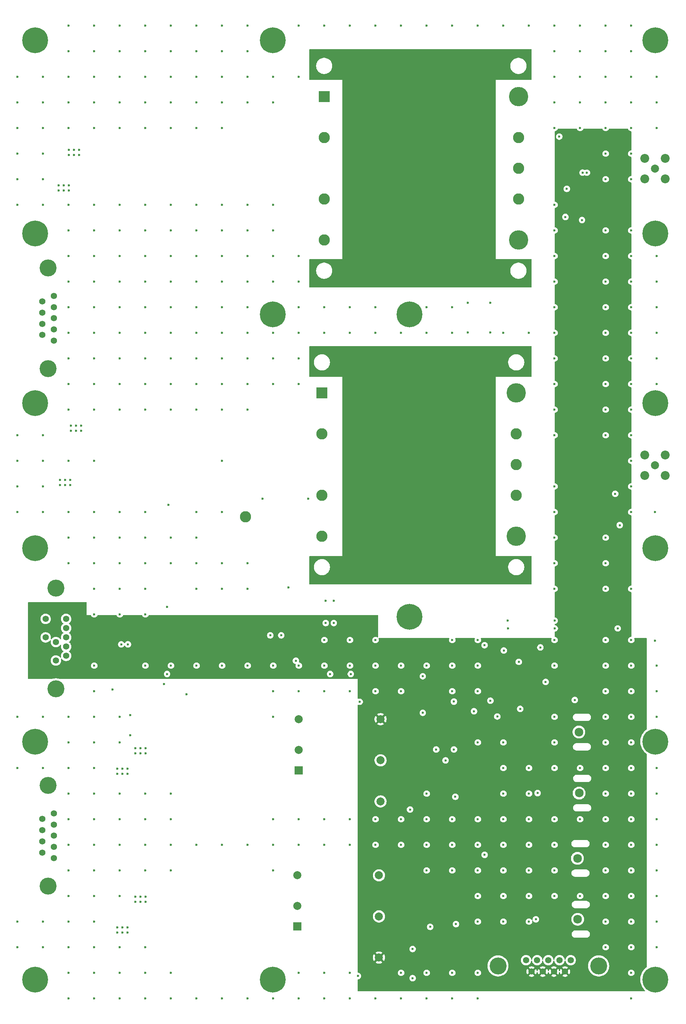
<source format=gbr>
%TF.GenerationSoftware,KiCad,Pcbnew,9.0.3*%
%TF.CreationDate,2025-09-16T12:32:26-04:00*%
%TF.ProjectId,CAEN_NEVIS_DAQ_PM5V,4341454e-5f4e-4455-9649-535f4441515f,rev?*%
%TF.SameCoordinates,Original*%
%TF.FileFunction,Copper,L4,Inr*%
%TF.FilePolarity,Positive*%
%FSLAX46Y46*%
G04 Gerber Fmt 4.6, Leading zero omitted, Abs format (unit mm)*
G04 Created by KiCad (PCBNEW 9.0.3) date 2025-09-16 12:32:26*
%MOMM*%
%LPD*%
G01*
G04 APERTURE LIST*
%TA.AperFunction,ComponentPad*%
%ADD10C,6.400000*%
%TD*%
%TA.AperFunction,ComponentPad*%
%ADD11C,2.159000*%
%TD*%
%TA.AperFunction,ComponentPad*%
%ADD12R,2.800000X2.800000*%
%TD*%
%TA.AperFunction,ComponentPad*%
%ADD13C,2.800000*%
%TD*%
%TA.AperFunction,ComponentPad*%
%ADD14C,4.800000*%
%TD*%
%TA.AperFunction,ComponentPad*%
%ADD15C,1.575000*%
%TD*%
%TA.AperFunction,ComponentPad*%
%ADD16C,4.216000*%
%TD*%
%TA.AperFunction,ComponentPad*%
%ADD17C,2.006600*%
%TD*%
%TA.AperFunction,ComponentPad*%
%ADD18C,2.209800*%
%TD*%
%TA.AperFunction,ComponentPad*%
%ADD19R,2.000000X2.000000*%
%TD*%
%TA.AperFunction,ComponentPad*%
%ADD20C,2.000000*%
%TD*%
%TA.AperFunction,ComponentPad*%
%ADD21C,1.560000*%
%TD*%
%TA.AperFunction,ViaPad*%
%ADD22C,0.600000*%
%TD*%
%TA.AperFunction,ViaPad*%
%ADD23C,1.200000*%
%TD*%
G04 APERTURE END LIST*
D10*
%TO.N,GNDPWR*%
%TO.C,H13*%
X184000000Y-262000000D03*
%TD*%
%TO.N,GNDPWR*%
%TO.C,H6*%
X125000000Y-203000000D03*
%TD*%
%TO.N,GNDPWR*%
%TO.C,H14*%
X279000000Y-119000000D03*
%TD*%
%TO.N,GNDPWR*%
%TO.C,H4*%
X125000000Y-119000000D03*
%TD*%
D11*
%TO.N,Net-(M3-Pad3)*%
%TO.C,P4*%
X260040000Y-200620000D03*
%TD*%
D12*
%TO.N,Net-(U4-+VIN)*%
%TO.C,U4*%
X196235000Y-116540000D03*
D13*
%TO.N,/Main_DC-DC_Converters/Enable_CKT/Enable*%
X196235000Y-126700000D03*
%TO.N,GNDPWR*%
X196235000Y-141940000D03*
%TO.N,/Main_DC-DC_Converters/Enable_CKT/V_RTN*%
X196235000Y-152100000D03*
D14*
%TO.N,/M5V*%
X244485000Y-152100000D03*
D13*
X244485000Y-141940000D03*
%TO.N,unconnected-(U4-TRIM-Pad7)*%
X244485000Y-134320000D03*
%TO.N,/PM5_RTN*%
X244485000Y-126700000D03*
D14*
X244485000Y-116540000D03*
%TD*%
D11*
%TO.N,Net-(P2-Pad1)*%
%TO.C,P2*%
X259760000Y-247070000D03*
%TD*%
D15*
%TO.N,/Enable+*%
%TO.C,J1*%
X132710000Y-181730000D03*
%TO.N,/P5V_V_MON*%
X132710000Y-179440000D03*
%TO.N,unconnected-(J1-Pad3)*%
X132710000Y-177150000D03*
%TO.N,/M5V_I_MON*%
X132710000Y-174860000D03*
%TO.N,/P5V_I_MON*%
X132710000Y-172570000D03*
%TO.N,/Enable-*%
X130170000Y-182875000D03*
%TO.N,/PM5V_TELEM_RTN*%
X130170000Y-180585000D03*
%TO.N,/M5V_V_MON*%
X130170000Y-178295000D03*
%TO.N,/PM5V_TELEM_RTN*%
X130170000Y-176005000D03*
X130170000Y-173715000D03*
X127630000Y-181730000D03*
X127630000Y-179440000D03*
%TO.N,unconnected-(J1-Pad13)*%
X127630000Y-177150000D03*
%TO.N,/PM5V_TELEM_RTN*%
X127630000Y-174860000D03*
%TO.N,/TEMP_MON*%
X127630000Y-172570000D03*
D16*
%TO.N,GNDPWR*%
X130170000Y-164909000D03*
X130170000Y-189899000D03*
%TD*%
D13*
%TO.N,/Main_DC-DC_Converters/Enable_CKT/Enable*%
%TO.C,V_{EN}1*%
X177270000Y-147230000D03*
%TD*%
D10*
%TO.N,GNDPWR*%
%TO.C,H17*%
X218000000Y-172000000D03*
%TD*%
D17*
%TO.N,/M5V_OUT*%
%TO.C,J4*%
X278970000Y-134410000D03*
D18*
%TO.N,/PM5_RTN*%
X281510000Y-131870000D03*
X276430000Y-131870000D03*
X276430000Y-136950000D03*
X281510000Y-136950000D03*
%TD*%
D12*
%TO.N,Net-(U3-+VIN)*%
%TO.C,U3*%
X196795000Y-43017500D03*
D13*
%TO.N,/Main_DC-DC_Converters/Enable_CKT/Enable*%
X196795000Y-53177500D03*
%TO.N,GNDPWR*%
X196795000Y-68417500D03*
%TO.N,/Main_DC-DC_Converters/Main_Converter/V_RTN*%
X196795000Y-78577500D03*
D14*
%TO.N,/PM5_RTN*%
X245045000Y-78577500D03*
D13*
X245045000Y-68417500D03*
%TO.N,unconnected-(U3-TRIM-Pad7)*%
X245045000Y-60797500D03*
%TO.N,/P5V*%
X245045000Y-53177500D03*
D14*
X245045000Y-43017500D03*
%TD*%
D10*
%TO.N,GNDPWR*%
%TO.C,H11*%
X279000000Y-203000000D03*
%TD*%
D19*
%TO.N,/Telemetry_PWR/Telem_5V1/V_POS*%
%TO.C,U6*%
X190093750Y-248860000D03*
D20*
%TO.N,/Telemetry_PWR/Telem_5V1/V_RTN*%
X190093750Y-243760000D03*
%TO.N,/PM5V_TELEM_RTN*%
X210393750Y-256560000D03*
%TO.N,unconnected-(U6-TRIM-Pad4)*%
X210393750Y-246360000D03*
%TO.N,/M5V_TELEM*%
X210393750Y-236160000D03*
%TO.N,unconnected-(U6-REMOTE-Pad6)*%
X190093750Y-236160000D03*
%TD*%
D10*
%TO.N,GNDPWR*%
%TO.C,H3*%
X125000000Y-77000000D03*
%TD*%
%TO.N,GNDPWR*%
%TO.C,H5*%
X125000000Y-155000000D03*
%TD*%
%TO.N,GNDPWR*%
%TO.C,H1*%
X125000000Y-29000000D03*
%TD*%
%TO.N,GNDPWR*%
%TO.C,H16*%
X218000000Y-97000000D03*
%TD*%
%TO.N,GNDPWR*%
%TO.C,H8*%
X279000000Y-262000000D03*
%TD*%
D19*
%TO.N,/Telemetry_PWR/Telem_5V/V_POS*%
%TO.C,U5*%
X190492500Y-210130000D03*
D20*
%TO.N,/Telemetry_PWR/Telem_5V/V_RTN*%
X190492500Y-205030000D03*
%TO.N,/P5V_TELEM*%
X210792500Y-217830000D03*
%TO.N,unconnected-(U5-TRIM-Pad4)*%
X210792500Y-207630000D03*
%TO.N,/PM5V_TELEM_RTN*%
X210792500Y-197430000D03*
%TO.N,unconnected-(U5-REMOTE-Pad6)*%
X190492500Y-197430000D03*
%TD*%
D10*
%TO.N,GNDPWR*%
%TO.C,H15*%
X184000000Y-29000000D03*
%TD*%
%TO.N,GNDPWR*%
%TO.C,H7*%
X125000000Y-262000000D03*
%TD*%
%TO.N,GNDPWR*%
%TO.C,H10*%
X184000000Y-97000000D03*
%TD*%
%TO.N,GNDPWR*%
%TO.C,H12*%
X279000000Y-77000000D03*
%TD*%
D21*
%TO.N,/M5V_TELEM*%
%TO.C,J6*%
X246915000Y-257210000D03*
X249685000Y-257210000D03*
%TO.N,unconnected-(J6-Pad3)*%
X252455000Y-257210000D03*
%TO.N,/P5V_TELEM*%
X255225000Y-257210000D03*
X257995000Y-257210000D03*
%TO.N,/PM5V_TELEM_RTN*%
X248300000Y-260050000D03*
X251070000Y-260050000D03*
X253840000Y-260050000D03*
X256610000Y-260050000D03*
D16*
%TO.N,GNDPWR*%
X239955000Y-258630000D03*
X264955000Y-258630000D03*
%TD*%
D11*
%TO.N,Net-(M4-Pad3)*%
%TO.C,P1*%
X259680000Y-231950000D03*
%TD*%
D17*
%TO.N,/P5V_OUT*%
%TO.C,J5*%
X278970000Y-60900000D03*
D18*
%TO.N,/PM5_RTN*%
X281510000Y-58360000D03*
X276430000Y-58360000D03*
X276430000Y-63440000D03*
X281510000Y-63440000D03*
%TD*%
D21*
%TO.N,/V_SEC_RTN*%
%TO.C,J2*%
X129660000Y-92440000D03*
X129660000Y-95210000D03*
%TO.N,unconnected-(J2-Pad3)*%
X129660000Y-97980000D03*
%TO.N,/V_SEC_RTN*%
X129660000Y-100750000D03*
X129660000Y-103520000D03*
%TO.N,/V_SEC_IN*%
X126820000Y-93825000D03*
X126820000Y-96595000D03*
X126820000Y-99365000D03*
X126820000Y-102135000D03*
D16*
%TO.N,GNDPWR*%
X128240000Y-85480000D03*
X128240000Y-110480000D03*
%TD*%
D10*
%TO.N,GNDPWR*%
%TO.C,H9*%
X279000000Y-155000000D03*
%TD*%
D21*
%TO.N,/V_TELEM_RTN*%
%TO.C,J3*%
X129660000Y-220810000D03*
X129660000Y-223580000D03*
%TO.N,unconnected-(J3-Pad3)*%
X129660000Y-226350000D03*
%TO.N,/V_TELEM_RTN*%
X129660000Y-229120000D03*
X129660000Y-231890000D03*
%TO.N,/V_TELEM_IN*%
X126820000Y-222195000D03*
X126820000Y-224965000D03*
X126820000Y-227735000D03*
X126820000Y-230505000D03*
D16*
%TO.N,GNDPWR*%
X128240000Y-213850000D03*
X128240000Y-238850000D03*
%TD*%
D11*
%TO.N,Net-(P3-Pad1)*%
%TO.C,P3*%
X260100000Y-215770000D03*
%TD*%
D10*
%TO.N,GNDPWR*%
%TO.C,H2*%
X279000000Y-29000000D03*
%TD*%
D22*
%TO.N,/V_TELEM_IN*%
X162580000Y-191275000D03*
X147975000Y-250330000D03*
X146705000Y-250330000D03*
X145435000Y-249060000D03*
X147975000Y-209690000D03*
X145435000Y-210960000D03*
X146705000Y-209690000D03*
X146705000Y-249060000D03*
X148640000Y-196410000D03*
X146705000Y-210960000D03*
X147975000Y-210960000D03*
X145435000Y-209690000D03*
X145435000Y-250330000D03*
X147975000Y-249060000D03*
%TO.N,/V_TELEM_RTN*%
X266700000Y-234950000D03*
X171450000Y-228600000D03*
X279400000Y-184150000D03*
X139700000Y-222250000D03*
X133350000Y-241300000D03*
X139700000Y-228600000D03*
X234950000Y-234950000D03*
X241300000Y-209550000D03*
X196850000Y-228600000D03*
X228600000Y-190500000D03*
X254000000Y-184150000D03*
X222250000Y-184150000D03*
X139700000Y-190500000D03*
X133350000Y-209550000D03*
X133350000Y-215900000D03*
X127000000Y-247650000D03*
X127000000Y-196850000D03*
X139700000Y-196850000D03*
X260350000Y-241300000D03*
X149880000Y-241440000D03*
X171450000Y-266700000D03*
X241300000Y-241300000D03*
X151150000Y-241440000D03*
X152400000Y-254000000D03*
X157040000Y-188760000D03*
X120650000Y-209550000D03*
X120650000Y-254000000D03*
X152400000Y-266700000D03*
X133350000Y-254000000D03*
X184150000Y-222250000D03*
X234950000Y-177800000D03*
X139700000Y-260350000D03*
X247650000Y-234950000D03*
X152420000Y-242710000D03*
X215900000Y-260350000D03*
X241300000Y-222250000D03*
X209550000Y-190500000D03*
X209550000Y-266700000D03*
X165100000Y-266700000D03*
X139700000Y-241300000D03*
X177800000Y-228600000D03*
X203200000Y-222250000D03*
X241300000Y-228600000D03*
X146050000Y-241300000D03*
X149880000Y-242710000D03*
X247650000Y-247650000D03*
X190500000Y-190500000D03*
X266700000Y-190500000D03*
X152400000Y-234950000D03*
X266700000Y-215900000D03*
X241300000Y-234950000D03*
X152420000Y-205880000D03*
X273050000Y-266700000D03*
X266700000Y-228600000D03*
X273050000Y-215900000D03*
X171450000Y-184150000D03*
X247650000Y-241300000D03*
X139700000Y-203200000D03*
X273050000Y-234950000D03*
X279400000Y-228600000D03*
X209550000Y-228600000D03*
X273050000Y-209550000D03*
X127000000Y-254000000D03*
X165100000Y-228600000D03*
X215900000Y-266700000D03*
X190500000Y-184150000D03*
X146050000Y-222250000D03*
X120650000Y-196850000D03*
X139700000Y-234950000D03*
X215900000Y-190500000D03*
X273050000Y-247650000D03*
X203200000Y-260350000D03*
X228600000Y-234950000D03*
X152400000Y-222250000D03*
X127000000Y-209550000D03*
X241300000Y-215900000D03*
X144220000Y-190100000D03*
X266700000Y-254000000D03*
X215900000Y-184150000D03*
X152400000Y-228600000D03*
X279400000Y-209550000D03*
X273050000Y-177800000D03*
X247650000Y-228600000D03*
X149880000Y-205880000D03*
X152400000Y-171450000D03*
X209550000Y-177800000D03*
X158750000Y-215900000D03*
X273050000Y-203200000D03*
X234950000Y-203200000D03*
X266700000Y-222250000D03*
X215900000Y-228600000D03*
X279400000Y-254000000D03*
X234950000Y-184150000D03*
X279400000Y-190500000D03*
X189770000Y-182940000D03*
X203200000Y-184150000D03*
X177800000Y-184150000D03*
X158750000Y-260350000D03*
X234950000Y-190500000D03*
X152400000Y-260350000D03*
X273050000Y-228600000D03*
X228600000Y-228600000D03*
X266700000Y-177800000D03*
X228600000Y-177800000D03*
X260350000Y-209550000D03*
X146050000Y-260350000D03*
X234950000Y-222250000D03*
X139700000Y-215900000D03*
X184150000Y-196850000D03*
X273050000Y-222250000D03*
X279400000Y-247650000D03*
X273050000Y-184150000D03*
X266700000Y-203200000D03*
X228600000Y-222250000D03*
X247650000Y-222250000D03*
X148670000Y-201420000D03*
X139700000Y-247650000D03*
X146050000Y-196850000D03*
X215900000Y-222250000D03*
X196850000Y-190500000D03*
X152400000Y-165100000D03*
X146050000Y-215900000D03*
X146050000Y-203200000D03*
X279400000Y-196850000D03*
X266700000Y-209550000D03*
X247650000Y-215900000D03*
X133350000Y-228600000D03*
X203200000Y-228600000D03*
X279400000Y-222250000D03*
X151150000Y-205880000D03*
X149880000Y-204610000D03*
X234950000Y-266700000D03*
X254000000Y-203200000D03*
X234950000Y-228600000D03*
X241300000Y-203200000D03*
X273050000Y-254000000D03*
X133350000Y-266700000D03*
X133350000Y-260350000D03*
X146409999Y-178886200D03*
X152400000Y-215900000D03*
X158750000Y-184150000D03*
X266700000Y-196850000D03*
X139700000Y-254000000D03*
X158750000Y-222250000D03*
X139700000Y-171450000D03*
X254000000Y-241300000D03*
X152420000Y-204610000D03*
X241300000Y-247650000D03*
X273050000Y-196850000D03*
X199180000Y-173590000D03*
X266700000Y-184150000D03*
X146050000Y-254000000D03*
X133350000Y-234950000D03*
X279400000Y-234950000D03*
X222250000Y-222250000D03*
X266700000Y-241300000D03*
X234950000Y-241300000D03*
X228600000Y-266700000D03*
X279400000Y-215900000D03*
X158750000Y-234950000D03*
X273050000Y-260350000D03*
X222250000Y-228600000D03*
X133350000Y-222250000D03*
X254000000Y-228600000D03*
X133350000Y-196850000D03*
X190500000Y-266700000D03*
X196850000Y-184150000D03*
X222250000Y-215900000D03*
X146050000Y-171450000D03*
X222250000Y-234950000D03*
X158750000Y-266700000D03*
X247650000Y-209550000D03*
X190500000Y-260350000D03*
X184150000Y-266700000D03*
X203200000Y-177800000D03*
X203200000Y-190500000D03*
X228600000Y-184150000D03*
X234950000Y-260350000D03*
X165100000Y-184150000D03*
X152420000Y-241440000D03*
X254000000Y-177800000D03*
X151150000Y-204610000D03*
X222250000Y-266700000D03*
X146050000Y-234950000D03*
X139700000Y-209550000D03*
X197180000Y-173590000D03*
X152400000Y-184150000D03*
X184150000Y-190500000D03*
X120650000Y-247650000D03*
X254000000Y-222250000D03*
X177800000Y-266700000D03*
X228600000Y-260350000D03*
X273050000Y-190500000D03*
X190500000Y-228600000D03*
X209550000Y-222250000D03*
X146050000Y-228600000D03*
X184150000Y-228600000D03*
X203200000Y-266700000D03*
X146050000Y-266700000D03*
X146050000Y-165100000D03*
X279400000Y-241300000D03*
X196850000Y-266700000D03*
X158750000Y-228600000D03*
X133350000Y-247650000D03*
X266700000Y-247650000D03*
X196850000Y-177800000D03*
X190500000Y-222250000D03*
X139700000Y-266700000D03*
X273050000Y-241300000D03*
X139700000Y-165100000D03*
X209550000Y-184150000D03*
X196850000Y-222250000D03*
X184150000Y-234950000D03*
X196850000Y-260350000D03*
X139700000Y-184150000D03*
X222250000Y-260350000D03*
X254000000Y-196850000D03*
X254000000Y-234950000D03*
X151150000Y-242710000D03*
X254000000Y-209550000D03*
X234950000Y-247650000D03*
X260350000Y-222250000D03*
X184150000Y-184150000D03*
X133350000Y-203200000D03*
%TO.N,/Main_DC-DC_Converters/V3p3*%
X148059999Y-178866200D03*
D23*
%TO.N,GNDPWR*%
X203220000Y-86500000D03*
X215920000Y-56020000D03*
X218460000Y-68720000D03*
X238780000Y-162700000D03*
X208300000Y-122060000D03*
X205760000Y-150000000D03*
X231160000Y-124600000D03*
X236240000Y-66180000D03*
X213380000Y-137300000D03*
X233700000Y-86500000D03*
X203220000Y-58560000D03*
X205760000Y-124600000D03*
X223540000Y-127140000D03*
X241320000Y-109360000D03*
X210840000Y-137300000D03*
X203220000Y-68720000D03*
X223540000Y-86500000D03*
X218460000Y-35700000D03*
X236240000Y-78880000D03*
X231160000Y-106820000D03*
X226080000Y-83960000D03*
X223540000Y-160160000D03*
X218460000Y-109360000D03*
X236240000Y-61100000D03*
X215920000Y-53480000D03*
X203220000Y-122060000D03*
X215920000Y-40780000D03*
X218460000Y-147460000D03*
X210840000Y-33160000D03*
X221000000Y-116980000D03*
X226080000Y-142380000D03*
X223540000Y-35700000D03*
X236240000Y-157620000D03*
X205760000Y-56020000D03*
X221000000Y-114440000D03*
X218460000Y-157620000D03*
X231160000Y-111900000D03*
X233700000Y-63640000D03*
X210840000Y-63640000D03*
X210840000Y-56020000D03*
X226080000Y-43320000D03*
X226080000Y-48400000D03*
X208300000Y-127140000D03*
X221000000Y-56020000D03*
X221000000Y-127140000D03*
X205760000Y-50940000D03*
X226080000Y-114440000D03*
X221000000Y-61100000D03*
X210840000Y-150000000D03*
X203220000Y-89040000D03*
X213380000Y-48400000D03*
X210840000Y-152540000D03*
X215920000Y-122060000D03*
X208300000Y-162700000D03*
X233700000Y-152540000D03*
X208300000Y-58560000D03*
X221000000Y-124600000D03*
X233700000Y-142380000D03*
X226080000Y-73800000D03*
X203220000Y-56020000D03*
X228620000Y-43320000D03*
X231160000Y-58560000D03*
X233700000Y-38240000D03*
X205760000Y-122060000D03*
X226080000Y-50940000D03*
X210840000Y-142380000D03*
D22*
X232480000Y-101510000D03*
D23*
X210840000Y-144920000D03*
X231160000Y-81420000D03*
X205760000Y-73800000D03*
X213380000Y-68720000D03*
X205760000Y-152540000D03*
X236240000Y-127140000D03*
X226080000Y-53480000D03*
X236240000Y-86500000D03*
X231160000Y-48400000D03*
X205760000Y-33160000D03*
X208300000Y-73800000D03*
X241320000Y-162700000D03*
X208300000Y-147460000D03*
X203220000Y-124600000D03*
X213380000Y-71260000D03*
X238780000Y-106820000D03*
X233700000Y-109360000D03*
X233700000Y-111900000D03*
X205760000Y-61100000D03*
X215920000Y-33160000D03*
X215920000Y-63640000D03*
X223540000Y-162700000D03*
X210840000Y-134760000D03*
X221000000Y-111900000D03*
X226080000Y-61100000D03*
X208300000Y-160160000D03*
X218460000Y-66180000D03*
X221000000Y-68720000D03*
X215920000Y-155080000D03*
X208300000Y-33160000D03*
X208300000Y-66180000D03*
X205760000Y-137300000D03*
X205760000Y-58560000D03*
X208300000Y-114440000D03*
X221000000Y-86500000D03*
X228620000Y-124600000D03*
X218460000Y-122060000D03*
X218460000Y-160160000D03*
X215920000Y-50940000D03*
X233700000Y-73800000D03*
X223540000Y-68720000D03*
X215920000Y-83960000D03*
X203220000Y-45860000D03*
X238780000Y-35700000D03*
X226080000Y-147460000D03*
X215920000Y-38240000D03*
X223540000Y-58560000D03*
X233700000Y-78880000D03*
X236240000Y-111900000D03*
X226080000Y-162700000D03*
X236240000Y-38240000D03*
X231160000Y-139840000D03*
X213380000Y-152540000D03*
X236240000Y-129680000D03*
X226080000Y-35700000D03*
X228620000Y-68720000D03*
X226080000Y-139840000D03*
X221000000Y-119520000D03*
X231160000Y-157620000D03*
X231160000Y-132220000D03*
X223540000Y-152540000D03*
D22*
X232480000Y-94120000D03*
D23*
X228620000Y-155080000D03*
X215920000Y-58560000D03*
X231160000Y-61100000D03*
X228620000Y-48400000D03*
X208300000Y-45860000D03*
X210840000Y-157620000D03*
X210840000Y-129680000D03*
X231160000Y-162700000D03*
X205760000Y-83960000D03*
X226080000Y-71260000D03*
X238780000Y-86500000D03*
X228620000Y-129680000D03*
X203220000Y-35700000D03*
X236240000Y-139840000D03*
X223540000Y-137300000D03*
X228620000Y-119520000D03*
X203220000Y-157620000D03*
X221000000Y-132220000D03*
X231160000Y-155080000D03*
X221000000Y-160160000D03*
X223540000Y-124600000D03*
X200680000Y-86500000D03*
X223540000Y-132220000D03*
X203220000Y-33160000D03*
X233700000Y-33160000D03*
X223540000Y-81420000D03*
X226080000Y-66180000D03*
X213380000Y-86500000D03*
X233700000Y-162700000D03*
X210840000Y-124600000D03*
X210840000Y-61100000D03*
X231160000Y-33160000D03*
X226080000Y-155080000D03*
X228620000Y-86500000D03*
X223540000Y-157620000D03*
X231160000Y-86500000D03*
X228620000Y-81420000D03*
X231160000Y-116980000D03*
X218460000Y-127140000D03*
X205760000Y-35700000D03*
X210840000Y-147460000D03*
X215920000Y-142380000D03*
X228620000Y-66180000D03*
X215920000Y-86500000D03*
X231160000Y-76340000D03*
X210840000Y-48400000D03*
X203220000Y-147460000D03*
X200680000Y-89040000D03*
X226080000Y-137300000D03*
X226080000Y-127140000D03*
X213380000Y-127140000D03*
X231160000Y-114440000D03*
X203220000Y-155080000D03*
X203220000Y-144920000D03*
X218460000Y-116980000D03*
X233700000Y-106820000D03*
X215920000Y-137300000D03*
X215920000Y-43320000D03*
X241320000Y-33160000D03*
X233700000Y-144920000D03*
X208300000Y-142380000D03*
X213380000Y-63640000D03*
X210840000Y-162700000D03*
X205760000Y-76340000D03*
X221000000Y-48400000D03*
X223540000Y-144920000D03*
X213380000Y-45860000D03*
X213380000Y-89040000D03*
X210840000Y-155080000D03*
X241320000Y-106820000D03*
X226080000Y-122060000D03*
X213380000Y-61100000D03*
X208300000Y-152540000D03*
X205760000Y-144920000D03*
X233700000Y-127140000D03*
X218460000Y-58560000D03*
X233700000Y-61100000D03*
X218460000Y-119520000D03*
X221000000Y-155080000D03*
X221000000Y-50940000D03*
X223540000Y-45860000D03*
X208300000Y-50940000D03*
X213380000Y-111900000D03*
X203220000Y-127140000D03*
X210840000Y-114440000D03*
X233700000Y-137300000D03*
X233700000Y-43320000D03*
X213380000Y-33160000D03*
X236240000Y-160160000D03*
X205760000Y-106820000D03*
X231160000Y-78880000D03*
X236240000Y-76340000D03*
X215920000Y-48400000D03*
X238780000Y-89040000D03*
X226080000Y-160160000D03*
X205760000Y-45860000D03*
X233700000Y-155080000D03*
X205760000Y-68720000D03*
X210840000Y-89040000D03*
X210840000Y-78880000D03*
X215920000Y-89040000D03*
X233700000Y-45860000D03*
X205760000Y-160160000D03*
X203220000Y-83960000D03*
X203220000Y-139840000D03*
X221000000Y-43320000D03*
X208300000Y-68720000D03*
X215920000Y-124600000D03*
X205760000Y-155080000D03*
X205760000Y-134760000D03*
X208300000Y-124600000D03*
X218460000Y-152540000D03*
X236240000Y-33160000D03*
X218460000Y-71260000D03*
X203220000Y-137300000D03*
X205760000Y-111900000D03*
X213380000Y-66180000D03*
X226080000Y-89040000D03*
X205760000Y-63640000D03*
X233700000Y-122060000D03*
X218460000Y-150000000D03*
X210840000Y-38240000D03*
X205760000Y-53480000D03*
X203220000Y-114440000D03*
X203220000Y-66180000D03*
X231160000Y-38240000D03*
X218460000Y-111900000D03*
X236240000Y-63640000D03*
X226080000Y-116980000D03*
X210840000Y-40780000D03*
X205760000Y-127140000D03*
X213380000Y-144920000D03*
X221000000Y-106820000D03*
X203220000Y-134760000D03*
X218460000Y-53480000D03*
X203220000Y-53480000D03*
X200680000Y-162700000D03*
X208300000Y-157620000D03*
D22*
X205190000Y-261150000D03*
D23*
X218460000Y-144920000D03*
X226080000Y-45860000D03*
X213380000Y-150000000D03*
X228620000Y-63640000D03*
X233700000Y-116980000D03*
X215920000Y-81420000D03*
X228620000Y-61100000D03*
X218460000Y-61100000D03*
X226080000Y-86500000D03*
X236240000Y-116980000D03*
X223540000Y-38240000D03*
X208300000Y-129680000D03*
X226080000Y-150000000D03*
X200680000Y-109360000D03*
X221000000Y-66180000D03*
X213380000Y-132220000D03*
X210840000Y-139840000D03*
X223540000Y-71260000D03*
X215920000Y-129680000D03*
X228620000Y-33160000D03*
X208300000Y-116980000D03*
X236240000Y-132220000D03*
X238780000Y-160160000D03*
X236240000Y-155080000D03*
X203220000Y-142380000D03*
X223540000Y-155080000D03*
X228620000Y-50940000D03*
X218460000Y-162700000D03*
X221000000Y-144920000D03*
X233700000Y-81420000D03*
X208300000Y-78880000D03*
X205760000Y-129680000D03*
X218460000Y-33160000D03*
X231160000Y-45860000D03*
X205760000Y-48400000D03*
X223540000Y-53480000D03*
X223540000Y-106820000D03*
X218460000Y-56020000D03*
X213380000Y-157620000D03*
X228620000Y-160160000D03*
X236240000Y-35700000D03*
X236240000Y-106820000D03*
X236240000Y-144920000D03*
X208300000Y-111900000D03*
X215920000Y-109360000D03*
X233700000Y-124600000D03*
X215920000Y-119520000D03*
X210840000Y-127140000D03*
X233700000Y-53480000D03*
X233700000Y-157620000D03*
X208300000Y-139840000D03*
X203220000Y-162700000D03*
X236240000Y-119520000D03*
X228620000Y-78880000D03*
X213380000Y-155080000D03*
X203220000Y-63640000D03*
X213380000Y-76340000D03*
X236240000Y-48400000D03*
X241320000Y-86500000D03*
X228620000Y-122060000D03*
X236240000Y-83960000D03*
X233700000Y-76340000D03*
X228620000Y-56020000D03*
X233700000Y-48400000D03*
X215920000Y-144920000D03*
X205760000Y-86500000D03*
X223540000Y-33160000D03*
X228620000Y-83960000D03*
X236240000Y-68720000D03*
X213380000Y-116980000D03*
X210840000Y-106820000D03*
X210840000Y-53480000D03*
X213380000Y-73800000D03*
X215920000Y-132220000D03*
X221000000Y-137300000D03*
X233700000Y-66180000D03*
X213380000Y-162700000D03*
X231160000Y-53480000D03*
X203220000Y-132220000D03*
X228620000Y-150000000D03*
X221000000Y-53480000D03*
X228620000Y-157620000D03*
X203220000Y-78880000D03*
X218460000Y-63640000D03*
X236240000Y-162700000D03*
X215920000Y-71260000D03*
X236240000Y-89040000D03*
X210840000Y-116980000D03*
X215920000Y-127140000D03*
X221000000Y-78880000D03*
X236240000Y-134760000D03*
X221000000Y-45860000D03*
X205760000Y-109360000D03*
X228620000Y-89040000D03*
X221000000Y-89040000D03*
X215920000Y-116980000D03*
X213380000Y-129680000D03*
X236240000Y-58560000D03*
X203220000Y-61100000D03*
X208300000Y-150000000D03*
X223540000Y-142380000D03*
X226080000Y-78880000D03*
X218460000Y-43320000D03*
X208300000Y-109360000D03*
X233700000Y-83960000D03*
X208300000Y-155080000D03*
X205760000Y-71260000D03*
X223540000Y-89040000D03*
X223540000Y-63640000D03*
X223540000Y-56020000D03*
X205760000Y-142380000D03*
X208300000Y-83960000D03*
X228620000Y-40780000D03*
X226080000Y-129680000D03*
X241320000Y-35700000D03*
X208300000Y-89040000D03*
X213380000Y-83960000D03*
X205760000Y-43320000D03*
X231160000Y-89040000D03*
X210840000Y-132220000D03*
X218460000Y-50940000D03*
X205760000Y-40780000D03*
X213380000Y-106820000D03*
X223540000Y-66180000D03*
X223540000Y-114440000D03*
X233700000Y-119520000D03*
X228620000Y-53480000D03*
X236240000Y-124600000D03*
X203220000Y-43320000D03*
X213380000Y-134760000D03*
X221000000Y-38240000D03*
X226080000Y-106820000D03*
X226080000Y-58560000D03*
X203220000Y-111900000D03*
X231160000Y-56020000D03*
X226080000Y-38240000D03*
X218460000Y-134760000D03*
X233700000Y-35700000D03*
X233700000Y-160160000D03*
X203220000Y-71260000D03*
X208300000Y-61100000D03*
X208300000Y-56020000D03*
X233700000Y-147460000D03*
X218460000Y-45860000D03*
X236240000Y-147460000D03*
X210840000Y-66180000D03*
X241320000Y-160160000D03*
X203220000Y-48400000D03*
X228620000Y-76340000D03*
X203220000Y-81420000D03*
X210840000Y-109360000D03*
X226080000Y-157620000D03*
X226080000Y-63640000D03*
X221000000Y-81420000D03*
X215920000Y-147460000D03*
X231160000Y-134760000D03*
X231160000Y-122060000D03*
X215920000Y-61100000D03*
X223540000Y-76340000D03*
X236240000Y-40780000D03*
X226080000Y-76340000D03*
X218460000Y-83960000D03*
X200680000Y-106820000D03*
X203220000Y-160160000D03*
X208300000Y-144920000D03*
X218460000Y-129680000D03*
X228620000Y-127140000D03*
X213380000Y-119520000D03*
X221000000Y-142380000D03*
X231160000Y-43320000D03*
X228620000Y-58560000D03*
D22*
X205620000Y-193120000D03*
D23*
X205760000Y-116980000D03*
X210840000Y-71260000D03*
X213380000Y-50940000D03*
X218460000Y-40780000D03*
X223540000Y-139840000D03*
X208300000Y-76340000D03*
X231160000Y-129680000D03*
X226080000Y-144920000D03*
X215920000Y-114440000D03*
X213380000Y-81420000D03*
X223540000Y-40780000D03*
X213380000Y-43320000D03*
X236240000Y-81420000D03*
X223540000Y-134760000D03*
X228620000Y-109360000D03*
X218460000Y-132220000D03*
X213380000Y-109360000D03*
X200680000Y-160160000D03*
X221000000Y-73800000D03*
X208300000Y-132220000D03*
X228620000Y-114440000D03*
X213380000Y-160160000D03*
X236240000Y-109360000D03*
X203220000Y-106820000D03*
X213380000Y-124600000D03*
X210840000Y-119520000D03*
X218460000Y-142380000D03*
X210840000Y-50940000D03*
X236240000Y-56020000D03*
X226080000Y-134760000D03*
X223540000Y-48400000D03*
X218460000Y-73800000D03*
X226080000Y-33160000D03*
X203220000Y-76340000D03*
X218460000Y-155080000D03*
X228620000Y-73800000D03*
X210840000Y-160160000D03*
X233700000Y-71260000D03*
X226080000Y-68720000D03*
X223540000Y-43320000D03*
X221000000Y-63640000D03*
X208300000Y-119520000D03*
X231160000Y-109360000D03*
X203220000Y-109360000D03*
X223540000Y-61100000D03*
X215920000Y-162700000D03*
X218460000Y-114440000D03*
X208300000Y-86500000D03*
X210840000Y-35700000D03*
X233700000Y-68720000D03*
X223540000Y-122060000D03*
X231160000Y-68720000D03*
X233700000Y-89040000D03*
X223540000Y-83960000D03*
X223540000Y-147460000D03*
X218460000Y-81420000D03*
X233700000Y-139840000D03*
X208300000Y-106820000D03*
X208300000Y-40780000D03*
X223540000Y-150000000D03*
X226080000Y-152540000D03*
X205760000Y-147460000D03*
X223540000Y-109360000D03*
X208300000Y-81420000D03*
X203220000Y-38240000D03*
X203220000Y-152540000D03*
X223540000Y-111900000D03*
X233700000Y-56020000D03*
X221000000Y-58560000D03*
X233700000Y-150000000D03*
X228620000Y-132220000D03*
X228620000Y-106820000D03*
X215920000Y-78880000D03*
X228620000Y-45860000D03*
X205760000Y-81420000D03*
X226080000Y-132220000D03*
X236240000Y-73800000D03*
X215920000Y-150000000D03*
X231160000Y-40780000D03*
X231160000Y-66180000D03*
X241320000Y-89040000D03*
X236240000Y-142380000D03*
X231160000Y-152540000D03*
X221000000Y-71260000D03*
X223540000Y-78880000D03*
X236240000Y-152540000D03*
X218460000Y-76340000D03*
X231160000Y-127140000D03*
X213380000Y-122060000D03*
X221000000Y-157620000D03*
X205760000Y-162700000D03*
X208300000Y-48400000D03*
X238780000Y-109360000D03*
X233700000Y-50940000D03*
X215920000Y-152540000D03*
X226080000Y-124600000D03*
X213380000Y-78880000D03*
X218460000Y-106820000D03*
X210840000Y-81420000D03*
X233700000Y-58560000D03*
X228620000Y-137300000D03*
X210840000Y-43320000D03*
X228620000Y-144920000D03*
X231160000Y-160160000D03*
X228620000Y-152540000D03*
X221000000Y-139840000D03*
X228620000Y-35700000D03*
X231160000Y-137300000D03*
X228620000Y-142380000D03*
X210840000Y-68720000D03*
X213380000Y-58560000D03*
X226080000Y-40780000D03*
X210840000Y-73800000D03*
X221000000Y-152540000D03*
X215920000Y-73800000D03*
X208300000Y-63640000D03*
X205760000Y-132220000D03*
X228620000Y-134760000D03*
X223540000Y-73800000D03*
X236240000Y-114440000D03*
X221000000Y-162700000D03*
X213380000Y-40780000D03*
X218460000Y-38240000D03*
X221000000Y-40780000D03*
X200680000Y-33160000D03*
X208300000Y-35700000D03*
X208300000Y-43320000D03*
X218460000Y-89040000D03*
X208300000Y-134760000D03*
X221000000Y-147460000D03*
X223540000Y-119520000D03*
X210840000Y-122060000D03*
X228620000Y-162700000D03*
X236240000Y-71260000D03*
X231160000Y-71260000D03*
X215920000Y-68720000D03*
X231160000Y-73800000D03*
X210840000Y-83960000D03*
X210840000Y-45860000D03*
X215920000Y-35700000D03*
X218460000Y-124600000D03*
X210840000Y-86500000D03*
X205760000Y-66180000D03*
X205760000Y-119520000D03*
X221000000Y-83960000D03*
X213380000Y-147460000D03*
X205760000Y-38240000D03*
X215920000Y-160160000D03*
X226080000Y-119520000D03*
X231160000Y-144920000D03*
X226080000Y-111900000D03*
X233700000Y-132220000D03*
X221000000Y-33160000D03*
X218460000Y-86500000D03*
X221000000Y-129680000D03*
X226080000Y-81420000D03*
X231160000Y-63640000D03*
X236240000Y-45860000D03*
X213380000Y-53480000D03*
X205760000Y-78880000D03*
X203220000Y-73800000D03*
X203220000Y-40780000D03*
X205760000Y-157620000D03*
X236240000Y-122060000D03*
X215920000Y-139840000D03*
X213380000Y-114440000D03*
X223540000Y-129680000D03*
X221000000Y-134760000D03*
X228620000Y-71260000D03*
X233700000Y-129680000D03*
X228620000Y-38240000D03*
X218460000Y-137300000D03*
X215920000Y-45860000D03*
X210840000Y-111900000D03*
X236240000Y-50940000D03*
X228620000Y-111900000D03*
X221000000Y-35700000D03*
X233700000Y-134760000D03*
X228620000Y-116980000D03*
X215920000Y-111900000D03*
X236240000Y-43320000D03*
X215920000Y-157620000D03*
X213380000Y-139840000D03*
X215920000Y-106820000D03*
X236240000Y-53480000D03*
X226080000Y-109360000D03*
X215920000Y-134760000D03*
X205760000Y-89040000D03*
X231160000Y-147460000D03*
X208300000Y-53480000D03*
X236240000Y-137300000D03*
X208300000Y-38240000D03*
X223540000Y-50940000D03*
X205760000Y-114440000D03*
X221000000Y-76340000D03*
X213380000Y-35700000D03*
X210840000Y-58560000D03*
X223540000Y-116980000D03*
X205760000Y-139840000D03*
X238780000Y-33160000D03*
X236240000Y-150000000D03*
X213380000Y-56020000D03*
X208300000Y-137300000D03*
X233700000Y-114440000D03*
X200680000Y-35700000D03*
X213380000Y-142380000D03*
X203220000Y-116980000D03*
X221000000Y-150000000D03*
X231160000Y-142380000D03*
X218460000Y-139840000D03*
X231160000Y-83960000D03*
X228620000Y-139840000D03*
X203220000Y-119520000D03*
X233700000Y-40780000D03*
X231160000Y-150000000D03*
X218460000Y-48400000D03*
X203220000Y-50940000D03*
X226080000Y-56020000D03*
X210840000Y-76340000D03*
X208300000Y-71260000D03*
X203220000Y-150000000D03*
X215920000Y-66180000D03*
X215920000Y-76340000D03*
X231160000Y-119520000D03*
X218460000Y-78880000D03*
X221000000Y-122060000D03*
X231160000Y-50940000D03*
X203220000Y-129680000D03*
X213380000Y-38240000D03*
X221000000Y-109360000D03*
X228620000Y-147460000D03*
X231160000Y-35700000D03*
D22*
%TO.N,/PM5_RTN*%
X255160000Y-52920000D03*
X238050000Y-101540000D03*
X238020000Y-94120000D03*
%TO.N,/V_SEC_RTN*%
X171450000Y-114300000D03*
X273050000Y-133350000D03*
X171450000Y-25400000D03*
X171450000Y-101600000D03*
X139700000Y-114300000D03*
X152400000Y-82550000D03*
X127000000Y-63500000D03*
X158750000Y-120650000D03*
X158750000Y-25400000D03*
X254000000Y-82550000D03*
X133350000Y-107950000D03*
X254000000Y-88900000D03*
X177800000Y-38100000D03*
X177800000Y-158750000D03*
X120650000Y-69850000D03*
X273050000Y-44450000D03*
X266700000Y-38100000D03*
X120650000Y-44450000D03*
X152400000Y-95250000D03*
X158750000Y-114300000D03*
X197170000Y-168040000D03*
X222250000Y-95250000D03*
X171450000Y-76200000D03*
X241300000Y-101600000D03*
X139700000Y-44450000D03*
X279400000Y-107950000D03*
X146050000Y-69850000D03*
X254000000Y-76200000D03*
X165100000Y-107950000D03*
X139700000Y-38100000D03*
X165100000Y-165100000D03*
X184150000Y-44450000D03*
X135920000Y-56240000D03*
X273050000Y-31750000D03*
X190500000Y-101600000D03*
X146050000Y-38100000D03*
X184150000Y-101600000D03*
X190500000Y-107950000D03*
X228600000Y-101600000D03*
X254000000Y-38100000D03*
X273050000Y-88900000D03*
X209550000Y-95250000D03*
X152400000Y-101600000D03*
X127000000Y-133350000D03*
X158750000Y-44450000D03*
X133350000Y-69850000D03*
X139700000Y-76200000D03*
X120650000Y-146050000D03*
X165100000Y-50800000D03*
X254000000Y-95250000D03*
X209550000Y-101600000D03*
X146050000Y-152400000D03*
X127000000Y-127000000D03*
X139700000Y-120650000D03*
X260350000Y-31750000D03*
X254000000Y-101600000D03*
X165100000Y-120650000D03*
X133350000Y-31750000D03*
X190500000Y-25400000D03*
X190500000Y-38100000D03*
X254000000Y-69850000D03*
X203200000Y-95250000D03*
X127000000Y-69850000D03*
X273050000Y-50800000D03*
X165100000Y-38100000D03*
X135180000Y-125900000D03*
X171450000Y-69850000D03*
X152400000Y-107950000D03*
X279400000Y-50800000D03*
X152400000Y-146050000D03*
X254000000Y-139700000D03*
X146050000Y-101600000D03*
X139700000Y-69850000D03*
X165100000Y-95250000D03*
X139700000Y-25400000D03*
X171450000Y-44450000D03*
X190500000Y-82550000D03*
X120650000Y-63500000D03*
X133380000Y-57510000D03*
X203200000Y-101600000D03*
X279400000Y-38100000D03*
X177800000Y-88900000D03*
X171450000Y-158750000D03*
X171450000Y-82550000D03*
X254000000Y-158750000D03*
X158750000Y-31750000D03*
X158750000Y-88900000D03*
X273050000Y-25400000D03*
X266700000Y-107950000D03*
X133350000Y-44450000D03*
X139700000Y-107950000D03*
X266700000Y-120650000D03*
X171450000Y-107950000D03*
X273050000Y-95250000D03*
X273050000Y-146050000D03*
X152400000Y-76200000D03*
X266700000Y-88900000D03*
X171450000Y-38100000D03*
X146050000Y-158750000D03*
X133910000Y-124630000D03*
X228600000Y-95250000D03*
X254000000Y-44450000D03*
X165100000Y-158750000D03*
X260350000Y-25400000D03*
X152400000Y-44450000D03*
X279400000Y-101600000D03*
X196850000Y-95250000D03*
X279400000Y-82550000D03*
X177800000Y-31750000D03*
X273050000Y-76200000D03*
X234950000Y-25400000D03*
X171450000Y-50800000D03*
X171450000Y-165100000D03*
X146050000Y-114300000D03*
X184150000Y-114300000D03*
X133350000Y-25400000D03*
X135180000Y-124630000D03*
X146050000Y-146050000D03*
X133350000Y-158750000D03*
X171450000Y-31750000D03*
X146050000Y-44450000D03*
X146050000Y-76200000D03*
X158750000Y-95250000D03*
X273050000Y-82550000D03*
X165100000Y-146050000D03*
X266700000Y-44450000D03*
X165100000Y-101600000D03*
X273050000Y-63500000D03*
X165100000Y-82550000D03*
X171450000Y-146050000D03*
X260350000Y-50800000D03*
X184150000Y-76200000D03*
X133350000Y-101600000D03*
X139700000Y-50800000D03*
X133350000Y-133350000D03*
X190500000Y-95250000D03*
X266700000Y-165100000D03*
X165100000Y-25400000D03*
X139700000Y-95250000D03*
X177800000Y-101600000D03*
X273050000Y-165100000D03*
X120650000Y-139700000D03*
X127000000Y-44450000D03*
X184150000Y-69850000D03*
X279400000Y-95250000D03*
X222250000Y-101600000D03*
X139700000Y-152400000D03*
X177800000Y-69850000D03*
X177800000Y-107950000D03*
X133350000Y-38100000D03*
X158750000Y-101600000D03*
X152400000Y-69850000D03*
X133350000Y-76200000D03*
X177800000Y-76200000D03*
X177800000Y-82550000D03*
X254000000Y-120650000D03*
X165100000Y-76200000D03*
X273050000Y-127000000D03*
X279400000Y-88900000D03*
X177800000Y-95250000D03*
X152400000Y-88900000D03*
X279400000Y-114300000D03*
X139700000Y-101600000D03*
X184150000Y-88900000D03*
X165100000Y-69850000D03*
X273050000Y-139700000D03*
X146050000Y-31750000D03*
X199180000Y-168040000D03*
X273050000Y-101600000D03*
X146050000Y-120650000D03*
X158750000Y-38100000D03*
X266700000Y-31750000D03*
X152400000Y-114300000D03*
X133350000Y-50800000D03*
X222250000Y-25400000D03*
X266700000Y-76200000D03*
X165100000Y-88900000D03*
X120650000Y-38100000D03*
X139700000Y-133350000D03*
X146050000Y-88900000D03*
X136450000Y-124630000D03*
X120650000Y-50800000D03*
X146050000Y-82550000D03*
X171450000Y-88900000D03*
X165100000Y-152400000D03*
X120650000Y-57150000D03*
X254000000Y-107950000D03*
X177800000Y-25400000D03*
X133350000Y-152400000D03*
X127000000Y-146050000D03*
X152400000Y-38100000D03*
X273050000Y-57150000D03*
X171450000Y-133350000D03*
X184150000Y-38100000D03*
X136450000Y-125900000D03*
X260350000Y-38100000D03*
X171450000Y-120650000D03*
X133350000Y-82550000D03*
X273050000Y-38100000D03*
X254000000Y-165100000D03*
X139700000Y-146050000D03*
X146050000Y-95250000D03*
X196850000Y-101600000D03*
X266700000Y-50800000D03*
X273050000Y-114300000D03*
X133350000Y-114300000D03*
X171450000Y-95250000D03*
X158750000Y-50800000D03*
X184150000Y-82550000D03*
X133350000Y-120650000D03*
X184150000Y-107950000D03*
X127000000Y-139700000D03*
X127000000Y-57150000D03*
X152400000Y-158750000D03*
X133380000Y-56240000D03*
X177800000Y-44450000D03*
X190500000Y-88900000D03*
X139700000Y-31750000D03*
X152400000Y-152400000D03*
X127000000Y-38100000D03*
X254000000Y-25400000D03*
X266700000Y-57150000D03*
X209550000Y-25400000D03*
X135920000Y-57510000D03*
X177800000Y-120650000D03*
X127000000Y-50800000D03*
X266700000Y-82550000D03*
X247650000Y-25400000D03*
X241300000Y-25400000D03*
X165100000Y-31750000D03*
X165100000Y-44450000D03*
X146050000Y-25400000D03*
X266700000Y-63500000D03*
X228600000Y-25400000D03*
X273050000Y-120650000D03*
X152400000Y-120650000D03*
X254000000Y-146050000D03*
X134650000Y-56240000D03*
X133350000Y-95250000D03*
X266700000Y-95250000D03*
X247650000Y-101600000D03*
X266700000Y-158750000D03*
X254000000Y-50800000D03*
X260350000Y-44450000D03*
X266700000Y-114300000D03*
X196850000Y-25400000D03*
X152400000Y-31750000D03*
X133350000Y-88900000D03*
X279400000Y-44450000D03*
X273050000Y-107950000D03*
X146050000Y-107950000D03*
X158750000Y-82550000D03*
X254000000Y-152400000D03*
X133350000Y-146050000D03*
X158750000Y-158750000D03*
X146050000Y-50800000D03*
X177800000Y-165100000D03*
X152400000Y-25400000D03*
X158750000Y-107950000D03*
X139700000Y-88900000D03*
X266700000Y-152400000D03*
X177800000Y-114300000D03*
X254000000Y-127000000D03*
X139700000Y-158750000D03*
X158750000Y-69850000D03*
X266700000Y-25400000D03*
X215900000Y-25400000D03*
X215900000Y-101600000D03*
X254000000Y-31750000D03*
X134650000Y-57510000D03*
X203200000Y-25400000D03*
X133910000Y-125900000D03*
X165100000Y-114300000D03*
X120650000Y-127000000D03*
X254000000Y-114300000D03*
X266700000Y-101600000D03*
X152400000Y-50800000D03*
X139700000Y-82550000D03*
X266700000Y-127000000D03*
X158750000Y-76200000D03*
X190500000Y-114300000D03*
X120650000Y-133350000D03*
X158750000Y-152400000D03*
%TO.N,/P5V*%
X260960000Y-61860000D03*
%TO.N,/PM5V_TELEM_RTN*%
X233520000Y-214420000D03*
X221330000Y-205660000D03*
X220160000Y-240150000D03*
X231870000Y-189635000D03*
X246770000Y-201450000D03*
X210430000Y-193120000D03*
X265960000Y-65270000D03*
X260220000Y-141000000D03*
X257080000Y-64330000D03*
X227540000Y-251790000D03*
X210240000Y-261150000D03*
X255460000Y-181150000D03*
X269090000Y-140040000D03*
X266930000Y-145570000D03*
X252430000Y-191250000D03*
X239780000Y-195310000D03*
X248430000Y-233980000D03*
X218460000Y-198980000D03*
X259760000Y-69490000D03*
X244515000Y-180020000D03*
%TO.N,/P5V_TELEM*%
X249790000Y-215770000D03*
X249370000Y-247070000D03*
X229020000Y-204950000D03*
X224620000Y-204960000D03*
X218110000Y-219850000D03*
X229010000Y-193080000D03*
X218750000Y-254440000D03*
%TO.N,/M5V_TELEM*%
X218760000Y-261670000D03*
%TO.N,/Telemetry_CKT/V3p3*%
X226940000Y-207660000D03*
X245115000Y-183220000D03*
X229360000Y-216690000D03*
X239780000Y-196770000D03*
X269070000Y-141530000D03*
X257050000Y-65900000D03*
%TO.N,Net-(C52-Pad2)*%
X269690000Y-174920000D03*
X254050000Y-174920000D03*
X270190000Y-149310000D03*
%TO.N,Net-(C53-Pad2)*%
X256690000Y-72860000D03*
X254040000Y-173000000D03*
%TO.N,/Telemetry_CKT/nV3p3*%
X223120000Y-248940000D03*
X229510000Y-248270000D03*
X251790000Y-188200000D03*
%TO.N,Net-(C64-Pad2)*%
X221280000Y-195850000D03*
X221280000Y-186780000D03*
X203410000Y-186230000D03*
%TO.N,/V_SEC_IN*%
X130815000Y-64985000D03*
X132085000Y-66255000D03*
X133355000Y-64985000D03*
X130815000Y-66255000D03*
X158135000Y-144285000D03*
X133715000Y-139360000D03*
X133715000Y-138090000D03*
X131175000Y-138090000D03*
X133355000Y-66255000D03*
X132085000Y-64985000D03*
X131175000Y-139360000D03*
X132445000Y-138090000D03*
X132445000Y-139360000D03*
%TO.N,/P5V_I_MON*%
X242390000Y-173000000D03*
%TO.N,/TEMP_MON*%
X157780000Y-169550000D03*
X157780000Y-186230000D03*
X198270000Y-186230000D03*
%TO.N,/P5V_V_MON*%
X245480000Y-194890000D03*
X241400000Y-180410000D03*
%TO.N,/M5V_V_MON*%
X236630000Y-231090000D03*
X236630000Y-179080000D03*
%TO.N,/M5V_I_MON*%
X242420000Y-174910000D03*
%TO.N,/P5V_OUT*%
X262040000Y-61890000D03*
%TO.N,Net-(M1-Pad1)*%
X183400000Y-176640000D03*
X186130000Y-176640000D03*
%TO.N,/Main_DC-DC_Converters/Enable_CKT/Enable*%
X192830000Y-142760000D03*
X181500000Y-142760000D03*
%TO.N,Net-(U12A-+INA)*%
X259030000Y-192680000D03*
X260820000Y-73630000D03*
%TO.N,Net-(U12B--INB)*%
X278950000Y-177960000D03*
X250480000Y-179640000D03*
X278950000Y-146030000D03*
%TO.N,Net-(U11--IN)*%
X238080000Y-192840000D03*
%TO.N,Net-(U11-OUT)*%
X233990000Y-195470000D03*
%TO.N,/Main_DC-DC_Converters/Enable_CKT/V_RTN*%
X187930000Y-164750000D03*
%TD*%
%TA.AperFunction,Conductor*%
%TO.N,GNDPWR*%
G36*
X248248039Y-104934685D02*
G01*
X248293794Y-104987489D01*
X248305000Y-105039000D01*
X248305000Y-112411000D01*
X248285315Y-112478039D01*
X248232511Y-112523794D01*
X248181000Y-112535000D01*
X239415000Y-112535000D01*
X239415000Y-156985000D01*
X248181000Y-156985000D01*
X248248039Y-157004685D01*
X248293794Y-157057489D01*
X248305000Y-157109000D01*
X248305000Y-163846000D01*
X248285315Y-163913039D01*
X248232511Y-163958794D01*
X248181000Y-163970000D01*
X193184000Y-163970000D01*
X193116961Y-163950315D01*
X193071206Y-163897511D01*
X193060000Y-163846000D01*
X193060000Y-159588872D01*
X194234500Y-159588872D01*
X194234500Y-159851127D01*
X194261123Y-160053339D01*
X194268730Y-160111116D01*
X194336602Y-160364418D01*
X194336605Y-160364428D01*
X194436953Y-160606690D01*
X194436958Y-160606700D01*
X194568075Y-160833803D01*
X194727718Y-161041851D01*
X194727726Y-161041860D01*
X194913140Y-161227274D01*
X194913148Y-161227281D01*
X195121196Y-161386924D01*
X195348299Y-161518041D01*
X195348309Y-161518046D01*
X195590571Y-161618394D01*
X195590581Y-161618398D01*
X195843884Y-161686270D01*
X196103880Y-161720500D01*
X196103887Y-161720500D01*
X196366113Y-161720500D01*
X196366120Y-161720500D01*
X196626116Y-161686270D01*
X196879419Y-161618398D01*
X197121697Y-161518043D01*
X197348803Y-161386924D01*
X197556851Y-161227282D01*
X197556855Y-161227277D01*
X197556860Y-161227274D01*
X197742274Y-161041860D01*
X197742277Y-161041855D01*
X197742282Y-161041851D01*
X197901924Y-160833803D01*
X198033043Y-160606697D01*
X198133398Y-160364419D01*
X198201270Y-160111116D01*
X198235500Y-159851120D01*
X198235500Y-159588880D01*
X198235499Y-159588872D01*
X242484500Y-159588872D01*
X242484500Y-159851127D01*
X242511123Y-160053339D01*
X242518730Y-160111116D01*
X242586602Y-160364418D01*
X242586605Y-160364428D01*
X242686953Y-160606690D01*
X242686958Y-160606700D01*
X242818075Y-160833803D01*
X242977718Y-161041851D01*
X242977726Y-161041860D01*
X243163140Y-161227274D01*
X243163148Y-161227281D01*
X243371196Y-161386924D01*
X243598299Y-161518041D01*
X243598309Y-161518046D01*
X243840571Y-161618394D01*
X243840581Y-161618398D01*
X244093884Y-161686270D01*
X244353880Y-161720500D01*
X244353887Y-161720500D01*
X244616113Y-161720500D01*
X244616120Y-161720500D01*
X244876116Y-161686270D01*
X245129419Y-161618398D01*
X245371697Y-161518043D01*
X245598803Y-161386924D01*
X245806851Y-161227282D01*
X245806855Y-161227277D01*
X245806860Y-161227274D01*
X245992274Y-161041860D01*
X245992277Y-161041855D01*
X245992282Y-161041851D01*
X246151924Y-160833803D01*
X246283043Y-160606697D01*
X246383398Y-160364419D01*
X246451270Y-160111116D01*
X246485500Y-159851120D01*
X246485500Y-159588880D01*
X246451270Y-159328884D01*
X246383398Y-159075581D01*
X246383394Y-159075571D01*
X246283046Y-158833309D01*
X246283041Y-158833299D01*
X246151924Y-158606196D01*
X245992281Y-158398148D01*
X245992274Y-158398140D01*
X245806860Y-158212726D01*
X245806851Y-158212718D01*
X245598803Y-158053075D01*
X245371700Y-157921958D01*
X245371690Y-157921953D01*
X245129428Y-157821605D01*
X245129421Y-157821603D01*
X245129419Y-157821602D01*
X244876116Y-157753730D01*
X244818339Y-157746123D01*
X244616127Y-157719500D01*
X244616120Y-157719500D01*
X244353880Y-157719500D01*
X244353872Y-157719500D01*
X244122772Y-157749926D01*
X244093884Y-157753730D01*
X243840581Y-157821602D01*
X243840571Y-157821605D01*
X243598309Y-157921953D01*
X243598299Y-157921958D01*
X243371196Y-158053075D01*
X243163148Y-158212718D01*
X242977718Y-158398148D01*
X242818075Y-158606196D01*
X242686958Y-158833299D01*
X242686953Y-158833309D01*
X242586605Y-159075571D01*
X242586602Y-159075581D01*
X242518730Y-159328885D01*
X242484500Y-159588872D01*
X198235499Y-159588872D01*
X198201270Y-159328884D01*
X198133398Y-159075581D01*
X198133394Y-159075571D01*
X198033046Y-158833309D01*
X198033041Y-158833299D01*
X197901924Y-158606196D01*
X197742281Y-158398148D01*
X197742274Y-158398140D01*
X197556860Y-158212726D01*
X197556851Y-158212718D01*
X197348803Y-158053075D01*
X197121700Y-157921958D01*
X197121690Y-157921953D01*
X196879428Y-157821605D01*
X196879421Y-157821603D01*
X196879419Y-157821602D01*
X196626116Y-157753730D01*
X196568339Y-157746123D01*
X196366127Y-157719500D01*
X196366120Y-157719500D01*
X196103880Y-157719500D01*
X196103872Y-157719500D01*
X195872772Y-157749926D01*
X195843884Y-157753730D01*
X195590581Y-157821602D01*
X195590571Y-157821605D01*
X195348309Y-157921953D01*
X195348299Y-157921958D01*
X195121196Y-158053075D01*
X194913148Y-158212718D01*
X194727718Y-158398148D01*
X194568075Y-158606196D01*
X194436958Y-158833299D01*
X194436953Y-158833309D01*
X194336605Y-159075571D01*
X194336602Y-159075581D01*
X194268730Y-159328885D01*
X194234500Y-159588872D01*
X193060000Y-159588872D01*
X193060000Y-157109000D01*
X193079685Y-157041961D01*
X193132489Y-156996206D01*
X193184000Y-156985000D01*
X201315000Y-156985000D01*
X201315000Y-112535000D01*
X193184000Y-112535000D01*
X193116961Y-112515315D01*
X193071206Y-112462511D01*
X193060000Y-112411000D01*
X193060000Y-108788872D01*
X194234500Y-108788872D01*
X194234500Y-109051127D01*
X194261123Y-109253339D01*
X194268730Y-109311116D01*
X194336602Y-109564418D01*
X194336605Y-109564428D01*
X194436953Y-109806690D01*
X194436958Y-109806700D01*
X194568075Y-110033803D01*
X194727718Y-110241851D01*
X194727726Y-110241860D01*
X194913140Y-110427274D01*
X194913148Y-110427281D01*
X195121196Y-110586924D01*
X195348299Y-110718041D01*
X195348309Y-110718046D01*
X195590571Y-110818394D01*
X195590581Y-110818398D01*
X195843884Y-110886270D01*
X196103880Y-110920500D01*
X196103887Y-110920500D01*
X196366113Y-110920500D01*
X196366120Y-110920500D01*
X196626116Y-110886270D01*
X196879419Y-110818398D01*
X197121697Y-110718043D01*
X197348803Y-110586924D01*
X197556851Y-110427282D01*
X197556855Y-110427277D01*
X197556860Y-110427274D01*
X197742274Y-110241860D01*
X197742277Y-110241855D01*
X197742282Y-110241851D01*
X197901924Y-110033803D01*
X198033043Y-109806697D01*
X198133398Y-109564419D01*
X198201270Y-109311116D01*
X198235500Y-109051120D01*
X198235500Y-108788880D01*
X198235499Y-108788872D01*
X242484500Y-108788872D01*
X242484500Y-109051127D01*
X242511123Y-109253339D01*
X242518730Y-109311116D01*
X242586602Y-109564418D01*
X242586605Y-109564428D01*
X242686953Y-109806690D01*
X242686958Y-109806700D01*
X242818075Y-110033803D01*
X242977718Y-110241851D01*
X242977726Y-110241860D01*
X243163140Y-110427274D01*
X243163148Y-110427281D01*
X243371196Y-110586924D01*
X243598299Y-110718041D01*
X243598309Y-110718046D01*
X243840571Y-110818394D01*
X243840581Y-110818398D01*
X244093884Y-110886270D01*
X244353880Y-110920500D01*
X244353887Y-110920500D01*
X244616113Y-110920500D01*
X244616120Y-110920500D01*
X244876116Y-110886270D01*
X245129419Y-110818398D01*
X245371697Y-110718043D01*
X245598803Y-110586924D01*
X245806851Y-110427282D01*
X245806855Y-110427277D01*
X245806860Y-110427274D01*
X245992274Y-110241860D01*
X245992277Y-110241855D01*
X245992282Y-110241851D01*
X246151924Y-110033803D01*
X246283043Y-109806697D01*
X246383398Y-109564419D01*
X246451270Y-109311116D01*
X246485500Y-109051120D01*
X246485500Y-108788880D01*
X246451270Y-108528884D01*
X246383398Y-108275581D01*
X246383394Y-108275571D01*
X246283046Y-108033309D01*
X246283041Y-108033299D01*
X246151924Y-107806196D01*
X245992281Y-107598148D01*
X245992274Y-107598140D01*
X245806860Y-107412726D01*
X245806851Y-107412718D01*
X245598803Y-107253075D01*
X245371700Y-107121958D01*
X245371690Y-107121953D01*
X245129428Y-107021605D01*
X245129421Y-107021603D01*
X245129419Y-107021602D01*
X244876116Y-106953730D01*
X244818339Y-106946123D01*
X244616127Y-106919500D01*
X244616120Y-106919500D01*
X244353880Y-106919500D01*
X244353872Y-106919500D01*
X244122772Y-106949926D01*
X244093884Y-106953730D01*
X243840581Y-107021602D01*
X243840571Y-107021605D01*
X243598309Y-107121953D01*
X243598299Y-107121958D01*
X243371196Y-107253075D01*
X243163148Y-107412718D01*
X242977718Y-107598148D01*
X242818075Y-107806196D01*
X242686958Y-108033299D01*
X242686953Y-108033309D01*
X242586605Y-108275571D01*
X242586602Y-108275581D01*
X242518730Y-108528885D01*
X242484500Y-108788872D01*
X198235499Y-108788872D01*
X198201270Y-108528884D01*
X198133398Y-108275581D01*
X198133394Y-108275571D01*
X198033046Y-108033309D01*
X198033041Y-108033299D01*
X197901924Y-107806196D01*
X197742281Y-107598148D01*
X197742274Y-107598140D01*
X197556860Y-107412726D01*
X197556851Y-107412718D01*
X197348803Y-107253075D01*
X197121700Y-107121958D01*
X197121690Y-107121953D01*
X196879428Y-107021605D01*
X196879421Y-107021603D01*
X196879419Y-107021602D01*
X196626116Y-106953730D01*
X196568339Y-106946123D01*
X196366127Y-106919500D01*
X196366120Y-106919500D01*
X196103880Y-106919500D01*
X196103872Y-106919500D01*
X195872772Y-106949926D01*
X195843884Y-106953730D01*
X195590581Y-107021602D01*
X195590571Y-107021605D01*
X195348309Y-107121953D01*
X195348299Y-107121958D01*
X195121196Y-107253075D01*
X194913148Y-107412718D01*
X194727718Y-107598148D01*
X194568075Y-107806196D01*
X194436958Y-108033299D01*
X194436953Y-108033309D01*
X194336605Y-108275571D01*
X194336602Y-108275581D01*
X194268730Y-108528885D01*
X194234500Y-108788872D01*
X193060000Y-108788872D01*
X193060000Y-105039000D01*
X193079685Y-104971961D01*
X193132489Y-104926206D01*
X193184000Y-104915000D01*
X248181000Y-104915000D01*
X248248039Y-104934685D01*
G37*
%TD.AperFunction*%
%TD*%
%TA.AperFunction,Conductor*%
%TO.N,GNDPWR*%
G36*
X248248039Y-31274685D02*
G01*
X248293794Y-31327489D01*
X248305000Y-31379000D01*
X248305000Y-38751000D01*
X248285315Y-38818039D01*
X248232511Y-38863794D01*
X248181000Y-38875000D01*
X239415000Y-38875000D01*
X239415000Y-83325000D01*
X248181000Y-83325000D01*
X248248039Y-83344685D01*
X248293794Y-83397489D01*
X248305000Y-83449000D01*
X248305000Y-90186000D01*
X248285315Y-90253039D01*
X248232511Y-90298794D01*
X248181000Y-90310000D01*
X193184000Y-90310000D01*
X193116961Y-90290315D01*
X193071206Y-90237511D01*
X193060000Y-90186000D01*
X193060000Y-86066372D01*
X194794500Y-86066372D01*
X194794500Y-86328627D01*
X194821123Y-86530839D01*
X194828730Y-86588616D01*
X194896602Y-86841918D01*
X194896605Y-86841928D01*
X194996953Y-87084190D01*
X194996958Y-87084200D01*
X195128075Y-87311303D01*
X195287718Y-87519351D01*
X195287726Y-87519360D01*
X195473140Y-87704774D01*
X195473148Y-87704781D01*
X195681196Y-87864424D01*
X195908299Y-87995541D01*
X195908309Y-87995546D01*
X196150571Y-88095894D01*
X196150581Y-88095898D01*
X196403884Y-88163770D01*
X196663880Y-88198000D01*
X196663887Y-88198000D01*
X196926113Y-88198000D01*
X196926120Y-88198000D01*
X197186116Y-88163770D01*
X197439419Y-88095898D01*
X197681697Y-87995543D01*
X197908803Y-87864424D01*
X198116851Y-87704782D01*
X198116855Y-87704777D01*
X198116860Y-87704774D01*
X198302274Y-87519360D01*
X198302277Y-87519355D01*
X198302282Y-87519351D01*
X198461924Y-87311303D01*
X198593043Y-87084197D01*
X198693398Y-86841919D01*
X198761270Y-86588616D01*
X198795500Y-86328620D01*
X198795500Y-86066380D01*
X198795499Y-86066372D01*
X243044500Y-86066372D01*
X243044500Y-86328627D01*
X243071123Y-86530839D01*
X243078730Y-86588616D01*
X243146602Y-86841918D01*
X243146605Y-86841928D01*
X243246953Y-87084190D01*
X243246958Y-87084200D01*
X243378075Y-87311303D01*
X243537718Y-87519351D01*
X243537726Y-87519360D01*
X243723140Y-87704774D01*
X243723148Y-87704781D01*
X243931196Y-87864424D01*
X244158299Y-87995541D01*
X244158309Y-87995546D01*
X244400571Y-88095894D01*
X244400581Y-88095898D01*
X244653884Y-88163770D01*
X244913880Y-88198000D01*
X244913887Y-88198000D01*
X245176113Y-88198000D01*
X245176120Y-88198000D01*
X245436116Y-88163770D01*
X245689419Y-88095898D01*
X245931697Y-87995543D01*
X246158803Y-87864424D01*
X246366851Y-87704782D01*
X246366855Y-87704777D01*
X246366860Y-87704774D01*
X246552274Y-87519360D01*
X246552277Y-87519355D01*
X246552282Y-87519351D01*
X246711924Y-87311303D01*
X246843043Y-87084197D01*
X246943398Y-86841919D01*
X247011270Y-86588616D01*
X247045500Y-86328620D01*
X247045500Y-86066380D01*
X247011270Y-85806384D01*
X246943398Y-85553081D01*
X246943394Y-85553071D01*
X246843046Y-85310809D01*
X246843041Y-85310799D01*
X246711924Y-85083696D01*
X246552281Y-84875648D01*
X246552274Y-84875640D01*
X246366860Y-84690226D01*
X246366851Y-84690218D01*
X246158803Y-84530575D01*
X245931700Y-84399458D01*
X245931690Y-84399453D01*
X245689428Y-84299105D01*
X245689421Y-84299103D01*
X245689419Y-84299102D01*
X245436116Y-84231230D01*
X245378339Y-84223623D01*
X245176127Y-84197000D01*
X245176120Y-84197000D01*
X244913880Y-84197000D01*
X244913872Y-84197000D01*
X244682772Y-84227426D01*
X244653884Y-84231230D01*
X244400581Y-84299102D01*
X244400571Y-84299105D01*
X244158309Y-84399453D01*
X244158299Y-84399458D01*
X243931196Y-84530575D01*
X243723148Y-84690218D01*
X243537718Y-84875648D01*
X243378075Y-85083696D01*
X243246958Y-85310799D01*
X243246953Y-85310809D01*
X243146605Y-85553071D01*
X243146602Y-85553081D01*
X243078730Y-85806385D01*
X243044500Y-86066372D01*
X198795499Y-86066372D01*
X198761270Y-85806384D01*
X198693398Y-85553081D01*
X198693394Y-85553071D01*
X198593046Y-85310809D01*
X198593041Y-85310799D01*
X198461924Y-85083696D01*
X198302281Y-84875648D01*
X198302274Y-84875640D01*
X198116860Y-84690226D01*
X198116851Y-84690218D01*
X197908803Y-84530575D01*
X197681700Y-84399458D01*
X197681690Y-84399453D01*
X197439428Y-84299105D01*
X197439421Y-84299103D01*
X197439419Y-84299102D01*
X197186116Y-84231230D01*
X197128339Y-84223623D01*
X196926127Y-84197000D01*
X196926120Y-84197000D01*
X196663880Y-84197000D01*
X196663872Y-84197000D01*
X196432772Y-84227426D01*
X196403884Y-84231230D01*
X196150581Y-84299102D01*
X196150571Y-84299105D01*
X195908309Y-84399453D01*
X195908299Y-84399458D01*
X195681196Y-84530575D01*
X195473148Y-84690218D01*
X195287718Y-84875648D01*
X195128075Y-85083696D01*
X194996958Y-85310799D01*
X194996953Y-85310809D01*
X194896605Y-85553071D01*
X194896602Y-85553081D01*
X194828730Y-85806385D01*
X194794500Y-86066372D01*
X193060000Y-86066372D01*
X193060000Y-83449000D01*
X193079685Y-83381961D01*
X193132489Y-83336206D01*
X193184000Y-83325000D01*
X201315000Y-83325000D01*
X201315000Y-38875000D01*
X193184000Y-38875000D01*
X193116961Y-38855315D01*
X193071206Y-38802511D01*
X193060000Y-38751000D01*
X193060000Y-35266372D01*
X194794500Y-35266372D01*
X194794500Y-35528627D01*
X194821123Y-35730839D01*
X194828730Y-35788616D01*
X194896602Y-36041918D01*
X194896605Y-36041928D01*
X194996953Y-36284190D01*
X194996958Y-36284200D01*
X195128075Y-36511303D01*
X195287718Y-36719351D01*
X195287726Y-36719360D01*
X195473140Y-36904774D01*
X195473148Y-36904781D01*
X195681196Y-37064424D01*
X195908299Y-37195541D01*
X195908309Y-37195546D01*
X196150571Y-37295894D01*
X196150581Y-37295898D01*
X196403884Y-37363770D01*
X196663880Y-37398000D01*
X196663887Y-37398000D01*
X196926113Y-37398000D01*
X196926120Y-37398000D01*
X197186116Y-37363770D01*
X197439419Y-37295898D01*
X197681697Y-37195543D01*
X197908803Y-37064424D01*
X198116851Y-36904782D01*
X198116855Y-36904777D01*
X198116860Y-36904774D01*
X198302274Y-36719360D01*
X198302277Y-36719355D01*
X198302282Y-36719351D01*
X198461924Y-36511303D01*
X198593043Y-36284197D01*
X198693398Y-36041919D01*
X198761270Y-35788616D01*
X198795500Y-35528620D01*
X198795500Y-35266380D01*
X198795499Y-35266372D01*
X243044500Y-35266372D01*
X243044500Y-35528627D01*
X243071123Y-35730839D01*
X243078730Y-35788616D01*
X243146602Y-36041918D01*
X243146605Y-36041928D01*
X243246953Y-36284190D01*
X243246958Y-36284200D01*
X243378075Y-36511303D01*
X243537718Y-36719351D01*
X243537726Y-36719360D01*
X243723140Y-36904774D01*
X243723148Y-36904781D01*
X243931196Y-37064424D01*
X244158299Y-37195541D01*
X244158309Y-37195546D01*
X244400571Y-37295894D01*
X244400581Y-37295898D01*
X244653884Y-37363770D01*
X244913880Y-37398000D01*
X244913887Y-37398000D01*
X245176113Y-37398000D01*
X245176120Y-37398000D01*
X245436116Y-37363770D01*
X245689419Y-37295898D01*
X245931697Y-37195543D01*
X246158803Y-37064424D01*
X246366851Y-36904782D01*
X246366855Y-36904777D01*
X246366860Y-36904774D01*
X246552274Y-36719360D01*
X246552277Y-36719355D01*
X246552282Y-36719351D01*
X246711924Y-36511303D01*
X246843043Y-36284197D01*
X246943398Y-36041919D01*
X247011270Y-35788616D01*
X247045500Y-35528620D01*
X247045500Y-35266380D01*
X247011270Y-35006384D01*
X246943398Y-34753081D01*
X246943394Y-34753071D01*
X246843046Y-34510809D01*
X246843041Y-34510799D01*
X246711924Y-34283696D01*
X246552281Y-34075648D01*
X246552274Y-34075640D01*
X246366860Y-33890226D01*
X246366851Y-33890218D01*
X246158803Y-33730575D01*
X245931700Y-33599458D01*
X245931690Y-33599453D01*
X245689428Y-33499105D01*
X245689421Y-33499103D01*
X245689419Y-33499102D01*
X245436116Y-33431230D01*
X245378339Y-33423623D01*
X245176127Y-33397000D01*
X245176120Y-33397000D01*
X244913880Y-33397000D01*
X244913872Y-33397000D01*
X244682772Y-33427426D01*
X244653884Y-33431230D01*
X244400581Y-33499102D01*
X244400571Y-33499105D01*
X244158309Y-33599453D01*
X244158299Y-33599458D01*
X243931196Y-33730575D01*
X243723148Y-33890218D01*
X243537718Y-34075648D01*
X243378075Y-34283696D01*
X243246958Y-34510799D01*
X243246953Y-34510809D01*
X243146605Y-34753071D01*
X243146602Y-34753081D01*
X243078730Y-35006385D01*
X243044500Y-35266372D01*
X198795499Y-35266372D01*
X198761270Y-35006384D01*
X198693398Y-34753081D01*
X198693394Y-34753071D01*
X198593046Y-34510809D01*
X198593041Y-34510799D01*
X198461924Y-34283696D01*
X198302281Y-34075648D01*
X198302274Y-34075640D01*
X198116860Y-33890226D01*
X198116851Y-33890218D01*
X197908803Y-33730575D01*
X197681700Y-33599458D01*
X197681690Y-33599453D01*
X197439428Y-33499105D01*
X197439421Y-33499103D01*
X197439419Y-33499102D01*
X197186116Y-33431230D01*
X197128339Y-33423623D01*
X196926127Y-33397000D01*
X196926120Y-33397000D01*
X196663880Y-33397000D01*
X196663872Y-33397000D01*
X196432772Y-33427426D01*
X196403884Y-33431230D01*
X196150581Y-33499102D01*
X196150571Y-33499105D01*
X195908309Y-33599453D01*
X195908299Y-33599458D01*
X195681196Y-33730575D01*
X195473148Y-33890218D01*
X195287718Y-34075648D01*
X195128075Y-34283696D01*
X194996958Y-34510799D01*
X194996953Y-34510809D01*
X194896605Y-34753071D01*
X194896602Y-34753081D01*
X194828730Y-35006385D01*
X194794500Y-35266372D01*
X193060000Y-35266372D01*
X193060000Y-31379000D01*
X193079685Y-31311961D01*
X193132489Y-31266206D01*
X193184000Y-31255000D01*
X248181000Y-31255000D01*
X248248039Y-31274685D01*
G37*
%TD.AperFunction*%
%TD*%
%TA.AperFunction,Conductor*%
%TO.N,/PM5V_TELEM_RTN*%
G36*
X227820041Y-177324685D02*
G01*
X227865796Y-177377489D01*
X227875740Y-177446647D01*
X227867563Y-177476453D01*
X227830263Y-177566502D01*
X227830261Y-177566510D01*
X227799500Y-177721153D01*
X227799500Y-177878846D01*
X227830261Y-178033489D01*
X227830264Y-178033501D01*
X227890602Y-178179172D01*
X227890609Y-178179185D01*
X227978210Y-178310288D01*
X227978213Y-178310292D01*
X228089707Y-178421786D01*
X228089711Y-178421789D01*
X228220814Y-178509390D01*
X228220827Y-178509397D01*
X228366440Y-178569711D01*
X228366503Y-178569737D01*
X228521153Y-178600499D01*
X228521156Y-178600500D01*
X228521158Y-178600500D01*
X228678844Y-178600500D01*
X228678845Y-178600499D01*
X228833497Y-178569737D01*
X228979179Y-178509394D01*
X229110289Y-178421789D01*
X229221789Y-178310289D01*
X229309394Y-178179179D01*
X229369737Y-178033497D01*
X229400500Y-177878842D01*
X229400500Y-177721158D01*
X229400500Y-177721155D01*
X229400499Y-177721153D01*
X229369738Y-177566510D01*
X229369737Y-177566503D01*
X229332436Y-177476451D01*
X229324968Y-177406983D01*
X229356243Y-177344504D01*
X229416332Y-177308852D01*
X229446998Y-177305000D01*
X234103002Y-177305000D01*
X234170041Y-177324685D01*
X234215796Y-177377489D01*
X234225740Y-177446647D01*
X234217563Y-177476453D01*
X234180263Y-177566502D01*
X234180261Y-177566510D01*
X234149500Y-177721153D01*
X234149500Y-177878846D01*
X234180261Y-178033489D01*
X234180264Y-178033501D01*
X234240602Y-178179172D01*
X234240609Y-178179185D01*
X234328210Y-178310288D01*
X234328213Y-178310292D01*
X234439707Y-178421786D01*
X234439711Y-178421789D01*
X234570814Y-178509390D01*
X234570827Y-178509397D01*
X234716440Y-178569711D01*
X234716503Y-178569737D01*
X234871153Y-178600499D01*
X234871156Y-178600500D01*
X234871158Y-178600500D01*
X235028844Y-178600500D01*
X235028845Y-178600499D01*
X235183497Y-178569737D01*
X235329179Y-178509394D01*
X235460289Y-178421789D01*
X235571789Y-178310289D01*
X235659394Y-178179179D01*
X235719737Y-178033497D01*
X235750500Y-177878842D01*
X235750500Y-177721158D01*
X235750500Y-177721155D01*
X235750499Y-177721153D01*
X235719738Y-177566510D01*
X235719737Y-177566503D01*
X235682436Y-177476451D01*
X235674968Y-177406983D01*
X235706243Y-177344504D01*
X235766332Y-177308852D01*
X235796998Y-177305000D01*
X253153002Y-177305000D01*
X253220041Y-177324685D01*
X253265796Y-177377489D01*
X253275740Y-177446647D01*
X253267563Y-177476453D01*
X253230263Y-177566502D01*
X253230261Y-177566510D01*
X253199500Y-177721153D01*
X253199500Y-177878846D01*
X253230261Y-178033489D01*
X253230264Y-178033501D01*
X253290602Y-178179172D01*
X253290609Y-178179185D01*
X253378210Y-178310288D01*
X253378213Y-178310292D01*
X253489707Y-178421786D01*
X253489711Y-178421789D01*
X253620814Y-178509390D01*
X253620827Y-178509397D01*
X253766440Y-178569711D01*
X253766503Y-178569737D01*
X253921153Y-178600499D01*
X253921156Y-178600500D01*
X253921158Y-178600500D01*
X254078844Y-178600500D01*
X254078845Y-178600499D01*
X254207038Y-178575000D01*
X266492962Y-178575000D01*
X266621153Y-178600499D01*
X266621156Y-178600500D01*
X266621158Y-178600500D01*
X266778844Y-178600500D01*
X266778845Y-178600499D01*
X266907038Y-178575000D01*
X272842962Y-178575000D01*
X272971153Y-178600499D01*
X272971156Y-178600500D01*
X272971158Y-178600500D01*
X273128844Y-178600500D01*
X273128845Y-178600499D01*
X273283497Y-178569737D01*
X273429179Y-178509394D01*
X273560289Y-178421789D01*
X273671789Y-178310289D01*
X273759394Y-178179179D01*
X273819737Y-178033497D01*
X273850500Y-177878842D01*
X273850500Y-177721158D01*
X273850500Y-177721155D01*
X273850499Y-177721153D01*
X273819738Y-177566510D01*
X273819737Y-177566503D01*
X273782436Y-177476451D01*
X273774968Y-177406983D01*
X273806243Y-177344504D01*
X273866332Y-177308852D01*
X273896998Y-177305000D01*
X276756000Y-177305000D01*
X276823039Y-177324685D01*
X276868794Y-177377489D01*
X276880000Y-177429000D01*
X276880000Y-199899704D01*
X276860315Y-199966743D01*
X276824894Y-200002804D01*
X276792966Y-200024139D01*
X276792950Y-200024150D01*
X276511893Y-200254807D01*
X276254807Y-200511893D01*
X276024150Y-200792950D01*
X276024140Y-200792964D01*
X275822151Y-201095261D01*
X275822140Y-201095279D01*
X275650756Y-201415916D01*
X275650754Y-201415921D01*
X275511614Y-201751834D01*
X275406067Y-202099776D01*
X275406064Y-202099787D01*
X275335137Y-202456369D01*
X275299500Y-202818209D01*
X275299500Y-203181790D01*
X275335137Y-203543630D01*
X275406064Y-203900212D01*
X275406067Y-203900223D01*
X275511614Y-204248165D01*
X275650754Y-204584078D01*
X275650756Y-204584083D01*
X275822140Y-204904720D01*
X275822151Y-204904738D01*
X276024140Y-205207035D01*
X276024150Y-205207049D01*
X276254807Y-205488106D01*
X276511893Y-205745192D01*
X276511898Y-205745196D01*
X276511899Y-205745197D01*
X276792956Y-205975854D01*
X276824891Y-205997192D01*
X276869695Y-206050803D01*
X276880000Y-206100294D01*
X276880000Y-258899704D01*
X276860315Y-258966743D01*
X276824894Y-259002804D01*
X276792966Y-259024139D01*
X276792950Y-259024150D01*
X276511893Y-259254807D01*
X276254807Y-259511893D01*
X276024150Y-259792950D01*
X276024140Y-259792964D01*
X275822151Y-260095261D01*
X275822140Y-260095279D01*
X275650756Y-260415916D01*
X275650754Y-260415921D01*
X275511614Y-260751834D01*
X275406067Y-261099776D01*
X275406064Y-261099787D01*
X275335137Y-261456369D01*
X275299500Y-261818209D01*
X275299500Y-262181790D01*
X275335137Y-262543630D01*
X275406064Y-262900212D01*
X275406067Y-262900223D01*
X275511614Y-263248165D01*
X275650754Y-263584078D01*
X275650756Y-263584083D01*
X275822140Y-263904720D01*
X275822151Y-263904738D01*
X276024140Y-264207035D01*
X276024150Y-264207049D01*
X276254807Y-264488106D01*
X276490020Y-264723319D01*
X276523505Y-264784642D01*
X276518521Y-264854334D01*
X276476649Y-264910267D01*
X276411185Y-264934684D01*
X276402339Y-264935000D01*
X205249000Y-264935000D01*
X205181961Y-264915315D01*
X205136206Y-264862511D01*
X205125000Y-264811000D01*
X205125000Y-262074500D01*
X205144685Y-262007461D01*
X205197489Y-261961706D01*
X205249000Y-261950500D01*
X205268844Y-261950500D01*
X205268845Y-261950499D01*
X205423497Y-261919737D01*
X205569179Y-261859394D01*
X205700289Y-261771789D01*
X205811789Y-261660289D01*
X205857984Y-261591153D01*
X217959500Y-261591153D01*
X217959500Y-261748846D01*
X217990261Y-261903489D01*
X217990264Y-261903501D01*
X218050602Y-262049172D01*
X218050609Y-262049185D01*
X218138210Y-262180288D01*
X218138213Y-262180292D01*
X218249707Y-262291786D01*
X218249711Y-262291789D01*
X218380814Y-262379390D01*
X218380827Y-262379397D01*
X218526498Y-262439735D01*
X218526503Y-262439737D01*
X218681153Y-262470499D01*
X218681156Y-262470500D01*
X218681158Y-262470500D01*
X218838844Y-262470500D01*
X218838845Y-262470499D01*
X218993497Y-262439737D01*
X219139179Y-262379394D01*
X219270289Y-262291789D01*
X219381789Y-262180289D01*
X219469394Y-262049179D01*
X219529737Y-261903497D01*
X219560500Y-261748842D01*
X219560500Y-261591158D01*
X219560500Y-261591155D01*
X219560499Y-261591153D01*
X219548172Y-261529181D01*
X219529737Y-261436503D01*
X219507783Y-261383501D01*
X219469397Y-261290827D01*
X219469390Y-261290814D01*
X219381789Y-261159711D01*
X219381786Y-261159707D01*
X219270292Y-261048213D01*
X219270288Y-261048210D01*
X219139185Y-260960609D01*
X219139172Y-260960602D01*
X218993501Y-260900264D01*
X218993489Y-260900261D01*
X218838845Y-260869500D01*
X218838842Y-260869500D01*
X218681158Y-260869500D01*
X218681155Y-260869500D01*
X218526510Y-260900261D01*
X218526498Y-260900264D01*
X218380827Y-260960602D01*
X218380814Y-260960609D01*
X218249711Y-261048210D01*
X218249707Y-261048213D01*
X218138213Y-261159707D01*
X218138210Y-261159711D01*
X218050609Y-261290814D01*
X218050602Y-261290827D01*
X217990264Y-261436498D01*
X217990261Y-261436510D01*
X217959500Y-261591153D01*
X205857984Y-261591153D01*
X205899394Y-261529179D01*
X205959737Y-261383497D01*
X205990500Y-261228842D01*
X205990500Y-261071158D01*
X205990500Y-261071155D01*
X205990499Y-261071153D01*
X205985936Y-261048213D01*
X205959737Y-260916503D01*
X205953010Y-260900263D01*
X205899397Y-260770827D01*
X205899390Y-260770814D01*
X205811789Y-260639711D01*
X205811786Y-260639707D01*
X205700292Y-260528213D01*
X205700288Y-260528210D01*
X205569185Y-260440609D01*
X205569172Y-260440602D01*
X205434330Y-260384750D01*
X205434329Y-260384749D01*
X205423497Y-260380263D01*
X205268842Y-260349500D01*
X205237960Y-260349500D01*
X205227091Y-260347549D01*
X205205312Y-260336671D01*
X205181961Y-260329815D01*
X205174619Y-260321342D01*
X205164584Y-260316330D01*
X205152142Y-260295402D01*
X205136206Y-260277011D01*
X205134932Y-260271153D01*
X215099500Y-260271153D01*
X215099500Y-260428846D01*
X215130261Y-260583489D01*
X215130264Y-260583501D01*
X215190602Y-260729172D01*
X215190609Y-260729185D01*
X215278210Y-260860288D01*
X215278213Y-260860292D01*
X215389707Y-260971786D01*
X215389711Y-260971789D01*
X215520814Y-261059390D01*
X215520827Y-261059397D01*
X215618339Y-261099787D01*
X215666503Y-261119737D01*
X215792266Y-261144753D01*
X215821153Y-261150499D01*
X215821156Y-261150500D01*
X215821158Y-261150500D01*
X215978844Y-261150500D01*
X215978845Y-261150499D01*
X216133497Y-261119737D01*
X216279179Y-261059394D01*
X216410289Y-260971789D01*
X216521789Y-260860289D01*
X216609394Y-260729179D01*
X216669737Y-260583497D01*
X216700500Y-260428842D01*
X216700500Y-260271158D01*
X216700500Y-260271155D01*
X216700499Y-260271153D01*
X221449500Y-260271153D01*
X221449500Y-260428846D01*
X221480261Y-260583489D01*
X221480264Y-260583501D01*
X221540602Y-260729172D01*
X221540609Y-260729185D01*
X221628210Y-260860288D01*
X221628213Y-260860292D01*
X221739707Y-260971786D01*
X221739711Y-260971789D01*
X221870814Y-261059390D01*
X221870827Y-261059397D01*
X221968339Y-261099787D01*
X222016503Y-261119737D01*
X222142266Y-261144753D01*
X222171153Y-261150499D01*
X222171156Y-261150500D01*
X222171158Y-261150500D01*
X222328844Y-261150500D01*
X222328845Y-261150499D01*
X222483497Y-261119737D01*
X222629179Y-261059394D01*
X222760289Y-260971789D01*
X222871789Y-260860289D01*
X222959394Y-260729179D01*
X223019737Y-260583497D01*
X223050500Y-260428842D01*
X223050500Y-260271158D01*
X223050500Y-260271155D01*
X223050499Y-260271153D01*
X227799500Y-260271153D01*
X227799500Y-260428846D01*
X227830261Y-260583489D01*
X227830264Y-260583501D01*
X227890602Y-260729172D01*
X227890609Y-260729185D01*
X227978210Y-260860288D01*
X227978213Y-260860292D01*
X228089707Y-260971786D01*
X228089711Y-260971789D01*
X228220814Y-261059390D01*
X228220827Y-261059397D01*
X228318339Y-261099787D01*
X228366503Y-261119737D01*
X228492266Y-261144753D01*
X228521153Y-261150499D01*
X228521156Y-261150500D01*
X228521158Y-261150500D01*
X228678844Y-261150500D01*
X228678845Y-261150499D01*
X228833497Y-261119737D01*
X228979179Y-261059394D01*
X229110289Y-260971789D01*
X229221789Y-260860289D01*
X229309394Y-260729179D01*
X229369737Y-260583497D01*
X229400500Y-260428842D01*
X229400500Y-260271158D01*
X229400500Y-260271155D01*
X229400499Y-260271153D01*
X234149500Y-260271153D01*
X234149500Y-260428846D01*
X234180261Y-260583489D01*
X234180264Y-260583501D01*
X234240602Y-260729172D01*
X234240609Y-260729185D01*
X234328210Y-260860288D01*
X234328213Y-260860292D01*
X234439707Y-260971786D01*
X234439711Y-260971789D01*
X234570814Y-261059390D01*
X234570827Y-261059397D01*
X234668339Y-261099787D01*
X234716503Y-261119737D01*
X234842266Y-261144753D01*
X234871153Y-261150499D01*
X234871156Y-261150500D01*
X234871158Y-261150500D01*
X235028844Y-261150500D01*
X235028845Y-261150499D01*
X235183497Y-261119737D01*
X235329179Y-261059394D01*
X235460289Y-260971789D01*
X235571789Y-260860289D01*
X235659394Y-260729179D01*
X235719737Y-260583497D01*
X235750500Y-260428842D01*
X235750500Y-260271158D01*
X235750500Y-260271155D01*
X235750499Y-260271153D01*
X235736465Y-260200599D01*
X235719737Y-260116503D01*
X235692191Y-260050000D01*
X235659397Y-259970827D01*
X235659390Y-259970814D01*
X235571789Y-259839711D01*
X235571786Y-259839707D01*
X235460292Y-259728213D01*
X235460288Y-259728210D01*
X235329185Y-259640609D01*
X235329172Y-259640602D01*
X235183501Y-259580264D01*
X235183489Y-259580261D01*
X235028845Y-259549500D01*
X235028842Y-259549500D01*
X234871158Y-259549500D01*
X234871155Y-259549500D01*
X234716510Y-259580261D01*
X234716498Y-259580264D01*
X234570827Y-259640602D01*
X234570814Y-259640609D01*
X234439711Y-259728210D01*
X234439707Y-259728213D01*
X234328213Y-259839707D01*
X234328210Y-259839711D01*
X234240609Y-259970814D01*
X234240602Y-259970827D01*
X234180264Y-260116498D01*
X234180261Y-260116510D01*
X234149500Y-260271153D01*
X229400499Y-260271153D01*
X229386465Y-260200599D01*
X229369737Y-260116503D01*
X229342191Y-260050000D01*
X229309397Y-259970827D01*
X229309390Y-259970814D01*
X229221789Y-259839711D01*
X229221786Y-259839707D01*
X229110292Y-259728213D01*
X229110288Y-259728210D01*
X228979185Y-259640609D01*
X228979172Y-259640602D01*
X228833501Y-259580264D01*
X228833489Y-259580261D01*
X228678845Y-259549500D01*
X228678842Y-259549500D01*
X228521158Y-259549500D01*
X228521155Y-259549500D01*
X228366510Y-259580261D01*
X228366498Y-259580264D01*
X228220827Y-259640602D01*
X228220814Y-259640609D01*
X228089711Y-259728210D01*
X228089707Y-259728213D01*
X227978213Y-259839707D01*
X227978210Y-259839711D01*
X227890609Y-259970814D01*
X227890602Y-259970827D01*
X227830264Y-260116498D01*
X227830261Y-260116510D01*
X227799500Y-260271153D01*
X223050499Y-260271153D01*
X223036465Y-260200599D01*
X223019737Y-260116503D01*
X222992191Y-260050000D01*
X222959397Y-259970827D01*
X222959390Y-259970814D01*
X222871789Y-259839711D01*
X222871786Y-259839707D01*
X222760292Y-259728213D01*
X222760288Y-259728210D01*
X222629185Y-259640609D01*
X222629172Y-259640602D01*
X222483501Y-259580264D01*
X222483489Y-259580261D01*
X222328845Y-259549500D01*
X222328842Y-259549500D01*
X222171158Y-259549500D01*
X222171155Y-259549500D01*
X222016510Y-259580261D01*
X222016498Y-259580264D01*
X221870827Y-259640602D01*
X221870814Y-259640609D01*
X221739711Y-259728210D01*
X221739707Y-259728213D01*
X221628213Y-259839707D01*
X221628210Y-259839711D01*
X221540609Y-259970814D01*
X221540602Y-259970827D01*
X221480264Y-260116498D01*
X221480261Y-260116510D01*
X221449500Y-260271153D01*
X216700499Y-260271153D01*
X216686465Y-260200599D01*
X216669737Y-260116503D01*
X216642191Y-260050000D01*
X216609397Y-259970827D01*
X216609390Y-259970814D01*
X216521789Y-259839711D01*
X216521786Y-259839707D01*
X216410292Y-259728213D01*
X216410288Y-259728210D01*
X216279185Y-259640609D01*
X216279172Y-259640602D01*
X216133501Y-259580264D01*
X216133489Y-259580261D01*
X215978845Y-259549500D01*
X215978842Y-259549500D01*
X215821158Y-259549500D01*
X215821155Y-259549500D01*
X215666510Y-259580261D01*
X215666498Y-259580264D01*
X215520827Y-259640602D01*
X215520814Y-259640609D01*
X215389711Y-259728210D01*
X215389707Y-259728213D01*
X215278213Y-259839707D01*
X215278210Y-259839711D01*
X215190609Y-259970814D01*
X215190602Y-259970827D01*
X215130264Y-260116498D01*
X215130261Y-260116510D01*
X215099500Y-260271153D01*
X205134932Y-260271153D01*
X205133319Y-260263740D01*
X205128879Y-260256272D01*
X205129267Y-260245116D01*
X205125000Y-260225500D01*
X205125000Y-258483505D01*
X237346500Y-258483505D01*
X237346500Y-258776494D01*
X237379302Y-259067615D01*
X237379304Y-259067631D01*
X237444497Y-259353262D01*
X237444501Y-259353274D01*
X237541264Y-259629806D01*
X237668381Y-259893766D01*
X237824259Y-260141844D01*
X237824260Y-260141846D01*
X238006921Y-260370897D01*
X238214102Y-260578078D01*
X238443153Y-260760739D01*
X238443156Y-260760740D01*
X238443158Y-260760742D01*
X238691231Y-260916617D01*
X238955197Y-261043737D01*
X239115380Y-261099787D01*
X239231725Y-261140498D01*
X239231737Y-261140502D01*
X239517372Y-261205696D01*
X239808505Y-261238499D01*
X239808506Y-261238500D01*
X239808510Y-261238500D01*
X240101494Y-261238500D01*
X240101494Y-261238499D01*
X240392628Y-261205696D01*
X240678263Y-261140502D01*
X240954803Y-261043737D01*
X241104210Y-260971786D01*
X241136625Y-260956176D01*
X241171289Y-260939482D01*
X241218769Y-260916617D01*
X241466842Y-260760742D01*
X241478010Y-260751836D01*
X241695897Y-260578078D01*
X241695899Y-260578075D01*
X241695904Y-260578072D01*
X241903072Y-260370904D01*
X241935840Y-260329815D01*
X242085739Y-260141846D01*
X242085740Y-260141844D01*
X242085742Y-260141842D01*
X242206748Y-259949262D01*
X247020000Y-259949262D01*
X247020000Y-260150737D01*
X247051518Y-260349735D01*
X247113775Y-260541346D01*
X247113776Y-260541349D01*
X247205248Y-260720869D01*
X247234842Y-260761602D01*
X247234843Y-260761603D01*
X247800707Y-260195739D01*
X247815437Y-260250712D01*
X247883896Y-260369287D01*
X247980713Y-260466104D01*
X248099288Y-260534563D01*
X248154259Y-260549292D01*
X247588395Y-261115155D01*
X247629133Y-261144753D01*
X247808650Y-261236223D01*
X247808653Y-261236224D01*
X248000264Y-261298481D01*
X248199263Y-261330000D01*
X248400737Y-261330000D01*
X248599735Y-261298481D01*
X248791346Y-261236224D01*
X248791349Y-261236223D01*
X248970866Y-261144753D01*
X249011602Y-261115156D01*
X249011602Y-261115155D01*
X248445739Y-260549292D01*
X248500712Y-260534563D01*
X248619287Y-260466104D01*
X248716104Y-260369287D01*
X248784563Y-260250712D01*
X248799292Y-260195739D01*
X249365155Y-260761602D01*
X249365156Y-260761602D01*
X249394753Y-260720866D01*
X249486223Y-260541349D01*
X249486224Y-260541346D01*
X249548481Y-260349735D01*
X249562527Y-260261057D01*
X249592456Y-260197923D01*
X249651767Y-260160991D01*
X249721630Y-260161989D01*
X249779863Y-260200599D01*
X249807473Y-260261057D01*
X249821518Y-260349735D01*
X249883775Y-260541346D01*
X249883776Y-260541349D01*
X249975248Y-260720869D01*
X250004842Y-260761602D01*
X250004843Y-260761603D01*
X250570707Y-260195739D01*
X250585437Y-260250712D01*
X250653896Y-260369287D01*
X250750713Y-260466104D01*
X250869288Y-260534563D01*
X250924259Y-260549292D01*
X250358395Y-261115155D01*
X250399133Y-261144753D01*
X250578650Y-261236223D01*
X250578653Y-261236224D01*
X250770264Y-261298481D01*
X250969263Y-261330000D01*
X251170737Y-261330000D01*
X251369735Y-261298481D01*
X251561346Y-261236224D01*
X251561349Y-261236223D01*
X251740866Y-261144753D01*
X251781602Y-261115156D01*
X251781602Y-261115155D01*
X251215739Y-260549292D01*
X251270712Y-260534563D01*
X251389287Y-260466104D01*
X251486104Y-260369287D01*
X251554563Y-260250712D01*
X251569292Y-260195739D01*
X252135155Y-260761602D01*
X252135156Y-260761602D01*
X252164753Y-260720866D01*
X252256223Y-260541349D01*
X252256224Y-260541346D01*
X252318481Y-260349735D01*
X252332527Y-260261057D01*
X252362456Y-260197923D01*
X252421767Y-260160991D01*
X252491630Y-260161989D01*
X252549863Y-260200599D01*
X252577473Y-260261057D01*
X252591518Y-260349735D01*
X252653775Y-260541346D01*
X252653776Y-260541349D01*
X252745248Y-260720869D01*
X252774842Y-260761602D01*
X252774843Y-260761603D01*
X253340707Y-260195739D01*
X253355437Y-260250712D01*
X253423896Y-260369287D01*
X253520713Y-260466104D01*
X253639288Y-260534563D01*
X253694259Y-260549292D01*
X253128395Y-261115155D01*
X253169133Y-261144753D01*
X253348650Y-261236223D01*
X253348653Y-261236224D01*
X253540264Y-261298481D01*
X253739263Y-261330000D01*
X253940737Y-261330000D01*
X254139735Y-261298481D01*
X254331346Y-261236224D01*
X254331349Y-261236223D01*
X254510866Y-261144753D01*
X254551602Y-261115156D01*
X254551602Y-261115155D01*
X253985739Y-260549292D01*
X254040712Y-260534563D01*
X254159287Y-260466104D01*
X254256104Y-260369287D01*
X254324563Y-260250712D01*
X254339292Y-260195739D01*
X254905155Y-260761602D01*
X254905156Y-260761602D01*
X254934753Y-260720866D01*
X255026223Y-260541349D01*
X255026224Y-260541346D01*
X255088481Y-260349735D01*
X255102527Y-260261057D01*
X255132456Y-260197923D01*
X255191767Y-260160991D01*
X255261630Y-260161989D01*
X255319863Y-260200599D01*
X255347473Y-260261057D01*
X255361518Y-260349735D01*
X255423775Y-260541346D01*
X255423776Y-260541349D01*
X255515248Y-260720869D01*
X255544842Y-260761602D01*
X255544843Y-260761603D01*
X256110707Y-260195739D01*
X256125437Y-260250712D01*
X256193896Y-260369287D01*
X256290713Y-260466104D01*
X256409288Y-260534563D01*
X256464259Y-260549292D01*
X255898395Y-261115155D01*
X255939133Y-261144753D01*
X256118650Y-261236223D01*
X256118653Y-261236224D01*
X256310264Y-261298481D01*
X256509263Y-261330000D01*
X256710737Y-261330000D01*
X256909735Y-261298481D01*
X257101346Y-261236224D01*
X257101349Y-261236223D01*
X257280866Y-261144753D01*
X257321602Y-261115156D01*
X257321602Y-261115155D01*
X256755739Y-260549292D01*
X256810712Y-260534563D01*
X256929287Y-260466104D01*
X257026104Y-260369287D01*
X257094563Y-260250712D01*
X257109292Y-260195739D01*
X257675155Y-260761602D01*
X257675156Y-260761602D01*
X257704753Y-260720866D01*
X257796223Y-260541349D01*
X257796224Y-260541346D01*
X257858481Y-260349735D01*
X257890000Y-260150737D01*
X257890000Y-259949262D01*
X257858481Y-259750264D01*
X257796224Y-259558653D01*
X257796223Y-259558650D01*
X257704753Y-259379133D01*
X257675155Y-259338396D01*
X257675155Y-259338395D01*
X257109292Y-259904259D01*
X257094563Y-259849288D01*
X257026104Y-259730713D01*
X256929287Y-259633896D01*
X256810712Y-259565437D01*
X256755738Y-259550707D01*
X257321603Y-258984843D01*
X257321602Y-258984842D01*
X257280869Y-258955248D01*
X257101349Y-258863776D01*
X257101346Y-258863775D01*
X256909735Y-258801518D01*
X256710737Y-258770000D01*
X256509263Y-258770000D01*
X256310264Y-258801518D01*
X256118653Y-258863775D01*
X256118650Y-258863776D01*
X255939135Y-258955245D01*
X255939133Y-258955246D01*
X255898396Y-258984842D01*
X255898396Y-258984843D01*
X256464260Y-259550707D01*
X256409288Y-259565437D01*
X256290713Y-259633896D01*
X256193896Y-259730713D01*
X256125437Y-259849288D01*
X256110707Y-259904260D01*
X255544843Y-259338396D01*
X255544842Y-259338396D01*
X255515246Y-259379133D01*
X255515245Y-259379135D01*
X255423776Y-259558650D01*
X255423775Y-259558653D01*
X255361518Y-259750264D01*
X255347473Y-259838942D01*
X255317544Y-259902077D01*
X255258232Y-259939008D01*
X255188370Y-259938010D01*
X255130137Y-259899400D01*
X255102527Y-259838942D01*
X255088481Y-259750264D01*
X255026224Y-259558653D01*
X255026223Y-259558650D01*
X254934753Y-259379133D01*
X254905155Y-259338396D01*
X254905155Y-259338395D01*
X254339292Y-259904259D01*
X254324563Y-259849288D01*
X254256104Y-259730713D01*
X254159287Y-259633896D01*
X254040712Y-259565437D01*
X253985738Y-259550707D01*
X254551603Y-258984843D01*
X254551602Y-258984842D01*
X254510869Y-258955248D01*
X254331349Y-258863776D01*
X254331346Y-258863775D01*
X254139735Y-258801518D01*
X253940737Y-258770000D01*
X253739263Y-258770000D01*
X253540264Y-258801518D01*
X253348653Y-258863775D01*
X253348650Y-258863776D01*
X253169135Y-258955245D01*
X253169133Y-258955246D01*
X253128396Y-258984842D01*
X253128396Y-258984843D01*
X253694260Y-259550707D01*
X253639288Y-259565437D01*
X253520713Y-259633896D01*
X253423896Y-259730713D01*
X253355437Y-259849288D01*
X253340707Y-259904260D01*
X252774843Y-259338396D01*
X252774842Y-259338396D01*
X252745246Y-259379133D01*
X252745245Y-259379135D01*
X252653776Y-259558650D01*
X252653775Y-259558653D01*
X252591518Y-259750264D01*
X252577473Y-259838942D01*
X252547544Y-259902077D01*
X252488232Y-259939008D01*
X252418370Y-259938010D01*
X252360137Y-259899400D01*
X252332527Y-259838942D01*
X252318481Y-259750264D01*
X252256224Y-259558653D01*
X252256223Y-259558650D01*
X252164753Y-259379133D01*
X252135155Y-259338396D01*
X252135155Y-259338395D01*
X251569292Y-259904259D01*
X251554563Y-259849288D01*
X251486104Y-259730713D01*
X251389287Y-259633896D01*
X251270712Y-259565437D01*
X251215738Y-259550707D01*
X251781603Y-258984843D01*
X251781602Y-258984842D01*
X251740869Y-258955248D01*
X251561349Y-258863776D01*
X251561346Y-258863775D01*
X251369735Y-258801518D01*
X251170737Y-258770000D01*
X250969263Y-258770000D01*
X250770264Y-258801518D01*
X250578653Y-258863775D01*
X250578650Y-258863776D01*
X250399135Y-258955245D01*
X250399133Y-258955246D01*
X250358396Y-258984842D01*
X250358396Y-258984843D01*
X250924260Y-259550707D01*
X250869288Y-259565437D01*
X250750713Y-259633896D01*
X250653896Y-259730713D01*
X250585437Y-259849288D01*
X250570707Y-259904260D01*
X250004843Y-259338396D01*
X250004842Y-259338396D01*
X249975246Y-259379133D01*
X249975245Y-259379135D01*
X249883776Y-259558650D01*
X249883775Y-259558653D01*
X249821518Y-259750264D01*
X249807473Y-259838942D01*
X249777544Y-259902077D01*
X249718232Y-259939008D01*
X249648370Y-259938010D01*
X249590137Y-259899400D01*
X249562527Y-259838942D01*
X249548481Y-259750264D01*
X249486224Y-259558653D01*
X249486223Y-259558650D01*
X249394753Y-259379133D01*
X249365155Y-259338396D01*
X249365155Y-259338395D01*
X248799292Y-259904259D01*
X248784563Y-259849288D01*
X248716104Y-259730713D01*
X248619287Y-259633896D01*
X248500712Y-259565437D01*
X248445738Y-259550707D01*
X249011603Y-258984843D01*
X249011602Y-258984842D01*
X248970869Y-258955248D01*
X248791349Y-258863776D01*
X248791346Y-258863775D01*
X248599735Y-258801518D01*
X248400737Y-258770000D01*
X248199263Y-258770000D01*
X248000264Y-258801518D01*
X247808653Y-258863775D01*
X247808650Y-258863776D01*
X247629135Y-258955245D01*
X247629133Y-258955246D01*
X247588396Y-258984842D01*
X247588396Y-258984843D01*
X248154260Y-259550707D01*
X248099288Y-259565437D01*
X247980713Y-259633896D01*
X247883896Y-259730713D01*
X247815437Y-259849288D01*
X247800707Y-259904260D01*
X247234843Y-259338396D01*
X247234842Y-259338396D01*
X247205246Y-259379133D01*
X247205245Y-259379135D01*
X247113776Y-259558650D01*
X247113775Y-259558653D01*
X247051518Y-259750264D01*
X247020000Y-259949262D01*
X242206748Y-259949262D01*
X242241617Y-259893769D01*
X242368737Y-259629803D01*
X242465502Y-259353263D01*
X242530696Y-259067628D01*
X242535595Y-259024150D01*
X242536264Y-259018218D01*
X242553665Y-258863775D01*
X242563500Y-258776490D01*
X242563500Y-258483510D01*
X242530696Y-258192372D01*
X242465502Y-257906737D01*
X242456541Y-257881129D01*
X242422085Y-257782658D01*
X242368737Y-257630197D01*
X242241617Y-257366231D01*
X242085742Y-257118158D01*
X242085740Y-257118155D01*
X242085739Y-257118153D01*
X242078612Y-257109216D01*
X245634500Y-257109216D01*
X245634500Y-257310783D01*
X245666030Y-257509852D01*
X245728312Y-257701539D01*
X245819818Y-257881129D01*
X245938289Y-258044190D01*
X246080810Y-258186711D01*
X246243871Y-258305182D01*
X246370193Y-258369546D01*
X246423460Y-258396687D01*
X246519303Y-258427828D01*
X246615149Y-258458970D01*
X246707348Y-258473572D01*
X246814217Y-258490500D01*
X246814222Y-258490500D01*
X247015783Y-258490500D01*
X247112289Y-258475214D01*
X247214851Y-258458970D01*
X247406542Y-258396686D01*
X247586129Y-258305182D01*
X247749190Y-258186711D01*
X247891711Y-258044190D01*
X248010182Y-257881129D01*
X248101686Y-257701542D01*
X248163970Y-257509851D01*
X248177527Y-257424258D01*
X248207456Y-257361123D01*
X248266768Y-257324192D01*
X248336631Y-257325190D01*
X248394863Y-257363800D01*
X248422473Y-257424258D01*
X248436030Y-257509852D01*
X248498312Y-257701539D01*
X248589818Y-257881129D01*
X248708289Y-258044190D01*
X248850810Y-258186711D01*
X249013871Y-258305182D01*
X249140193Y-258369546D01*
X249193460Y-258396687D01*
X249289303Y-258427828D01*
X249385149Y-258458970D01*
X249477348Y-258473572D01*
X249584217Y-258490500D01*
X249584222Y-258490500D01*
X249785783Y-258490500D01*
X249882289Y-258475214D01*
X249984851Y-258458970D01*
X250176542Y-258396686D01*
X250356129Y-258305182D01*
X250519190Y-258186711D01*
X250661711Y-258044190D01*
X250780182Y-257881129D01*
X250871686Y-257701542D01*
X250933970Y-257509851D01*
X250947527Y-257424258D01*
X250977456Y-257361123D01*
X251036768Y-257324192D01*
X251106631Y-257325190D01*
X251164863Y-257363800D01*
X251192473Y-257424258D01*
X251206030Y-257509852D01*
X251268312Y-257701539D01*
X251359818Y-257881129D01*
X251478289Y-258044190D01*
X251620810Y-258186711D01*
X251783871Y-258305182D01*
X251910193Y-258369546D01*
X251963460Y-258396687D01*
X252059303Y-258427828D01*
X252155149Y-258458970D01*
X252247348Y-258473572D01*
X252354217Y-258490500D01*
X252354222Y-258490500D01*
X252555783Y-258490500D01*
X252652289Y-258475214D01*
X252754851Y-258458970D01*
X252946542Y-258396686D01*
X253126129Y-258305182D01*
X253289190Y-258186711D01*
X253431711Y-258044190D01*
X253550182Y-257881129D01*
X253641686Y-257701542D01*
X253703970Y-257509851D01*
X253717527Y-257424258D01*
X253747456Y-257361123D01*
X253806768Y-257324192D01*
X253876631Y-257325190D01*
X253934863Y-257363800D01*
X253962473Y-257424258D01*
X253976030Y-257509852D01*
X254038312Y-257701539D01*
X254129818Y-257881129D01*
X254248289Y-258044190D01*
X254390810Y-258186711D01*
X254553871Y-258305182D01*
X254680193Y-258369546D01*
X254733460Y-258396687D01*
X254829303Y-258427828D01*
X254925149Y-258458970D01*
X255017348Y-258473572D01*
X255124217Y-258490500D01*
X255124222Y-258490500D01*
X255325783Y-258490500D01*
X255422289Y-258475214D01*
X255524851Y-258458970D01*
X255716542Y-258396686D01*
X255896129Y-258305182D01*
X256059190Y-258186711D01*
X256201711Y-258044190D01*
X256320182Y-257881129D01*
X256411686Y-257701542D01*
X256473970Y-257509851D01*
X256487527Y-257424258D01*
X256517456Y-257361123D01*
X256576768Y-257324192D01*
X256646631Y-257325190D01*
X256704863Y-257363800D01*
X256732473Y-257424258D01*
X256746030Y-257509852D01*
X256808312Y-257701539D01*
X256899818Y-257881129D01*
X257018289Y-258044190D01*
X257160810Y-258186711D01*
X257323871Y-258305182D01*
X257450193Y-258369546D01*
X257503460Y-258396687D01*
X257599303Y-258427828D01*
X257695149Y-258458970D01*
X257787348Y-258473572D01*
X257894217Y-258490500D01*
X257894222Y-258490500D01*
X258095783Y-258490500D01*
X258139945Y-258483505D01*
X262346500Y-258483505D01*
X262346500Y-258776494D01*
X262379302Y-259067615D01*
X262379304Y-259067631D01*
X262444497Y-259353262D01*
X262444501Y-259353274D01*
X262541264Y-259629806D01*
X262668381Y-259893766D01*
X262824259Y-260141844D01*
X262824260Y-260141846D01*
X263006921Y-260370897D01*
X263214102Y-260578078D01*
X263443153Y-260760739D01*
X263443156Y-260760740D01*
X263443158Y-260760742D01*
X263691231Y-260916617D01*
X263955197Y-261043737D01*
X264115380Y-261099787D01*
X264231725Y-261140498D01*
X264231737Y-261140502D01*
X264517372Y-261205696D01*
X264808505Y-261238499D01*
X264808506Y-261238500D01*
X264808510Y-261238500D01*
X265101494Y-261238500D01*
X265101494Y-261238499D01*
X265392628Y-261205696D01*
X265678263Y-261140502D01*
X265954803Y-261043737D01*
X266218769Y-260916617D01*
X266466842Y-260760742D01*
X266478010Y-260751836D01*
X266695897Y-260578078D01*
X266695899Y-260578075D01*
X266695904Y-260578072D01*
X266903072Y-260370904D01*
X266930372Y-260336671D01*
X266982621Y-260271153D01*
X272249500Y-260271153D01*
X272249500Y-260428846D01*
X272280261Y-260583489D01*
X272280264Y-260583501D01*
X272340602Y-260729172D01*
X272340609Y-260729185D01*
X272428210Y-260860288D01*
X272428213Y-260860292D01*
X272539707Y-260971786D01*
X272539711Y-260971789D01*
X272670814Y-261059390D01*
X272670827Y-261059397D01*
X272768339Y-261099787D01*
X272816503Y-261119737D01*
X272942266Y-261144753D01*
X272971153Y-261150499D01*
X272971156Y-261150500D01*
X272971158Y-261150500D01*
X273128844Y-261150500D01*
X273128845Y-261150499D01*
X273283497Y-261119737D01*
X273429179Y-261059394D01*
X273560289Y-260971789D01*
X273671789Y-260860289D01*
X273759394Y-260729179D01*
X273819737Y-260583497D01*
X273850500Y-260428842D01*
X273850500Y-260271158D01*
X273850500Y-260271155D01*
X273850499Y-260271153D01*
X273836465Y-260200599D01*
X273819737Y-260116503D01*
X273792191Y-260050000D01*
X273759397Y-259970827D01*
X273759390Y-259970814D01*
X273671789Y-259839711D01*
X273671786Y-259839707D01*
X273560292Y-259728213D01*
X273560288Y-259728210D01*
X273429185Y-259640609D01*
X273429172Y-259640602D01*
X273283501Y-259580264D01*
X273283489Y-259580261D01*
X273128845Y-259549500D01*
X273128842Y-259549500D01*
X272971158Y-259549500D01*
X272971155Y-259549500D01*
X272816510Y-259580261D01*
X272816498Y-259580264D01*
X272670827Y-259640602D01*
X272670814Y-259640609D01*
X272539711Y-259728210D01*
X272539707Y-259728213D01*
X272428213Y-259839707D01*
X272428210Y-259839711D01*
X272340609Y-259970814D01*
X272340602Y-259970827D01*
X272280264Y-260116498D01*
X272280261Y-260116510D01*
X272249500Y-260271153D01*
X266982621Y-260271153D01*
X267049129Y-260187754D01*
X267049129Y-260187753D01*
X267085742Y-260141842D01*
X267241617Y-259893769D01*
X267368737Y-259629803D01*
X267465502Y-259353263D01*
X267530696Y-259067628D01*
X267563500Y-258776490D01*
X267563500Y-258483510D01*
X267530696Y-258192372D01*
X267465502Y-257906737D01*
X267456541Y-257881129D01*
X267422085Y-257782658D01*
X267368737Y-257630197D01*
X267241617Y-257366231D01*
X267085742Y-257118158D01*
X267085740Y-257118155D01*
X267085739Y-257118153D01*
X266903078Y-256889102D01*
X266695897Y-256681921D01*
X266466846Y-256499260D01*
X266466844Y-256499259D01*
X266218766Y-256343381D01*
X265954806Y-256216264D01*
X265678274Y-256119501D01*
X265678262Y-256119497D01*
X265392631Y-256054304D01*
X265392615Y-256054302D01*
X265101494Y-256021500D01*
X265101490Y-256021500D01*
X264808510Y-256021500D01*
X264808506Y-256021500D01*
X264517384Y-256054302D01*
X264517368Y-256054304D01*
X264231737Y-256119497D01*
X264231725Y-256119501D01*
X263955193Y-256216264D01*
X263691233Y-256343381D01*
X263443155Y-256499259D01*
X263443153Y-256499260D01*
X263214102Y-256681921D01*
X263006921Y-256889102D01*
X262824260Y-257118153D01*
X262824259Y-257118155D01*
X262668381Y-257366233D01*
X262541264Y-257630193D01*
X262444501Y-257906725D01*
X262444497Y-257906737D01*
X262379304Y-258192368D01*
X262379302Y-258192384D01*
X262346500Y-258483505D01*
X258139945Y-258483505D01*
X258192289Y-258475214D01*
X258294851Y-258458970D01*
X258486542Y-258396686D01*
X258666129Y-258305182D01*
X258829190Y-258186711D01*
X258971711Y-258044190D01*
X259090182Y-257881129D01*
X259181686Y-257701542D01*
X259243970Y-257509851D01*
X259266717Y-257366231D01*
X259275500Y-257310783D01*
X259275500Y-257109216D01*
X259257156Y-256993408D01*
X259243970Y-256910149D01*
X259181686Y-256718458D01*
X259090182Y-256538871D01*
X258971711Y-256375810D01*
X258829190Y-256233289D01*
X258666129Y-256114818D01*
X258486539Y-256023312D01*
X258294852Y-255961030D01*
X258095783Y-255929500D01*
X258095778Y-255929500D01*
X257894222Y-255929500D01*
X257894217Y-255929500D01*
X257695147Y-255961030D01*
X257503460Y-256023312D01*
X257323870Y-256114818D01*
X257230838Y-256182410D01*
X257160810Y-256233289D01*
X257160808Y-256233291D01*
X257160807Y-256233291D01*
X257018291Y-256375807D01*
X257018291Y-256375808D01*
X257018289Y-256375810D01*
X256970238Y-256441947D01*
X256899818Y-256538870D01*
X256808312Y-256718460D01*
X256746029Y-256910147D01*
X256732473Y-256995741D01*
X256702543Y-257058876D01*
X256643232Y-257095807D01*
X256573369Y-257094809D01*
X256515137Y-257056199D01*
X256487527Y-256995741D01*
X256473970Y-256910147D01*
X256411687Y-256718460D01*
X256330948Y-256560001D01*
X256320182Y-256538871D01*
X256201711Y-256375810D01*
X256059190Y-256233289D01*
X255896129Y-256114818D01*
X255716539Y-256023312D01*
X255524852Y-255961030D01*
X255325783Y-255929500D01*
X255325778Y-255929500D01*
X255124222Y-255929500D01*
X255124217Y-255929500D01*
X254925147Y-255961030D01*
X254733460Y-256023312D01*
X254553870Y-256114818D01*
X254460838Y-256182410D01*
X254390810Y-256233289D01*
X254390808Y-256233291D01*
X254390807Y-256233291D01*
X254248291Y-256375807D01*
X254248291Y-256375808D01*
X254248289Y-256375810D01*
X254200238Y-256441947D01*
X254129818Y-256538870D01*
X254038312Y-256718460D01*
X253976029Y-256910147D01*
X253962473Y-256995741D01*
X253932543Y-257058876D01*
X253873232Y-257095807D01*
X253803369Y-257094809D01*
X253745137Y-257056199D01*
X253717527Y-256995741D01*
X253703970Y-256910147D01*
X253641687Y-256718460D01*
X253560948Y-256560001D01*
X253550182Y-256538871D01*
X253431711Y-256375810D01*
X253289190Y-256233289D01*
X253126129Y-256114818D01*
X252946539Y-256023312D01*
X252754852Y-255961030D01*
X252555783Y-255929500D01*
X252555778Y-255929500D01*
X252354222Y-255929500D01*
X252354217Y-255929500D01*
X252155147Y-255961030D01*
X251963460Y-256023312D01*
X251783870Y-256114818D01*
X251690838Y-256182410D01*
X251620810Y-256233289D01*
X251620808Y-256233291D01*
X251620807Y-256233291D01*
X251478291Y-256375807D01*
X251478291Y-256375808D01*
X251478289Y-256375810D01*
X251430238Y-256441947D01*
X251359818Y-256538870D01*
X251268312Y-256718460D01*
X251206029Y-256910147D01*
X251192473Y-256995741D01*
X251162543Y-257058876D01*
X251103232Y-257095807D01*
X251033369Y-257094809D01*
X250975137Y-257056199D01*
X250947527Y-256995741D01*
X250933970Y-256910147D01*
X250871687Y-256718460D01*
X250790948Y-256560001D01*
X250780182Y-256538871D01*
X250661711Y-256375810D01*
X250519190Y-256233289D01*
X250356129Y-256114818D01*
X250176539Y-256023312D01*
X249984852Y-255961030D01*
X249785783Y-255929500D01*
X249785778Y-255929500D01*
X249584222Y-255929500D01*
X249584217Y-255929500D01*
X249385147Y-255961030D01*
X249193460Y-256023312D01*
X249013870Y-256114818D01*
X248920838Y-256182410D01*
X248850810Y-256233289D01*
X248850808Y-256233291D01*
X248850807Y-256233291D01*
X248708291Y-256375807D01*
X248708291Y-256375808D01*
X248708289Y-256375810D01*
X248660238Y-256441947D01*
X248589818Y-256538870D01*
X248498312Y-256718460D01*
X248436029Y-256910147D01*
X248422473Y-256995741D01*
X248392543Y-257058876D01*
X248333232Y-257095807D01*
X248263369Y-257094809D01*
X248205137Y-257056199D01*
X248177527Y-256995741D01*
X248163970Y-256910147D01*
X248101687Y-256718460D01*
X248020948Y-256560001D01*
X248010182Y-256538871D01*
X247891711Y-256375810D01*
X247749190Y-256233289D01*
X247586129Y-256114818D01*
X247406539Y-256023312D01*
X247214852Y-255961030D01*
X247015783Y-255929500D01*
X247015778Y-255929500D01*
X246814222Y-255929500D01*
X246814217Y-255929500D01*
X246615147Y-255961030D01*
X246423460Y-256023312D01*
X246243870Y-256114818D01*
X246150838Y-256182410D01*
X246080810Y-256233289D01*
X246080808Y-256233291D01*
X246080807Y-256233291D01*
X245938291Y-256375807D01*
X245938291Y-256375808D01*
X245938289Y-256375810D01*
X245890238Y-256441947D01*
X245819818Y-256538870D01*
X245728312Y-256718460D01*
X245666030Y-256910147D01*
X245634500Y-257109216D01*
X242078612Y-257109216D01*
X241903078Y-256889102D01*
X241695897Y-256681921D01*
X241466846Y-256499260D01*
X241466844Y-256499259D01*
X241218766Y-256343381D01*
X240954806Y-256216264D01*
X240678274Y-256119501D01*
X240678262Y-256119497D01*
X240392631Y-256054304D01*
X240392615Y-256054302D01*
X240101494Y-256021500D01*
X240101490Y-256021500D01*
X239808510Y-256021500D01*
X239808506Y-256021500D01*
X239517384Y-256054302D01*
X239517368Y-256054304D01*
X239231737Y-256119497D01*
X239231725Y-256119501D01*
X238955193Y-256216264D01*
X238691233Y-256343381D01*
X238443155Y-256499259D01*
X238443153Y-256499260D01*
X238214102Y-256681921D01*
X238006921Y-256889102D01*
X237824260Y-257118153D01*
X237824259Y-257118155D01*
X237668381Y-257366233D01*
X237541264Y-257630193D01*
X237444501Y-257906725D01*
X237444497Y-257906737D01*
X237379304Y-258192368D01*
X237379302Y-258192384D01*
X237346500Y-258483505D01*
X205125000Y-258483505D01*
X205125000Y-256441947D01*
X208893750Y-256441947D01*
X208893750Y-256678052D01*
X208930684Y-256911247D01*
X209003647Y-257135802D01*
X209110837Y-257346174D01*
X209171088Y-257429104D01*
X209171090Y-257429105D01*
X209792708Y-256807487D01*
X209817728Y-256867890D01*
X209888862Y-256974351D01*
X209979399Y-257064888D01*
X210085860Y-257136022D01*
X210146261Y-257161041D01*
X209524643Y-257782658D01*
X209607578Y-257842914D01*
X209817947Y-257950102D01*
X210042502Y-258023065D01*
X210042501Y-258023065D01*
X210275698Y-258060000D01*
X210511802Y-258060000D01*
X210744997Y-258023065D01*
X210969552Y-257950102D01*
X211179913Y-257842918D01*
X211179919Y-257842914D01*
X211262854Y-257782658D01*
X211262855Y-257782658D01*
X210641238Y-257161041D01*
X210701640Y-257136022D01*
X210808101Y-257064888D01*
X210898638Y-256974351D01*
X210969772Y-256867890D01*
X210994791Y-256807488D01*
X211616408Y-257429105D01*
X211616408Y-257429104D01*
X211676664Y-257346169D01*
X211676668Y-257346163D01*
X211783852Y-257135802D01*
X211856815Y-256911247D01*
X211893750Y-256678052D01*
X211893750Y-256441947D01*
X211856815Y-256208752D01*
X211783852Y-255984197D01*
X211676664Y-255773828D01*
X211616408Y-255690894D01*
X211616408Y-255690893D01*
X210994791Y-256312511D01*
X210969772Y-256252110D01*
X210898638Y-256145649D01*
X210808101Y-256055112D01*
X210701640Y-255983978D01*
X210641238Y-255958958D01*
X211262855Y-255337340D01*
X211262854Y-255337338D01*
X211179924Y-255277087D01*
X210969552Y-255169897D01*
X210744997Y-255096934D01*
X210744998Y-255096934D01*
X210511802Y-255060000D01*
X210275698Y-255060000D01*
X210042502Y-255096934D01*
X209817947Y-255169897D01*
X209607580Y-255277084D01*
X209524644Y-255337340D01*
X210146262Y-255958958D01*
X210085860Y-255983978D01*
X209979399Y-256055112D01*
X209888862Y-256145649D01*
X209817728Y-256252110D01*
X209792708Y-256312511D01*
X209171090Y-255690894D01*
X209110834Y-255773830D01*
X209003647Y-255984197D01*
X208930684Y-256208752D01*
X208893750Y-256441947D01*
X205125000Y-256441947D01*
X205125000Y-254361153D01*
X217949500Y-254361153D01*
X217949500Y-254518846D01*
X217980261Y-254673489D01*
X217980264Y-254673501D01*
X218040602Y-254819172D01*
X218040609Y-254819185D01*
X218128210Y-254950288D01*
X218128213Y-254950292D01*
X218239707Y-255061786D01*
X218239711Y-255061789D01*
X218370814Y-255149390D01*
X218370827Y-255149397D01*
X218516498Y-255209735D01*
X218516503Y-255209737D01*
X218671153Y-255240499D01*
X218671156Y-255240500D01*
X218671158Y-255240500D01*
X218828844Y-255240500D01*
X218828845Y-255240499D01*
X218983497Y-255209737D01*
X219129179Y-255149394D01*
X219260289Y-255061789D01*
X219371789Y-254950289D01*
X219459394Y-254819179D01*
X219519737Y-254673497D01*
X219550500Y-254518842D01*
X219550500Y-254361158D01*
X219550500Y-254361155D01*
X219550499Y-254361153D01*
X219519738Y-254206510D01*
X219519737Y-254206503D01*
X219519735Y-254206498D01*
X219459397Y-254060827D01*
X219459390Y-254060814D01*
X219408036Y-253983957D01*
X219371789Y-253929711D01*
X219371786Y-253929707D01*
X219363232Y-253921153D01*
X265899500Y-253921153D01*
X265899500Y-254078846D01*
X265930261Y-254233489D01*
X265930264Y-254233501D01*
X265990602Y-254379172D01*
X265990609Y-254379185D01*
X266078210Y-254510288D01*
X266078213Y-254510292D01*
X266189707Y-254621786D01*
X266189711Y-254621789D01*
X266320814Y-254709390D01*
X266320827Y-254709397D01*
X266466498Y-254769735D01*
X266466503Y-254769737D01*
X266621153Y-254800499D01*
X266621156Y-254800500D01*
X266621158Y-254800500D01*
X266778844Y-254800500D01*
X266778845Y-254800499D01*
X266933497Y-254769737D01*
X267079179Y-254709394D01*
X267210289Y-254621789D01*
X267321789Y-254510289D01*
X267409394Y-254379179D01*
X267416859Y-254361158D01*
X267469735Y-254233501D01*
X267469737Y-254233497D01*
X267500500Y-254078842D01*
X267500500Y-253921158D01*
X267500500Y-253921155D01*
X267500499Y-253921153D01*
X272249500Y-253921153D01*
X272249500Y-254078846D01*
X272280261Y-254233489D01*
X272280264Y-254233501D01*
X272340602Y-254379172D01*
X272340609Y-254379185D01*
X272428210Y-254510288D01*
X272428213Y-254510292D01*
X272539707Y-254621786D01*
X272539711Y-254621789D01*
X272670814Y-254709390D01*
X272670827Y-254709397D01*
X272816498Y-254769735D01*
X272816503Y-254769737D01*
X272971153Y-254800499D01*
X272971156Y-254800500D01*
X272971158Y-254800500D01*
X273128844Y-254800500D01*
X273128845Y-254800499D01*
X273283497Y-254769737D01*
X273429179Y-254709394D01*
X273560289Y-254621789D01*
X273671789Y-254510289D01*
X273759394Y-254379179D01*
X273766859Y-254361158D01*
X273819735Y-254233501D01*
X273819737Y-254233497D01*
X273850500Y-254078842D01*
X273850500Y-253921158D01*
X273850500Y-253921155D01*
X273850499Y-253921153D01*
X273819738Y-253766510D01*
X273819737Y-253766503D01*
X273819735Y-253766498D01*
X273759397Y-253620827D01*
X273759390Y-253620814D01*
X273671789Y-253489711D01*
X273671786Y-253489707D01*
X273560292Y-253378213D01*
X273560288Y-253378210D01*
X273429185Y-253290609D01*
X273429172Y-253290602D01*
X273283501Y-253230264D01*
X273283489Y-253230261D01*
X273128845Y-253199500D01*
X273128842Y-253199500D01*
X272971158Y-253199500D01*
X272971155Y-253199500D01*
X272816510Y-253230261D01*
X272816498Y-253230264D01*
X272670827Y-253290602D01*
X272670814Y-253290609D01*
X272539711Y-253378210D01*
X272539707Y-253378213D01*
X272428213Y-253489707D01*
X272428210Y-253489711D01*
X272340609Y-253620814D01*
X272340602Y-253620827D01*
X272280264Y-253766498D01*
X272280261Y-253766510D01*
X272249500Y-253921153D01*
X267500499Y-253921153D01*
X267469738Y-253766510D01*
X267469737Y-253766503D01*
X267469735Y-253766498D01*
X267409397Y-253620827D01*
X267409390Y-253620814D01*
X267321789Y-253489711D01*
X267321786Y-253489707D01*
X267210292Y-253378213D01*
X267210288Y-253378210D01*
X267079185Y-253290609D01*
X267079172Y-253290602D01*
X266933501Y-253230264D01*
X266933489Y-253230261D01*
X266778845Y-253199500D01*
X266778842Y-253199500D01*
X266621158Y-253199500D01*
X266621155Y-253199500D01*
X266466510Y-253230261D01*
X266466498Y-253230264D01*
X266320827Y-253290602D01*
X266320814Y-253290609D01*
X266189711Y-253378210D01*
X266189707Y-253378213D01*
X266078213Y-253489707D01*
X266078210Y-253489711D01*
X265990609Y-253620814D01*
X265990602Y-253620827D01*
X265930264Y-253766498D01*
X265930261Y-253766510D01*
X265899500Y-253921153D01*
X219363232Y-253921153D01*
X219260292Y-253818213D01*
X219260288Y-253818210D01*
X219129185Y-253730609D01*
X219129172Y-253730602D01*
X218983501Y-253670264D01*
X218983489Y-253670261D01*
X218828845Y-253639500D01*
X218828842Y-253639500D01*
X218671158Y-253639500D01*
X218671155Y-253639500D01*
X218516510Y-253670261D01*
X218516498Y-253670264D01*
X218370827Y-253730602D01*
X218370814Y-253730609D01*
X218239711Y-253818210D01*
X218239707Y-253818213D01*
X218128213Y-253929707D01*
X218128210Y-253929711D01*
X218040609Y-254060814D01*
X218040602Y-254060827D01*
X217980264Y-254206498D01*
X217980261Y-254206510D01*
X217949500Y-254361153D01*
X205125000Y-254361153D01*
X205125000Y-250651530D01*
X258269500Y-250651530D01*
X258269500Y-250828469D01*
X258304015Y-251001987D01*
X258304018Y-251001999D01*
X258371722Y-251165452D01*
X258371723Y-251165454D01*
X258470022Y-251312568D01*
X258470025Y-251312572D01*
X258595127Y-251437674D01*
X258595131Y-251437677D01*
X258742243Y-251535975D01*
X258742244Y-251535975D01*
X258742245Y-251535976D01*
X258742247Y-251535977D01*
X258905700Y-251603681D01*
X258905705Y-251603683D01*
X259079230Y-251638199D01*
X259079234Y-251638200D01*
X259079235Y-251638200D01*
X261960766Y-251638200D01*
X261960767Y-251638199D01*
X262134295Y-251603683D01*
X262297757Y-251535975D01*
X262444869Y-251437677D01*
X262569977Y-251312569D01*
X262668275Y-251165457D01*
X262735983Y-251001995D01*
X262770500Y-250828465D01*
X262770500Y-250651535D01*
X262735983Y-250478005D01*
X262668275Y-250314543D01*
X262569977Y-250167431D01*
X262569974Y-250167427D01*
X262444872Y-250042325D01*
X262444868Y-250042322D01*
X262297754Y-249944023D01*
X262297752Y-249944022D01*
X262134299Y-249876318D01*
X262134287Y-249876315D01*
X261960769Y-249841800D01*
X261960765Y-249841800D01*
X259079235Y-249841800D01*
X259079230Y-249841800D01*
X258905712Y-249876315D01*
X258905700Y-249876318D01*
X258742247Y-249944022D01*
X258742245Y-249944023D01*
X258595131Y-250042322D01*
X258595127Y-250042325D01*
X258470025Y-250167427D01*
X258470022Y-250167431D01*
X258371723Y-250314545D01*
X258371722Y-250314547D01*
X258304018Y-250478000D01*
X258304015Y-250478012D01*
X258269500Y-250651530D01*
X205125000Y-250651530D01*
X205125000Y-248861153D01*
X222319500Y-248861153D01*
X222319500Y-249018846D01*
X222350261Y-249173489D01*
X222350264Y-249173501D01*
X222410602Y-249319172D01*
X222410609Y-249319185D01*
X222498210Y-249450288D01*
X222498213Y-249450292D01*
X222609707Y-249561786D01*
X222609711Y-249561789D01*
X222740814Y-249649390D01*
X222740827Y-249649397D01*
X222886498Y-249709735D01*
X222886503Y-249709737D01*
X223041153Y-249740499D01*
X223041156Y-249740500D01*
X223041158Y-249740500D01*
X223198844Y-249740500D01*
X223198845Y-249740499D01*
X223353497Y-249709737D01*
X223499179Y-249649394D01*
X223630289Y-249561789D01*
X223741789Y-249450289D01*
X223829394Y-249319179D01*
X223889737Y-249173497D01*
X223920500Y-249018842D01*
X223920500Y-248861158D01*
X223920500Y-248861155D01*
X223920499Y-248861153D01*
X223889737Y-248706503D01*
X223866333Y-248650000D01*
X223829397Y-248560827D01*
X223829390Y-248560814D01*
X223741789Y-248429711D01*
X223741786Y-248429707D01*
X223630292Y-248318213D01*
X223630288Y-248318210D01*
X223585327Y-248288168D01*
X223499185Y-248230609D01*
X223499172Y-248230602D01*
X223403932Y-248191153D01*
X228709500Y-248191153D01*
X228709500Y-248348846D01*
X228740261Y-248503489D01*
X228740264Y-248503501D01*
X228800602Y-248649172D01*
X228800609Y-248649185D01*
X228888210Y-248780288D01*
X228888213Y-248780292D01*
X228999707Y-248891786D01*
X228999711Y-248891789D01*
X229130814Y-248979390D01*
X229130827Y-248979397D01*
X229226062Y-249018844D01*
X229276503Y-249039737D01*
X229431153Y-249070499D01*
X229431156Y-249070500D01*
X229431158Y-249070500D01*
X229588844Y-249070500D01*
X229588845Y-249070499D01*
X229743497Y-249039737D01*
X229889179Y-248979394D01*
X230020289Y-248891789D01*
X230131789Y-248780289D01*
X230219394Y-248649179D01*
X230279737Y-248503497D01*
X230310500Y-248348842D01*
X230310500Y-248191158D01*
X230310500Y-248191155D01*
X230310499Y-248191153D01*
X230304360Y-248160289D01*
X230279737Y-248036503D01*
X230276703Y-248029179D01*
X230219397Y-247890827D01*
X230219390Y-247890814D01*
X230131789Y-247759711D01*
X230131786Y-247759707D01*
X230020292Y-247648213D01*
X230020288Y-247648210D01*
X229904965Y-247571153D01*
X234149500Y-247571153D01*
X234149500Y-247728846D01*
X234180261Y-247883489D01*
X234180264Y-247883501D01*
X234240602Y-248029172D01*
X234240609Y-248029185D01*
X234328210Y-248160288D01*
X234328213Y-248160292D01*
X234439707Y-248271786D01*
X234439711Y-248271789D01*
X234570814Y-248359390D01*
X234570827Y-248359397D01*
X234716498Y-248419735D01*
X234716503Y-248419737D01*
X234871153Y-248450499D01*
X234871156Y-248450500D01*
X234871158Y-248450500D01*
X235028844Y-248450500D01*
X235028845Y-248450499D01*
X235183497Y-248419737D01*
X235329179Y-248359394D01*
X235460289Y-248271789D01*
X235571789Y-248160289D01*
X235659394Y-248029179D01*
X235719737Y-247883497D01*
X235750500Y-247728842D01*
X235750500Y-247571158D01*
X235750500Y-247571156D01*
X235750500Y-247571155D01*
X235750499Y-247571153D01*
X240499500Y-247571153D01*
X240499500Y-247728846D01*
X240530261Y-247883489D01*
X240530264Y-247883501D01*
X240590602Y-248029172D01*
X240590609Y-248029185D01*
X240678210Y-248160288D01*
X240678213Y-248160292D01*
X240789707Y-248271786D01*
X240789711Y-248271789D01*
X240920814Y-248359390D01*
X240920827Y-248359397D01*
X241066498Y-248419735D01*
X241066503Y-248419737D01*
X241221153Y-248450499D01*
X241221156Y-248450500D01*
X241221158Y-248450500D01*
X241378844Y-248450500D01*
X241378845Y-248450499D01*
X241533497Y-248419737D01*
X241679179Y-248359394D01*
X241810289Y-248271789D01*
X241921789Y-248160289D01*
X242009394Y-248029179D01*
X242069737Y-247883497D01*
X242100500Y-247728842D01*
X242100500Y-247571158D01*
X242100500Y-247571156D01*
X242100500Y-247571155D01*
X242100499Y-247571153D01*
X246849500Y-247571153D01*
X246849500Y-247728846D01*
X246880261Y-247883489D01*
X246880264Y-247883501D01*
X246940602Y-248029172D01*
X246940609Y-248029185D01*
X247028210Y-248160288D01*
X247028213Y-248160292D01*
X247139707Y-248271786D01*
X247139711Y-248271789D01*
X247270814Y-248359390D01*
X247270827Y-248359397D01*
X247416498Y-248419735D01*
X247416503Y-248419737D01*
X247571153Y-248450499D01*
X247571156Y-248450500D01*
X247571158Y-248450500D01*
X247728844Y-248450500D01*
X247728845Y-248450499D01*
X247883497Y-248419737D01*
X248029179Y-248359394D01*
X248160289Y-248271789D01*
X248271789Y-248160289D01*
X248359394Y-248029179D01*
X248419737Y-247883497D01*
X248450500Y-247728842D01*
X248450500Y-247571158D01*
X248450499Y-247571155D01*
X248448511Y-247561160D01*
X248454735Y-247491568D01*
X248497596Y-247436389D01*
X248563484Y-247413141D01*
X248631482Y-247429206D01*
X248673229Y-247468072D01*
X248748210Y-247580288D01*
X248748213Y-247580292D01*
X248859707Y-247691786D01*
X248859711Y-247691789D01*
X248990814Y-247779390D01*
X248990827Y-247779397D01*
X249097431Y-247823553D01*
X249136503Y-247839737D01*
X249291153Y-247870499D01*
X249291156Y-247870500D01*
X249291158Y-247870500D01*
X249448844Y-247870500D01*
X249448845Y-247870499D01*
X249603497Y-247839737D01*
X249749179Y-247779394D01*
X249880289Y-247691789D01*
X249991789Y-247580289D01*
X250079394Y-247449179D01*
X250139737Y-247303497D01*
X250170500Y-247148842D01*
X250170500Y-246991158D01*
X250165291Y-246964969D01*
X250165291Y-246964966D01*
X250161449Y-246945651D01*
X258180000Y-246945651D01*
X258180000Y-247194348D01*
X258218905Y-247439985D01*
X258295754Y-247676507D01*
X258295755Y-247676510D01*
X258338147Y-247759707D01*
X258394599Y-247870500D01*
X258408665Y-247898104D01*
X258554837Y-248099294D01*
X258554841Y-248099299D01*
X258730700Y-248275158D01*
X258730705Y-248275162D01*
X258906194Y-248402661D01*
X258931899Y-248421337D01*
X259076754Y-248495144D01*
X259153489Y-248534244D01*
X259153492Y-248534245D01*
X259235305Y-248560827D01*
X259390016Y-248611095D01*
X259635651Y-248650000D01*
X259635652Y-248650000D01*
X259884348Y-248650000D01*
X259884349Y-248650000D01*
X260129984Y-248611095D01*
X260366510Y-248534244D01*
X260588101Y-248421337D01*
X260789301Y-248275157D01*
X260965157Y-248099301D01*
X261111337Y-247898101D01*
X261224244Y-247676510D01*
X261233439Y-247648210D01*
X261258476Y-247571153D01*
X265899500Y-247571153D01*
X265899500Y-247728846D01*
X265930261Y-247883489D01*
X265930264Y-247883501D01*
X265990602Y-248029172D01*
X265990609Y-248029185D01*
X266078210Y-248160288D01*
X266078213Y-248160292D01*
X266189707Y-248271786D01*
X266189711Y-248271789D01*
X266320814Y-248359390D01*
X266320827Y-248359397D01*
X266466498Y-248419735D01*
X266466503Y-248419737D01*
X266621153Y-248450499D01*
X266621156Y-248450500D01*
X266621158Y-248450500D01*
X266778844Y-248450500D01*
X266778845Y-248450499D01*
X266933497Y-248419737D01*
X267079179Y-248359394D01*
X267210289Y-248271789D01*
X267321789Y-248160289D01*
X267409394Y-248029179D01*
X267469737Y-247883497D01*
X267500500Y-247728842D01*
X267500500Y-247571158D01*
X267500500Y-247571156D01*
X267500500Y-247571155D01*
X267500499Y-247571153D01*
X272249500Y-247571153D01*
X272249500Y-247728846D01*
X272280261Y-247883489D01*
X272280264Y-247883501D01*
X272340602Y-248029172D01*
X272340609Y-248029185D01*
X272428210Y-248160288D01*
X272428213Y-248160292D01*
X272539707Y-248271786D01*
X272539711Y-248271789D01*
X272670814Y-248359390D01*
X272670827Y-248359397D01*
X272816498Y-248419735D01*
X272816503Y-248419737D01*
X272971153Y-248450499D01*
X272971156Y-248450500D01*
X272971158Y-248450500D01*
X273128844Y-248450500D01*
X273128845Y-248450499D01*
X273283497Y-248419737D01*
X273429179Y-248359394D01*
X273560289Y-248271789D01*
X273671789Y-248160289D01*
X273759394Y-248029179D01*
X273819737Y-247883497D01*
X273850500Y-247728842D01*
X273850500Y-247571158D01*
X273850500Y-247571156D01*
X273850500Y-247571155D01*
X273850499Y-247571153D01*
X273837244Y-247504517D01*
X273819737Y-247416503D01*
X273819735Y-247416498D01*
X273759397Y-247270827D01*
X273759390Y-247270814D01*
X273671789Y-247139711D01*
X273671786Y-247139707D01*
X273560292Y-247028213D01*
X273560288Y-247028210D01*
X273429185Y-246940609D01*
X273429172Y-246940602D01*
X273283501Y-246880264D01*
X273283489Y-246880261D01*
X273128845Y-246849500D01*
X273128842Y-246849500D01*
X272971158Y-246849500D01*
X272971155Y-246849500D01*
X272816510Y-246880261D01*
X272816498Y-246880264D01*
X272670827Y-246940602D01*
X272670814Y-246940609D01*
X272539711Y-247028210D01*
X272539707Y-247028213D01*
X272428213Y-247139707D01*
X272428210Y-247139711D01*
X272340609Y-247270814D01*
X272340602Y-247270827D01*
X272280264Y-247416498D01*
X272280261Y-247416510D01*
X272249500Y-247571153D01*
X267500499Y-247571153D01*
X267487244Y-247504517D01*
X267469737Y-247416503D01*
X267469735Y-247416498D01*
X267409397Y-247270827D01*
X267409390Y-247270814D01*
X267321789Y-247139711D01*
X267321786Y-247139707D01*
X267210292Y-247028213D01*
X267210288Y-247028210D01*
X267079185Y-246940609D01*
X267079172Y-246940602D01*
X266933501Y-246880264D01*
X266933489Y-246880261D01*
X266778845Y-246849500D01*
X266778842Y-246849500D01*
X266621158Y-246849500D01*
X266621155Y-246849500D01*
X266466510Y-246880261D01*
X266466498Y-246880264D01*
X266320827Y-246940602D01*
X266320814Y-246940609D01*
X266189711Y-247028210D01*
X266189707Y-247028213D01*
X266078213Y-247139707D01*
X266078210Y-247139711D01*
X265990609Y-247270814D01*
X265990602Y-247270827D01*
X265930264Y-247416498D01*
X265930261Y-247416510D01*
X265899500Y-247571153D01*
X261258476Y-247571153D01*
X261272904Y-247526749D01*
X261272904Y-247526748D01*
X261281510Y-247500261D01*
X261301095Y-247439984D01*
X261340000Y-247194349D01*
X261340000Y-246945651D01*
X261301095Y-246700016D01*
X261228990Y-246478097D01*
X261224245Y-246463492D01*
X261224244Y-246463489D01*
X261171823Y-246360609D01*
X261111337Y-246241899D01*
X261092661Y-246216194D01*
X260965162Y-246040705D01*
X260965158Y-246040700D01*
X260789299Y-245864841D01*
X260789294Y-245864837D01*
X260588104Y-245718665D01*
X260588103Y-245718664D01*
X260588101Y-245718663D01*
X260517109Y-245682490D01*
X260366510Y-245605755D01*
X260366507Y-245605754D01*
X260129985Y-245528905D01*
X260007166Y-245509452D01*
X259884349Y-245490000D01*
X259635651Y-245490000D01*
X259553772Y-245502968D01*
X259390014Y-245528905D01*
X259153492Y-245605754D01*
X259153489Y-245605755D01*
X258931895Y-245718665D01*
X258730705Y-245864837D01*
X258730700Y-245864841D01*
X258554841Y-246040700D01*
X258554837Y-246040705D01*
X258408665Y-246241895D01*
X258295755Y-246463489D01*
X258295754Y-246463492D01*
X258218905Y-246700014D01*
X258180000Y-246945651D01*
X250161449Y-246945651D01*
X250139738Y-246836508D01*
X250139737Y-246836507D01*
X250139737Y-246836503D01*
X250083202Y-246700014D01*
X250079397Y-246690827D01*
X250079390Y-246690814D01*
X249991789Y-246559711D01*
X249991786Y-246559707D01*
X249880292Y-246448213D01*
X249880288Y-246448210D01*
X249749185Y-246360609D01*
X249749172Y-246360602D01*
X249603501Y-246300264D01*
X249603489Y-246300261D01*
X249448845Y-246269500D01*
X249448842Y-246269500D01*
X249291158Y-246269500D01*
X249291155Y-246269500D01*
X249136510Y-246300261D01*
X249136498Y-246300264D01*
X248990827Y-246360602D01*
X248990814Y-246360609D01*
X248859711Y-246448210D01*
X248859707Y-246448213D01*
X248748213Y-246559707D01*
X248748210Y-246559711D01*
X248660609Y-246690814D01*
X248660602Y-246690827D01*
X248600264Y-246836498D01*
X248600261Y-246836510D01*
X248569500Y-246991153D01*
X248569500Y-247148846D01*
X248571489Y-247158845D01*
X248565262Y-247228437D01*
X248522399Y-247283614D01*
X248456509Y-247306858D01*
X248388512Y-247290790D01*
X248346770Y-247251927D01*
X248271789Y-247139711D01*
X248271786Y-247139707D01*
X248160292Y-247028213D01*
X248160288Y-247028210D01*
X248029185Y-246940609D01*
X248029172Y-246940602D01*
X247883501Y-246880264D01*
X247883489Y-246880261D01*
X247728845Y-246849500D01*
X247728842Y-246849500D01*
X247571158Y-246849500D01*
X247571155Y-246849500D01*
X247416510Y-246880261D01*
X247416498Y-246880264D01*
X247270827Y-246940602D01*
X247270814Y-246940609D01*
X247139711Y-247028210D01*
X247139707Y-247028213D01*
X247028213Y-247139707D01*
X247028210Y-247139711D01*
X246940609Y-247270814D01*
X246940602Y-247270827D01*
X246880264Y-247416498D01*
X246880261Y-247416510D01*
X246849500Y-247571153D01*
X242100499Y-247571153D01*
X242087244Y-247504517D01*
X242069737Y-247416503D01*
X242069735Y-247416498D01*
X242009397Y-247270827D01*
X242009390Y-247270814D01*
X241921789Y-247139711D01*
X241921786Y-247139707D01*
X241810292Y-247028213D01*
X241810288Y-247028210D01*
X241679185Y-246940609D01*
X241679172Y-246940602D01*
X241533501Y-246880264D01*
X241533489Y-246880261D01*
X241378845Y-246849500D01*
X241378842Y-246849500D01*
X241221158Y-246849500D01*
X241221155Y-246849500D01*
X241066510Y-246880261D01*
X241066498Y-246880264D01*
X240920827Y-246940602D01*
X240920814Y-246940609D01*
X240789711Y-247028210D01*
X240789707Y-247028213D01*
X240678213Y-247139707D01*
X240678210Y-247139711D01*
X240590609Y-247270814D01*
X240590602Y-247270827D01*
X240530264Y-247416498D01*
X240530261Y-247416510D01*
X240499500Y-247571153D01*
X235750499Y-247571153D01*
X235737244Y-247504517D01*
X235719737Y-247416503D01*
X235719735Y-247416498D01*
X235659397Y-247270827D01*
X235659390Y-247270814D01*
X235571789Y-247139711D01*
X235571786Y-247139707D01*
X235460292Y-247028213D01*
X235460288Y-247028210D01*
X235329185Y-246940609D01*
X235329172Y-246940602D01*
X235183501Y-246880264D01*
X235183489Y-246880261D01*
X235028845Y-246849500D01*
X235028842Y-246849500D01*
X234871158Y-246849500D01*
X234871155Y-246849500D01*
X234716510Y-246880261D01*
X234716498Y-246880264D01*
X234570827Y-246940602D01*
X234570814Y-246940609D01*
X234439711Y-247028210D01*
X234439707Y-247028213D01*
X234328213Y-247139707D01*
X234328210Y-247139711D01*
X234240609Y-247270814D01*
X234240602Y-247270827D01*
X234180264Y-247416498D01*
X234180261Y-247416510D01*
X234149500Y-247571153D01*
X229904965Y-247571153D01*
X229889185Y-247560609D01*
X229889172Y-247560602D01*
X229743501Y-247500264D01*
X229743489Y-247500261D01*
X229588845Y-247469500D01*
X229588842Y-247469500D01*
X229431158Y-247469500D01*
X229431155Y-247469500D01*
X229276510Y-247500261D01*
X229276498Y-247500264D01*
X229130827Y-247560602D01*
X229130814Y-247560609D01*
X228999711Y-247648210D01*
X228999707Y-247648213D01*
X228888213Y-247759707D01*
X228888210Y-247759711D01*
X228800609Y-247890814D01*
X228800602Y-247890827D01*
X228740264Y-248036498D01*
X228740261Y-248036510D01*
X228709500Y-248191153D01*
X223403932Y-248191153D01*
X223353501Y-248170264D01*
X223353489Y-248170261D01*
X223198845Y-248139500D01*
X223198842Y-248139500D01*
X223041158Y-248139500D01*
X223041155Y-248139500D01*
X222886510Y-248170261D01*
X222886498Y-248170264D01*
X222740827Y-248230602D01*
X222740814Y-248230609D01*
X222609711Y-248318210D01*
X222609707Y-248318213D01*
X222498213Y-248429707D01*
X222498210Y-248429711D01*
X222410609Y-248560814D01*
X222410602Y-248560827D01*
X222350264Y-248706498D01*
X222350261Y-248706510D01*
X222319500Y-248861153D01*
X205125000Y-248861153D01*
X205125000Y-246241902D01*
X208893250Y-246241902D01*
X208893250Y-246478097D01*
X208930196Y-246711368D01*
X209003183Y-246935996D01*
X209106980Y-247139707D01*
X209110407Y-247146433D01*
X209249233Y-247337510D01*
X209416240Y-247504517D01*
X209607317Y-247643343D01*
X209672399Y-247676504D01*
X209817753Y-247750566D01*
X209817755Y-247750566D01*
X209817758Y-247750568D01*
X209938162Y-247789689D01*
X210042381Y-247823553D01*
X210275653Y-247860500D01*
X210275658Y-247860500D01*
X210511847Y-247860500D01*
X210745118Y-247823553D01*
X210969742Y-247750568D01*
X211180183Y-247643343D01*
X211371260Y-247504517D01*
X211538267Y-247337510D01*
X211677093Y-247146433D01*
X211784318Y-246935992D01*
X211857303Y-246711368D01*
X211881324Y-246559707D01*
X211894250Y-246478097D01*
X211894250Y-246241902D01*
X211857303Y-246008631D01*
X211784316Y-245784003D01*
X211693494Y-245605756D01*
X211677093Y-245573567D01*
X211538267Y-245382490D01*
X211371260Y-245215483D01*
X211180183Y-245076657D01*
X210969746Y-244969433D01*
X210745118Y-244896446D01*
X210511847Y-244859500D01*
X210511842Y-244859500D01*
X210275658Y-244859500D01*
X210275653Y-244859500D01*
X210042381Y-244896446D01*
X209817753Y-244969433D01*
X209607316Y-245076657D01*
X209498300Y-245155862D01*
X209416240Y-245215483D01*
X209416238Y-245215485D01*
X209416237Y-245215485D01*
X209249235Y-245382487D01*
X209249235Y-245382488D01*
X209249233Y-245382490D01*
X209189612Y-245464550D01*
X209110407Y-245573566D01*
X209003183Y-245784003D01*
X208930196Y-246008631D01*
X208893250Y-246241902D01*
X205125000Y-246241902D01*
X205125000Y-243331530D01*
X258269500Y-243331530D01*
X258269500Y-243508469D01*
X258304015Y-243681987D01*
X258304018Y-243681999D01*
X258371722Y-243845452D01*
X258371723Y-243845454D01*
X258470022Y-243992568D01*
X258470025Y-243992572D01*
X258595127Y-244117674D01*
X258595131Y-244117677D01*
X258742243Y-244215975D01*
X258742244Y-244215975D01*
X258742245Y-244215976D01*
X258742247Y-244215977D01*
X258905700Y-244283681D01*
X258905705Y-244283683D01*
X259079230Y-244318199D01*
X259079234Y-244318200D01*
X259079235Y-244318200D01*
X261960766Y-244318200D01*
X261960767Y-244318199D01*
X262134295Y-244283683D01*
X262297757Y-244215975D01*
X262444869Y-244117677D01*
X262569977Y-243992569D01*
X262668275Y-243845457D01*
X262735983Y-243681995D01*
X262770500Y-243508465D01*
X262770500Y-243331535D01*
X262735983Y-243158005D01*
X262668275Y-242994543D01*
X262569977Y-242847431D01*
X262569974Y-242847427D01*
X262444872Y-242722325D01*
X262444868Y-242722322D01*
X262297754Y-242624023D01*
X262297752Y-242624022D01*
X262134299Y-242556318D01*
X262134287Y-242556315D01*
X261960769Y-242521800D01*
X261960765Y-242521800D01*
X259079235Y-242521800D01*
X259079230Y-242521800D01*
X258905712Y-242556315D01*
X258905700Y-242556318D01*
X258742247Y-242624022D01*
X258742245Y-242624023D01*
X258595131Y-242722322D01*
X258595127Y-242722325D01*
X258470025Y-242847427D01*
X258470022Y-242847431D01*
X258371723Y-242994545D01*
X258371722Y-242994547D01*
X258304018Y-243158000D01*
X258304015Y-243158012D01*
X258269500Y-243331530D01*
X205125000Y-243331530D01*
X205125000Y-241221153D01*
X234149500Y-241221153D01*
X234149500Y-241378846D01*
X234180261Y-241533489D01*
X234180264Y-241533501D01*
X234240602Y-241679172D01*
X234240609Y-241679185D01*
X234328210Y-241810288D01*
X234328213Y-241810292D01*
X234439707Y-241921786D01*
X234439711Y-241921789D01*
X234570814Y-242009390D01*
X234570827Y-242009397D01*
X234716498Y-242069735D01*
X234716503Y-242069737D01*
X234871153Y-242100499D01*
X234871156Y-242100500D01*
X234871158Y-242100500D01*
X235028844Y-242100500D01*
X235028845Y-242100499D01*
X235183497Y-242069737D01*
X235329179Y-242009394D01*
X235460289Y-241921789D01*
X235571789Y-241810289D01*
X235659394Y-241679179D01*
X235719737Y-241533497D01*
X235750500Y-241378842D01*
X235750500Y-241221158D01*
X235750500Y-241221155D01*
X235750499Y-241221153D01*
X240499500Y-241221153D01*
X240499500Y-241378846D01*
X240530261Y-241533489D01*
X240530264Y-241533501D01*
X240590602Y-241679172D01*
X240590609Y-241679185D01*
X240678210Y-241810288D01*
X240678213Y-241810292D01*
X240789707Y-241921786D01*
X240789711Y-241921789D01*
X240920814Y-242009390D01*
X240920827Y-242009397D01*
X241066498Y-242069735D01*
X241066503Y-242069737D01*
X241221153Y-242100499D01*
X241221156Y-242100500D01*
X241221158Y-242100500D01*
X241378844Y-242100500D01*
X241378845Y-242100499D01*
X241533497Y-242069737D01*
X241679179Y-242009394D01*
X241810289Y-241921789D01*
X241921789Y-241810289D01*
X242009394Y-241679179D01*
X242069737Y-241533497D01*
X242100500Y-241378842D01*
X242100500Y-241221158D01*
X242100500Y-241221155D01*
X242100499Y-241221153D01*
X246849500Y-241221153D01*
X246849500Y-241378846D01*
X246880261Y-241533489D01*
X246880264Y-241533501D01*
X246940602Y-241679172D01*
X246940609Y-241679185D01*
X247028210Y-241810288D01*
X247028213Y-241810292D01*
X247139707Y-241921786D01*
X247139711Y-241921789D01*
X247270814Y-242009390D01*
X247270827Y-242009397D01*
X247416498Y-242069735D01*
X247416503Y-242069737D01*
X247571153Y-242100499D01*
X247571156Y-242100500D01*
X247571158Y-242100500D01*
X247728844Y-242100500D01*
X247728845Y-242100499D01*
X247883497Y-242069737D01*
X248029179Y-242009394D01*
X248160289Y-241921789D01*
X248271789Y-241810289D01*
X248359394Y-241679179D01*
X248419737Y-241533497D01*
X248450500Y-241378842D01*
X248450500Y-241221158D01*
X248450500Y-241221155D01*
X248450499Y-241221153D01*
X253199500Y-241221153D01*
X253199500Y-241378846D01*
X253230261Y-241533489D01*
X253230264Y-241533501D01*
X253290602Y-241679172D01*
X253290609Y-241679185D01*
X253378210Y-241810288D01*
X253378213Y-241810292D01*
X253489707Y-241921786D01*
X253489711Y-241921789D01*
X253620814Y-242009390D01*
X253620827Y-242009397D01*
X253766498Y-242069735D01*
X253766503Y-242069737D01*
X253921153Y-242100499D01*
X253921156Y-242100500D01*
X253921158Y-242100500D01*
X254078844Y-242100500D01*
X254078845Y-242100499D01*
X254233497Y-242069737D01*
X254379179Y-242009394D01*
X254510289Y-241921789D01*
X254621789Y-241810289D01*
X254709394Y-241679179D01*
X254769737Y-241533497D01*
X254800500Y-241378842D01*
X254800500Y-241221158D01*
X254800500Y-241221155D01*
X254800499Y-241221153D01*
X259549500Y-241221153D01*
X259549500Y-241378846D01*
X259580261Y-241533489D01*
X259580264Y-241533501D01*
X259640602Y-241679172D01*
X259640609Y-241679185D01*
X259728210Y-241810288D01*
X259728213Y-241810292D01*
X259839707Y-241921786D01*
X259839711Y-241921789D01*
X259970814Y-242009390D01*
X259970827Y-242009397D01*
X260116498Y-242069735D01*
X260116503Y-242069737D01*
X260271153Y-242100499D01*
X260271156Y-242100500D01*
X260271158Y-242100500D01*
X260428844Y-242100500D01*
X260428845Y-242100499D01*
X260583497Y-242069737D01*
X260729179Y-242009394D01*
X260860289Y-241921789D01*
X260971789Y-241810289D01*
X261059394Y-241679179D01*
X261119737Y-241533497D01*
X261150500Y-241378842D01*
X261150500Y-241221158D01*
X261150500Y-241221155D01*
X261150499Y-241221153D01*
X265899500Y-241221153D01*
X265899500Y-241378846D01*
X265930261Y-241533489D01*
X265930264Y-241533501D01*
X265990602Y-241679172D01*
X265990609Y-241679185D01*
X266078210Y-241810288D01*
X266078213Y-241810292D01*
X266189707Y-241921786D01*
X266189711Y-241921789D01*
X266320814Y-242009390D01*
X266320827Y-242009397D01*
X266466498Y-242069735D01*
X266466503Y-242069737D01*
X266621153Y-242100499D01*
X266621156Y-242100500D01*
X266621158Y-242100500D01*
X266778844Y-242100500D01*
X266778845Y-242100499D01*
X266933497Y-242069737D01*
X267079179Y-242009394D01*
X267210289Y-241921789D01*
X267321789Y-241810289D01*
X267409394Y-241679179D01*
X267469737Y-241533497D01*
X267500500Y-241378842D01*
X267500500Y-241221158D01*
X267500500Y-241221155D01*
X267500499Y-241221153D01*
X272249500Y-241221153D01*
X272249500Y-241378846D01*
X272280261Y-241533489D01*
X272280264Y-241533501D01*
X272340602Y-241679172D01*
X272340609Y-241679185D01*
X272428210Y-241810288D01*
X272428213Y-241810292D01*
X272539707Y-241921786D01*
X272539711Y-241921789D01*
X272670814Y-242009390D01*
X272670827Y-242009397D01*
X272816498Y-242069735D01*
X272816503Y-242069737D01*
X272971153Y-242100499D01*
X272971156Y-242100500D01*
X272971158Y-242100500D01*
X273128844Y-242100500D01*
X273128845Y-242100499D01*
X273283497Y-242069737D01*
X273429179Y-242009394D01*
X273560289Y-241921789D01*
X273671789Y-241810289D01*
X273759394Y-241679179D01*
X273819737Y-241533497D01*
X273850500Y-241378842D01*
X273850500Y-241221158D01*
X273850500Y-241221155D01*
X273850499Y-241221153D01*
X273819738Y-241066510D01*
X273819737Y-241066503D01*
X273819735Y-241066498D01*
X273759397Y-240920827D01*
X273759390Y-240920814D01*
X273671789Y-240789711D01*
X273671786Y-240789707D01*
X273560292Y-240678213D01*
X273560288Y-240678210D01*
X273429185Y-240590609D01*
X273429172Y-240590602D01*
X273283501Y-240530264D01*
X273283489Y-240530261D01*
X273128845Y-240499500D01*
X273128842Y-240499500D01*
X272971158Y-240499500D01*
X272971155Y-240499500D01*
X272816510Y-240530261D01*
X272816498Y-240530264D01*
X272670827Y-240590602D01*
X272670814Y-240590609D01*
X272539711Y-240678210D01*
X272539707Y-240678213D01*
X272428213Y-240789707D01*
X272428210Y-240789711D01*
X272340609Y-240920814D01*
X272340602Y-240920827D01*
X272280264Y-241066498D01*
X272280261Y-241066510D01*
X272249500Y-241221153D01*
X267500499Y-241221153D01*
X267469738Y-241066510D01*
X267469737Y-241066503D01*
X267469735Y-241066498D01*
X267409397Y-240920827D01*
X267409390Y-240920814D01*
X267321789Y-240789711D01*
X267321786Y-240789707D01*
X267210292Y-240678213D01*
X267210288Y-240678210D01*
X267079185Y-240590609D01*
X267079172Y-240590602D01*
X266933501Y-240530264D01*
X266933489Y-240530261D01*
X266778845Y-240499500D01*
X266778842Y-240499500D01*
X266621158Y-240499500D01*
X266621155Y-240499500D01*
X266466510Y-240530261D01*
X266466498Y-240530264D01*
X266320827Y-240590602D01*
X266320814Y-240590609D01*
X266189711Y-240678210D01*
X266189707Y-240678213D01*
X266078213Y-240789707D01*
X266078210Y-240789711D01*
X265990609Y-240920814D01*
X265990602Y-240920827D01*
X265930264Y-241066498D01*
X265930261Y-241066510D01*
X265899500Y-241221153D01*
X261150499Y-241221153D01*
X261119738Y-241066510D01*
X261119737Y-241066503D01*
X261119735Y-241066498D01*
X261059397Y-240920827D01*
X261059390Y-240920814D01*
X260971789Y-240789711D01*
X260971786Y-240789707D01*
X260860292Y-240678213D01*
X260860288Y-240678210D01*
X260729185Y-240590609D01*
X260729172Y-240590602D01*
X260583501Y-240530264D01*
X260583489Y-240530261D01*
X260428845Y-240499500D01*
X260428842Y-240499500D01*
X260271158Y-240499500D01*
X260271155Y-240499500D01*
X260116510Y-240530261D01*
X260116498Y-240530264D01*
X259970827Y-240590602D01*
X259970814Y-240590609D01*
X259839711Y-240678210D01*
X259839707Y-240678213D01*
X259728213Y-240789707D01*
X259728210Y-240789711D01*
X259640609Y-240920814D01*
X259640602Y-240920827D01*
X259580264Y-241066498D01*
X259580261Y-241066510D01*
X259549500Y-241221153D01*
X254800499Y-241221153D01*
X254769738Y-241066510D01*
X254769737Y-241066503D01*
X254769735Y-241066498D01*
X254709397Y-240920827D01*
X254709390Y-240920814D01*
X254621789Y-240789711D01*
X254621786Y-240789707D01*
X254510292Y-240678213D01*
X254510288Y-240678210D01*
X254379185Y-240590609D01*
X254379172Y-240590602D01*
X254233501Y-240530264D01*
X254233489Y-240530261D01*
X254078845Y-240499500D01*
X254078842Y-240499500D01*
X253921158Y-240499500D01*
X253921155Y-240499500D01*
X253766510Y-240530261D01*
X253766498Y-240530264D01*
X253620827Y-240590602D01*
X253620814Y-240590609D01*
X253489711Y-240678210D01*
X253489707Y-240678213D01*
X253378213Y-240789707D01*
X253378210Y-240789711D01*
X253290609Y-240920814D01*
X253290602Y-240920827D01*
X253230264Y-241066498D01*
X253230261Y-241066510D01*
X253199500Y-241221153D01*
X248450499Y-241221153D01*
X248419738Y-241066510D01*
X248419737Y-241066503D01*
X248419735Y-241066498D01*
X248359397Y-240920827D01*
X248359390Y-240920814D01*
X248271789Y-240789711D01*
X248271786Y-240789707D01*
X248160292Y-240678213D01*
X248160288Y-240678210D01*
X248029185Y-240590609D01*
X248029172Y-240590602D01*
X247883501Y-240530264D01*
X247883489Y-240530261D01*
X247728845Y-240499500D01*
X247728842Y-240499500D01*
X247571158Y-240499500D01*
X247571155Y-240499500D01*
X247416510Y-240530261D01*
X247416498Y-240530264D01*
X247270827Y-240590602D01*
X247270814Y-240590609D01*
X247139711Y-240678210D01*
X247139707Y-240678213D01*
X247028213Y-240789707D01*
X247028210Y-240789711D01*
X246940609Y-240920814D01*
X246940602Y-240920827D01*
X246880264Y-241066498D01*
X246880261Y-241066510D01*
X246849500Y-241221153D01*
X242100499Y-241221153D01*
X242069738Y-241066510D01*
X242069737Y-241066503D01*
X242069735Y-241066498D01*
X242009397Y-240920827D01*
X242009390Y-240920814D01*
X241921789Y-240789711D01*
X241921786Y-240789707D01*
X241810292Y-240678213D01*
X241810288Y-240678210D01*
X241679185Y-240590609D01*
X241679172Y-240590602D01*
X241533501Y-240530264D01*
X241533489Y-240530261D01*
X241378845Y-240499500D01*
X241378842Y-240499500D01*
X241221158Y-240499500D01*
X241221155Y-240499500D01*
X241066510Y-240530261D01*
X241066498Y-240530264D01*
X240920827Y-240590602D01*
X240920814Y-240590609D01*
X240789711Y-240678210D01*
X240789707Y-240678213D01*
X240678213Y-240789707D01*
X240678210Y-240789711D01*
X240590609Y-240920814D01*
X240590602Y-240920827D01*
X240530264Y-241066498D01*
X240530261Y-241066510D01*
X240499500Y-241221153D01*
X235750499Y-241221153D01*
X235719738Y-241066510D01*
X235719737Y-241066503D01*
X235719735Y-241066498D01*
X235659397Y-240920827D01*
X235659390Y-240920814D01*
X235571789Y-240789711D01*
X235571786Y-240789707D01*
X235460292Y-240678213D01*
X235460288Y-240678210D01*
X235329185Y-240590609D01*
X235329172Y-240590602D01*
X235183501Y-240530264D01*
X235183489Y-240530261D01*
X235028845Y-240499500D01*
X235028842Y-240499500D01*
X234871158Y-240499500D01*
X234871155Y-240499500D01*
X234716510Y-240530261D01*
X234716498Y-240530264D01*
X234570827Y-240590602D01*
X234570814Y-240590609D01*
X234439711Y-240678210D01*
X234439707Y-240678213D01*
X234328213Y-240789707D01*
X234328210Y-240789711D01*
X234240609Y-240920814D01*
X234240602Y-240920827D01*
X234180264Y-241066498D01*
X234180261Y-241066510D01*
X234149500Y-241221153D01*
X205125000Y-241221153D01*
X205125000Y-236041902D01*
X208893250Y-236041902D01*
X208893250Y-236278097D01*
X208930196Y-236511368D01*
X209003183Y-236735996D01*
X209110407Y-236946433D01*
X209249233Y-237137510D01*
X209416240Y-237304517D01*
X209607317Y-237443343D01*
X209706741Y-237494002D01*
X209817753Y-237550566D01*
X209817755Y-237550566D01*
X209817758Y-237550568D01*
X209938162Y-237589689D01*
X210042381Y-237623553D01*
X210275653Y-237660500D01*
X210275658Y-237660500D01*
X210511847Y-237660500D01*
X210745118Y-237623553D01*
X210969742Y-237550568D01*
X211180183Y-237443343D01*
X211371260Y-237304517D01*
X211538267Y-237137510D01*
X211677093Y-236946433D01*
X211784318Y-236735992D01*
X211857303Y-236511368D01*
X211861688Y-236483681D01*
X211894250Y-236278097D01*
X211894250Y-236041902D01*
X211857303Y-235808631D01*
X211784316Y-235584003D01*
X211721282Y-235460292D01*
X211677093Y-235373567D01*
X211538267Y-235182490D01*
X211371260Y-235015483D01*
X211180183Y-234876657D01*
X211169381Y-234871153D01*
X221449500Y-234871153D01*
X221449500Y-235028846D01*
X221480261Y-235183489D01*
X221480264Y-235183501D01*
X221540602Y-235329172D01*
X221540609Y-235329185D01*
X221628210Y-235460288D01*
X221628213Y-235460292D01*
X221739707Y-235571786D01*
X221739711Y-235571789D01*
X221870814Y-235659390D01*
X221870827Y-235659397D01*
X221989292Y-235708466D01*
X222016503Y-235719737D01*
X222171153Y-235750499D01*
X222171156Y-235750500D01*
X222171158Y-235750500D01*
X222328844Y-235750500D01*
X222328845Y-235750499D01*
X222483497Y-235719737D01*
X222629179Y-235659394D01*
X222760289Y-235571789D01*
X222871789Y-235460289D01*
X222959394Y-235329179D01*
X223019737Y-235183497D01*
X223050500Y-235028842D01*
X223050500Y-234871158D01*
X223050500Y-234871155D01*
X223050499Y-234871153D01*
X227799500Y-234871153D01*
X227799500Y-235028846D01*
X227830261Y-235183489D01*
X227830264Y-235183501D01*
X227890602Y-235329172D01*
X227890609Y-235329185D01*
X227978210Y-235460288D01*
X227978213Y-235460292D01*
X228089707Y-235571786D01*
X228089711Y-235571789D01*
X228220814Y-235659390D01*
X228220827Y-235659397D01*
X228339292Y-235708466D01*
X228366503Y-235719737D01*
X228521153Y-235750499D01*
X228521156Y-235750500D01*
X228521158Y-235750500D01*
X228678844Y-235750500D01*
X228678845Y-235750499D01*
X228833497Y-235719737D01*
X228979179Y-235659394D01*
X229110289Y-235571789D01*
X229221789Y-235460289D01*
X229309394Y-235329179D01*
X229369737Y-235183497D01*
X229400500Y-235028842D01*
X229400500Y-234871158D01*
X229400500Y-234871155D01*
X229400499Y-234871153D01*
X234149500Y-234871153D01*
X234149500Y-235028846D01*
X234180261Y-235183489D01*
X234180264Y-235183501D01*
X234240602Y-235329172D01*
X234240609Y-235329185D01*
X234328210Y-235460288D01*
X234328213Y-235460292D01*
X234439707Y-235571786D01*
X234439711Y-235571789D01*
X234570814Y-235659390D01*
X234570827Y-235659397D01*
X234689292Y-235708466D01*
X234716503Y-235719737D01*
X234871153Y-235750499D01*
X234871156Y-235750500D01*
X234871158Y-235750500D01*
X235028844Y-235750500D01*
X235028845Y-235750499D01*
X235183497Y-235719737D01*
X235329179Y-235659394D01*
X235460289Y-235571789D01*
X235571789Y-235460289D01*
X235659394Y-235329179D01*
X235719737Y-235183497D01*
X235750500Y-235028842D01*
X235750500Y-234871158D01*
X235750500Y-234871155D01*
X235750499Y-234871153D01*
X240499500Y-234871153D01*
X240499500Y-235028846D01*
X240530261Y-235183489D01*
X240530264Y-235183501D01*
X240590602Y-235329172D01*
X240590609Y-235329185D01*
X240678210Y-235460288D01*
X240678213Y-235460292D01*
X240789707Y-235571786D01*
X240789711Y-235571789D01*
X240920814Y-235659390D01*
X240920827Y-235659397D01*
X241039292Y-235708466D01*
X241066503Y-235719737D01*
X241221153Y-235750499D01*
X241221156Y-235750500D01*
X241221158Y-235750500D01*
X241378844Y-235750500D01*
X241378845Y-235750499D01*
X241533497Y-235719737D01*
X241679179Y-235659394D01*
X241810289Y-235571789D01*
X241921789Y-235460289D01*
X242009394Y-235329179D01*
X242069737Y-235183497D01*
X242100500Y-235028842D01*
X242100500Y-234871158D01*
X242100500Y-234871155D01*
X242100499Y-234871153D01*
X246849500Y-234871153D01*
X246849500Y-235028846D01*
X246880261Y-235183489D01*
X246880264Y-235183501D01*
X246940602Y-235329172D01*
X246940609Y-235329185D01*
X247028210Y-235460288D01*
X247028213Y-235460292D01*
X247139707Y-235571786D01*
X247139711Y-235571789D01*
X247270814Y-235659390D01*
X247270827Y-235659397D01*
X247389292Y-235708466D01*
X247416503Y-235719737D01*
X247571153Y-235750499D01*
X247571156Y-235750500D01*
X247571158Y-235750500D01*
X247728844Y-235750500D01*
X247728845Y-235750499D01*
X247883497Y-235719737D01*
X248029179Y-235659394D01*
X248160289Y-235571789D01*
X248271789Y-235460289D01*
X248359394Y-235329179D01*
X248419737Y-235183497D01*
X248450500Y-235028842D01*
X248450500Y-234871158D01*
X248450500Y-234871155D01*
X248450499Y-234871153D01*
X253199500Y-234871153D01*
X253199500Y-235028846D01*
X253230261Y-235183489D01*
X253230264Y-235183501D01*
X253290602Y-235329172D01*
X253290609Y-235329185D01*
X253378210Y-235460288D01*
X253378213Y-235460292D01*
X253489707Y-235571786D01*
X253489711Y-235571789D01*
X253620814Y-235659390D01*
X253620827Y-235659397D01*
X253739292Y-235708466D01*
X253766503Y-235719737D01*
X253921153Y-235750499D01*
X253921156Y-235750500D01*
X253921158Y-235750500D01*
X254078844Y-235750500D01*
X254078845Y-235750499D01*
X254233497Y-235719737D01*
X254379179Y-235659394D01*
X254510289Y-235571789D01*
X254550548Y-235531530D01*
X258189500Y-235531530D01*
X258189500Y-235708469D01*
X258224015Y-235881987D01*
X258224018Y-235881999D01*
X258291722Y-236045452D01*
X258291723Y-236045454D01*
X258390022Y-236192568D01*
X258390025Y-236192572D01*
X258515127Y-236317674D01*
X258515131Y-236317677D01*
X258662243Y-236415975D01*
X258662244Y-236415975D01*
X258662245Y-236415976D01*
X258662247Y-236415977D01*
X258825700Y-236483681D01*
X258825705Y-236483683D01*
X258964888Y-236511368D01*
X258999230Y-236518199D01*
X258999234Y-236518200D01*
X258999235Y-236518200D01*
X261880766Y-236518200D01*
X261880767Y-236518199D01*
X262054295Y-236483683D01*
X262217757Y-236415975D01*
X262364869Y-236317677D01*
X262489977Y-236192569D01*
X262588275Y-236045457D01*
X262655983Y-235881995D01*
X262690500Y-235708465D01*
X262690500Y-235531535D01*
X262655983Y-235358005D01*
X262655981Y-235358000D01*
X262588277Y-235194547D01*
X262588276Y-235194545D01*
X262489977Y-235047431D01*
X262489974Y-235047427D01*
X262364872Y-234922325D01*
X262364868Y-234922322D01*
X262288289Y-234871153D01*
X265899500Y-234871153D01*
X265899500Y-235028846D01*
X265930261Y-235183489D01*
X265930264Y-235183501D01*
X265990602Y-235329172D01*
X265990609Y-235329185D01*
X266078210Y-235460288D01*
X266078213Y-235460292D01*
X266189707Y-235571786D01*
X266189711Y-235571789D01*
X266320814Y-235659390D01*
X266320827Y-235659397D01*
X266439292Y-235708466D01*
X266466503Y-235719737D01*
X266621153Y-235750499D01*
X266621156Y-235750500D01*
X266621158Y-235750500D01*
X266778844Y-235750500D01*
X266778845Y-235750499D01*
X266933497Y-235719737D01*
X267079179Y-235659394D01*
X267210289Y-235571789D01*
X267321789Y-235460289D01*
X267409394Y-235329179D01*
X267469737Y-235183497D01*
X267500500Y-235028842D01*
X267500500Y-234871158D01*
X267500500Y-234871155D01*
X267500499Y-234871153D01*
X272249500Y-234871153D01*
X272249500Y-235028846D01*
X272280261Y-235183489D01*
X272280264Y-235183501D01*
X272340602Y-235329172D01*
X272340609Y-235329185D01*
X272428210Y-235460288D01*
X272428213Y-235460292D01*
X272539707Y-235571786D01*
X272539711Y-235571789D01*
X272670814Y-235659390D01*
X272670827Y-235659397D01*
X272789292Y-235708466D01*
X272816503Y-235719737D01*
X272971153Y-235750499D01*
X272971156Y-235750500D01*
X272971158Y-235750500D01*
X273128844Y-235750500D01*
X273128845Y-235750499D01*
X273283497Y-235719737D01*
X273429179Y-235659394D01*
X273560289Y-235571789D01*
X273671789Y-235460289D01*
X273759394Y-235329179D01*
X273819737Y-235183497D01*
X273850500Y-235028842D01*
X273850500Y-234871158D01*
X273850500Y-234871155D01*
X273850499Y-234871153D01*
X273819737Y-234716503D01*
X273796126Y-234659500D01*
X273759397Y-234570827D01*
X273759390Y-234570814D01*
X273671789Y-234439711D01*
X273671786Y-234439707D01*
X273560292Y-234328213D01*
X273560288Y-234328210D01*
X273429185Y-234240609D01*
X273429172Y-234240602D01*
X273283501Y-234180264D01*
X273283489Y-234180261D01*
X273128845Y-234149500D01*
X273128842Y-234149500D01*
X272971158Y-234149500D01*
X272971155Y-234149500D01*
X272816510Y-234180261D01*
X272816498Y-234180264D01*
X272670827Y-234240602D01*
X272670814Y-234240609D01*
X272539711Y-234328210D01*
X272539707Y-234328213D01*
X272428213Y-234439707D01*
X272428210Y-234439711D01*
X272340609Y-234570814D01*
X272340602Y-234570827D01*
X272280264Y-234716498D01*
X272280261Y-234716510D01*
X272249500Y-234871153D01*
X267500499Y-234871153D01*
X267469737Y-234716503D01*
X267446126Y-234659500D01*
X267409397Y-234570827D01*
X267409390Y-234570814D01*
X267321789Y-234439711D01*
X267321786Y-234439707D01*
X267210292Y-234328213D01*
X267210288Y-234328210D01*
X267079185Y-234240609D01*
X267079172Y-234240602D01*
X266933501Y-234180264D01*
X266933489Y-234180261D01*
X266778845Y-234149500D01*
X266778842Y-234149500D01*
X266621158Y-234149500D01*
X266621155Y-234149500D01*
X266466510Y-234180261D01*
X266466498Y-234180264D01*
X266320827Y-234240602D01*
X266320814Y-234240609D01*
X266189711Y-234328210D01*
X266189707Y-234328213D01*
X266078213Y-234439707D01*
X266078210Y-234439711D01*
X265990609Y-234570814D01*
X265990602Y-234570827D01*
X265930264Y-234716498D01*
X265930261Y-234716510D01*
X265899500Y-234871153D01*
X262288289Y-234871153D01*
X262217754Y-234824023D01*
X262217752Y-234824022D01*
X262054299Y-234756318D01*
X262054287Y-234756315D01*
X261880769Y-234721800D01*
X261880765Y-234721800D01*
X258999235Y-234721800D01*
X258999230Y-234721800D01*
X258825712Y-234756315D01*
X258825700Y-234756318D01*
X258662247Y-234824022D01*
X258662245Y-234824023D01*
X258515131Y-234922322D01*
X258515127Y-234922325D01*
X258390025Y-235047427D01*
X258390022Y-235047431D01*
X258291723Y-235194545D01*
X258291722Y-235194547D01*
X258224018Y-235358000D01*
X258224015Y-235358012D01*
X258189500Y-235531530D01*
X254550548Y-235531530D01*
X254621789Y-235460289D01*
X254709394Y-235329179D01*
X254769737Y-235183497D01*
X254800500Y-235028842D01*
X254800500Y-234871158D01*
X254800500Y-234871155D01*
X254800499Y-234871153D01*
X254769737Y-234716503D01*
X254746126Y-234659500D01*
X254709397Y-234570827D01*
X254709390Y-234570814D01*
X254621789Y-234439711D01*
X254621786Y-234439707D01*
X254510292Y-234328213D01*
X254510288Y-234328210D01*
X254379185Y-234240609D01*
X254379172Y-234240602D01*
X254233501Y-234180264D01*
X254233489Y-234180261D01*
X254078845Y-234149500D01*
X254078842Y-234149500D01*
X253921158Y-234149500D01*
X253921155Y-234149500D01*
X253766510Y-234180261D01*
X253766498Y-234180264D01*
X253620827Y-234240602D01*
X253620814Y-234240609D01*
X253489711Y-234328210D01*
X253489707Y-234328213D01*
X253378213Y-234439707D01*
X253378210Y-234439711D01*
X253290609Y-234570814D01*
X253290602Y-234570827D01*
X253230264Y-234716498D01*
X253230261Y-234716510D01*
X253199500Y-234871153D01*
X248450499Y-234871153D01*
X248419737Y-234716503D01*
X248396126Y-234659500D01*
X248359397Y-234570827D01*
X248359390Y-234570814D01*
X248271789Y-234439711D01*
X248271786Y-234439707D01*
X248160292Y-234328213D01*
X248160288Y-234328210D01*
X248029185Y-234240609D01*
X248029172Y-234240602D01*
X247883501Y-234180264D01*
X247883489Y-234180261D01*
X247728845Y-234149500D01*
X247728842Y-234149500D01*
X247571158Y-234149500D01*
X247571155Y-234149500D01*
X247416510Y-234180261D01*
X247416498Y-234180264D01*
X247270827Y-234240602D01*
X247270814Y-234240609D01*
X247139711Y-234328210D01*
X247139707Y-234328213D01*
X247028213Y-234439707D01*
X247028210Y-234439711D01*
X246940609Y-234570814D01*
X246940602Y-234570827D01*
X246880264Y-234716498D01*
X246880261Y-234716510D01*
X246849500Y-234871153D01*
X242100499Y-234871153D01*
X242069737Y-234716503D01*
X242046126Y-234659500D01*
X242009397Y-234570827D01*
X242009390Y-234570814D01*
X241921789Y-234439711D01*
X241921786Y-234439707D01*
X241810292Y-234328213D01*
X241810288Y-234328210D01*
X241679185Y-234240609D01*
X241679172Y-234240602D01*
X241533501Y-234180264D01*
X241533489Y-234180261D01*
X241378845Y-234149500D01*
X241378842Y-234149500D01*
X241221158Y-234149500D01*
X241221155Y-234149500D01*
X241066510Y-234180261D01*
X241066498Y-234180264D01*
X240920827Y-234240602D01*
X240920814Y-234240609D01*
X240789711Y-234328210D01*
X240789707Y-234328213D01*
X240678213Y-234439707D01*
X240678210Y-234439711D01*
X240590609Y-234570814D01*
X240590602Y-234570827D01*
X240530264Y-234716498D01*
X240530261Y-234716510D01*
X240499500Y-234871153D01*
X235750499Y-234871153D01*
X235719737Y-234716503D01*
X235696126Y-234659500D01*
X235659397Y-234570827D01*
X235659390Y-234570814D01*
X235571789Y-234439711D01*
X235571786Y-234439707D01*
X235460292Y-234328213D01*
X235460288Y-234328210D01*
X235329185Y-234240609D01*
X235329172Y-234240602D01*
X235183501Y-234180264D01*
X235183489Y-234180261D01*
X235028845Y-234149500D01*
X235028842Y-234149500D01*
X234871158Y-234149500D01*
X234871155Y-234149500D01*
X234716510Y-234180261D01*
X234716498Y-234180264D01*
X234570827Y-234240602D01*
X234570814Y-234240609D01*
X234439711Y-234328210D01*
X234439707Y-234328213D01*
X234328213Y-234439707D01*
X234328210Y-234439711D01*
X234240609Y-234570814D01*
X234240602Y-234570827D01*
X234180264Y-234716498D01*
X234180261Y-234716510D01*
X234149500Y-234871153D01*
X229400499Y-234871153D01*
X229369737Y-234716503D01*
X229346126Y-234659500D01*
X229309397Y-234570827D01*
X229309390Y-234570814D01*
X229221789Y-234439711D01*
X229221786Y-234439707D01*
X229110292Y-234328213D01*
X229110288Y-234328210D01*
X228979185Y-234240609D01*
X228979172Y-234240602D01*
X228833501Y-234180264D01*
X228833489Y-234180261D01*
X228678845Y-234149500D01*
X228678842Y-234149500D01*
X228521158Y-234149500D01*
X228521155Y-234149500D01*
X228366510Y-234180261D01*
X228366498Y-234180264D01*
X228220827Y-234240602D01*
X228220814Y-234240609D01*
X228089711Y-234328210D01*
X228089707Y-234328213D01*
X227978213Y-234439707D01*
X227978210Y-234439711D01*
X227890609Y-234570814D01*
X227890602Y-234570827D01*
X227830264Y-234716498D01*
X227830261Y-234716510D01*
X227799500Y-234871153D01*
X223050499Y-234871153D01*
X223019737Y-234716503D01*
X222996126Y-234659500D01*
X222959397Y-234570827D01*
X222959390Y-234570814D01*
X222871789Y-234439711D01*
X222871786Y-234439707D01*
X222760292Y-234328213D01*
X222760288Y-234328210D01*
X222629185Y-234240609D01*
X222629172Y-234240602D01*
X222483501Y-234180264D01*
X222483489Y-234180261D01*
X222328845Y-234149500D01*
X222328842Y-234149500D01*
X222171158Y-234149500D01*
X222171155Y-234149500D01*
X222016510Y-234180261D01*
X222016498Y-234180264D01*
X221870827Y-234240602D01*
X221870814Y-234240609D01*
X221739711Y-234328210D01*
X221739707Y-234328213D01*
X221628213Y-234439707D01*
X221628210Y-234439711D01*
X221540609Y-234570814D01*
X221540602Y-234570827D01*
X221480264Y-234716498D01*
X221480261Y-234716510D01*
X221449500Y-234871153D01*
X211169381Y-234871153D01*
X210969746Y-234769433D01*
X210745118Y-234696446D01*
X210511847Y-234659500D01*
X210511842Y-234659500D01*
X210275658Y-234659500D01*
X210275653Y-234659500D01*
X210042381Y-234696446D01*
X209817753Y-234769433D01*
X209607316Y-234876657D01*
X209498300Y-234955862D01*
X209416240Y-235015483D01*
X209416238Y-235015485D01*
X209416237Y-235015485D01*
X209249235Y-235182487D01*
X209249235Y-235182488D01*
X209249233Y-235182490D01*
X209189612Y-235264550D01*
X209110407Y-235373566D01*
X209003183Y-235584003D01*
X208930196Y-235808631D01*
X208893250Y-236041902D01*
X205125000Y-236041902D01*
X205125000Y-231011153D01*
X235829500Y-231011153D01*
X235829500Y-231168846D01*
X235860261Y-231323489D01*
X235860264Y-231323501D01*
X235920602Y-231469172D01*
X235920609Y-231469185D01*
X236008210Y-231600288D01*
X236008213Y-231600292D01*
X236119707Y-231711786D01*
X236119711Y-231711789D01*
X236250814Y-231799390D01*
X236250827Y-231799397D01*
X236314211Y-231825651D01*
X236396503Y-231859737D01*
X236551153Y-231890499D01*
X236551156Y-231890500D01*
X236551158Y-231890500D01*
X236708844Y-231890500D01*
X236708845Y-231890499D01*
X236863497Y-231859737D01*
X236945789Y-231825651D01*
X258100000Y-231825651D01*
X258100000Y-232074348D01*
X258138905Y-232319985D01*
X258215754Y-232556507D01*
X258215755Y-232556510D01*
X258328665Y-232778104D01*
X258474837Y-232979294D01*
X258474841Y-232979299D01*
X258650700Y-233155158D01*
X258650705Y-233155162D01*
X258826194Y-233282661D01*
X258851899Y-233301337D01*
X258996754Y-233375144D01*
X259073489Y-233414244D01*
X259073492Y-233414245D01*
X259191753Y-233452669D01*
X259310016Y-233491095D01*
X259555651Y-233530000D01*
X259555652Y-233530000D01*
X259804348Y-233530000D01*
X259804349Y-233530000D01*
X260049984Y-233491095D01*
X260286510Y-233414244D01*
X260508101Y-233301337D01*
X260709301Y-233155157D01*
X260885157Y-232979301D01*
X261031337Y-232778101D01*
X261144244Y-232556510D01*
X261221095Y-232319984D01*
X261260000Y-232074349D01*
X261260000Y-231825651D01*
X261221095Y-231580016D01*
X261144244Y-231343490D01*
X261144244Y-231343489D01*
X261105144Y-231266754D01*
X261031337Y-231121899D01*
X260950876Y-231011153D01*
X260885162Y-230920705D01*
X260885158Y-230920700D01*
X260709299Y-230744841D01*
X260709294Y-230744837D01*
X260508104Y-230598665D01*
X260508103Y-230598664D01*
X260508101Y-230598663D01*
X260437109Y-230562490D01*
X260286510Y-230485755D01*
X260286507Y-230485754D01*
X260049985Y-230408905D01*
X259871287Y-230380602D01*
X259804349Y-230370000D01*
X259555651Y-230370000D01*
X259488713Y-230380602D01*
X259310014Y-230408905D01*
X259073492Y-230485754D01*
X259073489Y-230485755D01*
X258851895Y-230598665D01*
X258650705Y-230744837D01*
X258650700Y-230744841D01*
X258474841Y-230920700D01*
X258474837Y-230920705D01*
X258328665Y-231121895D01*
X258215755Y-231343489D01*
X258215754Y-231343492D01*
X258138905Y-231580014D01*
X258100000Y-231825651D01*
X236945789Y-231825651D01*
X237009179Y-231799394D01*
X237131474Y-231717678D01*
X237131476Y-231717678D01*
X237140290Y-231711788D01*
X237251786Y-231600292D01*
X237251789Y-231600289D01*
X237339394Y-231469179D01*
X237399737Y-231323497D01*
X237430500Y-231168842D01*
X237430500Y-231011158D01*
X237430500Y-231011155D01*
X237430499Y-231011153D01*
X237399737Y-230856503D01*
X237399735Y-230856498D01*
X237339397Y-230710827D01*
X237339390Y-230710814D01*
X237251789Y-230579711D01*
X237251786Y-230579707D01*
X237140292Y-230468213D01*
X237140288Y-230468210D01*
X237009185Y-230380609D01*
X237009172Y-230380602D01*
X236863501Y-230320264D01*
X236863489Y-230320261D01*
X236708845Y-230289500D01*
X236708842Y-230289500D01*
X236551158Y-230289500D01*
X236551155Y-230289500D01*
X236396510Y-230320261D01*
X236396498Y-230320264D01*
X236250827Y-230380602D01*
X236250814Y-230380609D01*
X236119711Y-230468210D01*
X236119707Y-230468213D01*
X236008213Y-230579707D01*
X236008210Y-230579711D01*
X235920609Y-230710814D01*
X235920602Y-230710827D01*
X235860264Y-230856498D01*
X235860261Y-230856510D01*
X235829500Y-231011153D01*
X205125000Y-231011153D01*
X205125000Y-228521153D01*
X208749500Y-228521153D01*
X208749500Y-228678846D01*
X208780261Y-228833489D01*
X208780264Y-228833501D01*
X208840602Y-228979172D01*
X208840609Y-228979185D01*
X208928210Y-229110288D01*
X208928213Y-229110292D01*
X209039707Y-229221786D01*
X209039711Y-229221789D01*
X209170814Y-229309390D01*
X209170827Y-229309397D01*
X209316498Y-229369735D01*
X209316503Y-229369737D01*
X209471153Y-229400499D01*
X209471156Y-229400500D01*
X209471158Y-229400500D01*
X209628844Y-229400500D01*
X209628845Y-229400499D01*
X209783497Y-229369737D01*
X209929179Y-229309394D01*
X210060289Y-229221789D01*
X210171789Y-229110289D01*
X210259394Y-228979179D01*
X210319737Y-228833497D01*
X210350500Y-228678842D01*
X210350500Y-228521158D01*
X210350500Y-228521155D01*
X210350499Y-228521153D01*
X215099500Y-228521153D01*
X215099500Y-228678846D01*
X215130261Y-228833489D01*
X215130264Y-228833501D01*
X215190602Y-228979172D01*
X215190609Y-228979185D01*
X215278210Y-229110288D01*
X215278213Y-229110292D01*
X215389707Y-229221786D01*
X215389711Y-229221789D01*
X215520814Y-229309390D01*
X215520827Y-229309397D01*
X215666498Y-229369735D01*
X215666503Y-229369737D01*
X215821153Y-229400499D01*
X215821156Y-229400500D01*
X215821158Y-229400500D01*
X215978844Y-229400500D01*
X215978845Y-229400499D01*
X216133497Y-229369737D01*
X216279179Y-229309394D01*
X216410289Y-229221789D01*
X216521789Y-229110289D01*
X216609394Y-228979179D01*
X216669737Y-228833497D01*
X216700500Y-228678842D01*
X216700500Y-228521158D01*
X216700500Y-228521155D01*
X216700499Y-228521153D01*
X221449500Y-228521153D01*
X221449500Y-228678846D01*
X221480261Y-228833489D01*
X221480264Y-228833501D01*
X221540602Y-228979172D01*
X221540609Y-228979185D01*
X221628210Y-229110288D01*
X221628213Y-229110292D01*
X221739707Y-229221786D01*
X221739711Y-229221789D01*
X221870814Y-229309390D01*
X221870827Y-229309397D01*
X222016498Y-229369735D01*
X222016503Y-229369737D01*
X222171153Y-229400499D01*
X222171156Y-229400500D01*
X222171158Y-229400500D01*
X222328844Y-229400500D01*
X222328845Y-229400499D01*
X222483497Y-229369737D01*
X222629179Y-229309394D01*
X222760289Y-229221789D01*
X222871789Y-229110289D01*
X222959394Y-228979179D01*
X223019737Y-228833497D01*
X223050500Y-228678842D01*
X223050500Y-228521158D01*
X223050500Y-228521155D01*
X223050499Y-228521153D01*
X227799500Y-228521153D01*
X227799500Y-228678846D01*
X227830261Y-228833489D01*
X227830264Y-228833501D01*
X227890602Y-228979172D01*
X227890609Y-228979185D01*
X227978210Y-229110288D01*
X227978213Y-229110292D01*
X228089707Y-229221786D01*
X228089711Y-229221789D01*
X228220814Y-229309390D01*
X228220827Y-229309397D01*
X228366498Y-229369735D01*
X228366503Y-229369737D01*
X228521153Y-229400499D01*
X228521156Y-229400500D01*
X228521158Y-229400500D01*
X228678844Y-229400500D01*
X228678845Y-229400499D01*
X228833497Y-229369737D01*
X228979179Y-229309394D01*
X229110289Y-229221789D01*
X229221789Y-229110289D01*
X229309394Y-228979179D01*
X229369737Y-228833497D01*
X229400500Y-228678842D01*
X229400500Y-228521158D01*
X229400500Y-228521155D01*
X229400499Y-228521153D01*
X234149500Y-228521153D01*
X234149500Y-228678846D01*
X234180261Y-228833489D01*
X234180264Y-228833501D01*
X234240602Y-228979172D01*
X234240609Y-228979185D01*
X234328210Y-229110288D01*
X234328213Y-229110292D01*
X234439707Y-229221786D01*
X234439711Y-229221789D01*
X234570814Y-229309390D01*
X234570827Y-229309397D01*
X234716498Y-229369735D01*
X234716503Y-229369737D01*
X234871153Y-229400499D01*
X234871156Y-229400500D01*
X234871158Y-229400500D01*
X235028844Y-229400500D01*
X235028845Y-229400499D01*
X235183497Y-229369737D01*
X235329179Y-229309394D01*
X235460289Y-229221789D01*
X235571789Y-229110289D01*
X235659394Y-228979179D01*
X235719737Y-228833497D01*
X235750500Y-228678842D01*
X235750500Y-228521158D01*
X235750500Y-228521155D01*
X235750499Y-228521153D01*
X240499500Y-228521153D01*
X240499500Y-228678846D01*
X240530261Y-228833489D01*
X240530264Y-228833501D01*
X240590602Y-228979172D01*
X240590609Y-228979185D01*
X240678210Y-229110288D01*
X240678213Y-229110292D01*
X240789707Y-229221786D01*
X240789711Y-229221789D01*
X240920814Y-229309390D01*
X240920827Y-229309397D01*
X241066498Y-229369735D01*
X241066503Y-229369737D01*
X241221153Y-229400499D01*
X241221156Y-229400500D01*
X241221158Y-229400500D01*
X241378844Y-229400500D01*
X241378845Y-229400499D01*
X241533497Y-229369737D01*
X241679179Y-229309394D01*
X241810289Y-229221789D01*
X241921789Y-229110289D01*
X242009394Y-228979179D01*
X242069737Y-228833497D01*
X242100500Y-228678842D01*
X242100500Y-228521158D01*
X242100500Y-228521155D01*
X242100499Y-228521153D01*
X246849500Y-228521153D01*
X246849500Y-228678846D01*
X246880261Y-228833489D01*
X246880264Y-228833501D01*
X246940602Y-228979172D01*
X246940609Y-228979185D01*
X247028210Y-229110288D01*
X247028213Y-229110292D01*
X247139707Y-229221786D01*
X247139711Y-229221789D01*
X247270814Y-229309390D01*
X247270827Y-229309397D01*
X247416498Y-229369735D01*
X247416503Y-229369737D01*
X247571153Y-229400499D01*
X247571156Y-229400500D01*
X247571158Y-229400500D01*
X247728844Y-229400500D01*
X247728845Y-229400499D01*
X247883497Y-229369737D01*
X248029179Y-229309394D01*
X248160289Y-229221789D01*
X248271789Y-229110289D01*
X248359394Y-228979179D01*
X248419737Y-228833497D01*
X248450500Y-228678842D01*
X248450500Y-228521158D01*
X248450500Y-228521155D01*
X248450499Y-228521153D01*
X253199500Y-228521153D01*
X253199500Y-228678846D01*
X253230261Y-228833489D01*
X253230264Y-228833501D01*
X253290602Y-228979172D01*
X253290609Y-228979185D01*
X253378210Y-229110288D01*
X253378213Y-229110292D01*
X253489707Y-229221786D01*
X253489711Y-229221789D01*
X253620814Y-229309390D01*
X253620827Y-229309397D01*
X253766498Y-229369735D01*
X253766503Y-229369737D01*
X253921153Y-229400499D01*
X253921156Y-229400500D01*
X253921158Y-229400500D01*
X254078844Y-229400500D01*
X254078845Y-229400499D01*
X254233497Y-229369737D01*
X254379179Y-229309394D01*
X254510289Y-229221789D01*
X254621789Y-229110289D01*
X254709394Y-228979179D01*
X254769737Y-228833497D01*
X254800500Y-228678842D01*
X254800500Y-228521158D01*
X254800500Y-228521155D01*
X254800499Y-228521153D01*
X254774106Y-228388469D01*
X254769737Y-228366503D01*
X254769735Y-228366498D01*
X254722680Y-228252895D01*
X254709395Y-228220823D01*
X254709390Y-228220814D01*
X254703187Y-228211530D01*
X258189500Y-228211530D01*
X258189500Y-228388469D01*
X258224015Y-228561987D01*
X258224018Y-228561999D01*
X258291722Y-228725452D01*
X258291723Y-228725454D01*
X258390022Y-228872568D01*
X258390025Y-228872572D01*
X258515127Y-228997674D01*
X258515131Y-228997677D01*
X258662243Y-229095975D01*
X258662244Y-229095975D01*
X258662245Y-229095976D01*
X258662247Y-229095977D01*
X258696807Y-229110292D01*
X258825705Y-229163683D01*
X258999230Y-229198199D01*
X258999234Y-229198200D01*
X258999235Y-229198200D01*
X261880766Y-229198200D01*
X261880767Y-229198199D01*
X262054295Y-229163683D01*
X262217757Y-229095975D01*
X262364869Y-228997677D01*
X262489977Y-228872569D01*
X262588275Y-228725457D01*
X262655983Y-228561995D01*
X262664107Y-228521153D01*
X265899500Y-228521153D01*
X265899500Y-228678846D01*
X265930261Y-228833489D01*
X265930264Y-228833501D01*
X265990602Y-228979172D01*
X265990609Y-228979185D01*
X266078210Y-229110288D01*
X266078213Y-229110292D01*
X266189707Y-229221786D01*
X266189711Y-229221789D01*
X266320814Y-229309390D01*
X266320827Y-229309397D01*
X266466498Y-229369735D01*
X266466503Y-229369737D01*
X266621153Y-229400499D01*
X266621156Y-229400500D01*
X266621158Y-229400500D01*
X266778844Y-229400500D01*
X266778845Y-229400499D01*
X266933497Y-229369737D01*
X267079179Y-229309394D01*
X267210289Y-229221789D01*
X267321789Y-229110289D01*
X267409394Y-228979179D01*
X267469737Y-228833497D01*
X267500500Y-228678842D01*
X267500500Y-228521158D01*
X267500500Y-228521155D01*
X267500499Y-228521153D01*
X272249500Y-228521153D01*
X272249500Y-228678846D01*
X272280261Y-228833489D01*
X272280264Y-228833501D01*
X272340602Y-228979172D01*
X272340609Y-228979185D01*
X272428210Y-229110288D01*
X272428213Y-229110292D01*
X272539707Y-229221786D01*
X272539711Y-229221789D01*
X272670814Y-229309390D01*
X272670827Y-229309397D01*
X272816498Y-229369735D01*
X272816503Y-229369737D01*
X272971153Y-229400499D01*
X272971156Y-229400500D01*
X272971158Y-229400500D01*
X273128844Y-229400500D01*
X273128845Y-229400499D01*
X273283497Y-229369737D01*
X273429179Y-229309394D01*
X273560289Y-229221789D01*
X273671789Y-229110289D01*
X273759394Y-228979179D01*
X273819737Y-228833497D01*
X273850500Y-228678842D01*
X273850500Y-228521158D01*
X273850500Y-228521155D01*
X273850499Y-228521153D01*
X273824106Y-228388469D01*
X273819737Y-228366503D01*
X273819735Y-228366498D01*
X273759397Y-228220827D01*
X273759390Y-228220814D01*
X273671789Y-228089711D01*
X273671786Y-228089707D01*
X273560292Y-227978213D01*
X273560288Y-227978210D01*
X273429185Y-227890609D01*
X273429172Y-227890602D01*
X273283501Y-227830264D01*
X273283489Y-227830261D01*
X273128845Y-227799500D01*
X273128842Y-227799500D01*
X272971158Y-227799500D01*
X272971155Y-227799500D01*
X272816510Y-227830261D01*
X272816498Y-227830264D01*
X272670827Y-227890602D01*
X272670814Y-227890609D01*
X272539711Y-227978210D01*
X272539707Y-227978213D01*
X272428213Y-228089707D01*
X272428210Y-228089711D01*
X272340609Y-228220814D01*
X272340602Y-228220827D01*
X272280264Y-228366498D01*
X272280261Y-228366510D01*
X272249500Y-228521153D01*
X267500499Y-228521153D01*
X267474106Y-228388469D01*
X267469737Y-228366503D01*
X267469735Y-228366498D01*
X267409397Y-228220827D01*
X267409390Y-228220814D01*
X267321789Y-228089711D01*
X267321786Y-228089707D01*
X267210292Y-227978213D01*
X267210288Y-227978210D01*
X267079185Y-227890609D01*
X267079172Y-227890602D01*
X266933501Y-227830264D01*
X266933489Y-227830261D01*
X266778845Y-227799500D01*
X266778842Y-227799500D01*
X266621158Y-227799500D01*
X266621155Y-227799500D01*
X266466510Y-227830261D01*
X266466498Y-227830264D01*
X266320827Y-227890602D01*
X266320814Y-227890609D01*
X266189711Y-227978210D01*
X266189707Y-227978213D01*
X266078213Y-228089707D01*
X266078210Y-228089711D01*
X265990609Y-228220814D01*
X265990602Y-228220827D01*
X265930264Y-228366498D01*
X265930261Y-228366510D01*
X265899500Y-228521153D01*
X262664107Y-228521153D01*
X262690500Y-228388465D01*
X262690500Y-228211535D01*
X262655983Y-228038005D01*
X262655981Y-228038000D01*
X262588277Y-227874547D01*
X262588276Y-227874545D01*
X262489977Y-227727431D01*
X262489974Y-227727427D01*
X262364872Y-227602325D01*
X262364868Y-227602322D01*
X262217754Y-227504023D01*
X262217752Y-227504022D01*
X262054299Y-227436318D01*
X262054287Y-227436315D01*
X261880769Y-227401800D01*
X261880765Y-227401800D01*
X258999235Y-227401800D01*
X258999230Y-227401800D01*
X258825712Y-227436315D01*
X258825700Y-227436318D01*
X258662247Y-227504022D01*
X258662245Y-227504023D01*
X258515131Y-227602322D01*
X258515127Y-227602325D01*
X258390025Y-227727427D01*
X258390022Y-227727431D01*
X258291723Y-227874545D01*
X258291722Y-227874547D01*
X258224018Y-228038000D01*
X258224015Y-228038012D01*
X258189500Y-228211530D01*
X254703187Y-228211530D01*
X254621789Y-228089711D01*
X254621786Y-228089707D01*
X254510292Y-227978213D01*
X254510288Y-227978210D01*
X254379185Y-227890609D01*
X254379172Y-227890602D01*
X254233501Y-227830264D01*
X254233489Y-227830261D01*
X254078845Y-227799500D01*
X254078842Y-227799500D01*
X253921158Y-227799500D01*
X253921155Y-227799500D01*
X253766510Y-227830261D01*
X253766498Y-227830264D01*
X253620827Y-227890602D01*
X253620814Y-227890609D01*
X253489711Y-227978210D01*
X253489707Y-227978213D01*
X253378213Y-228089707D01*
X253378210Y-228089711D01*
X253290609Y-228220814D01*
X253290602Y-228220827D01*
X253230264Y-228366498D01*
X253230261Y-228366510D01*
X253199500Y-228521153D01*
X248450499Y-228521153D01*
X248424106Y-228388469D01*
X248419737Y-228366503D01*
X248419735Y-228366498D01*
X248359397Y-228220827D01*
X248359390Y-228220814D01*
X248271789Y-228089711D01*
X248271786Y-228089707D01*
X248160292Y-227978213D01*
X248160288Y-227978210D01*
X248029185Y-227890609D01*
X248029172Y-227890602D01*
X247883501Y-227830264D01*
X247883489Y-227830261D01*
X247728845Y-227799500D01*
X247728842Y-227799500D01*
X247571158Y-227799500D01*
X247571155Y-227799500D01*
X247416510Y-227830261D01*
X247416498Y-227830264D01*
X247270827Y-227890602D01*
X247270814Y-227890609D01*
X247139711Y-227978210D01*
X247139707Y-227978213D01*
X247028213Y-228089707D01*
X247028210Y-228089711D01*
X246940609Y-228220814D01*
X246940602Y-228220827D01*
X246880264Y-228366498D01*
X246880261Y-228366510D01*
X246849500Y-228521153D01*
X242100499Y-228521153D01*
X242074106Y-228388469D01*
X242069737Y-228366503D01*
X242069735Y-228366498D01*
X242009397Y-228220827D01*
X242009390Y-228220814D01*
X241921789Y-228089711D01*
X241921786Y-228089707D01*
X241810292Y-227978213D01*
X241810288Y-227978210D01*
X241679185Y-227890609D01*
X241679172Y-227890602D01*
X241533501Y-227830264D01*
X241533489Y-227830261D01*
X241378845Y-227799500D01*
X241378842Y-227799500D01*
X241221158Y-227799500D01*
X241221155Y-227799500D01*
X241066510Y-227830261D01*
X241066498Y-227830264D01*
X240920827Y-227890602D01*
X240920814Y-227890609D01*
X240789711Y-227978210D01*
X240789707Y-227978213D01*
X240678213Y-228089707D01*
X240678210Y-228089711D01*
X240590609Y-228220814D01*
X240590602Y-228220827D01*
X240530264Y-228366498D01*
X240530261Y-228366510D01*
X240499500Y-228521153D01*
X235750499Y-228521153D01*
X235724106Y-228388469D01*
X235719737Y-228366503D01*
X235719735Y-228366498D01*
X235659397Y-228220827D01*
X235659390Y-228220814D01*
X235571789Y-228089711D01*
X235571786Y-228089707D01*
X235460292Y-227978213D01*
X235460288Y-227978210D01*
X235329185Y-227890609D01*
X235329172Y-227890602D01*
X235183501Y-227830264D01*
X235183489Y-227830261D01*
X235028845Y-227799500D01*
X235028842Y-227799500D01*
X234871158Y-227799500D01*
X234871155Y-227799500D01*
X234716510Y-227830261D01*
X234716498Y-227830264D01*
X234570827Y-227890602D01*
X234570814Y-227890609D01*
X234439711Y-227978210D01*
X234439707Y-227978213D01*
X234328213Y-228089707D01*
X234328210Y-228089711D01*
X234240609Y-228220814D01*
X234240602Y-228220827D01*
X234180264Y-228366498D01*
X234180261Y-228366510D01*
X234149500Y-228521153D01*
X229400499Y-228521153D01*
X229374106Y-228388469D01*
X229369737Y-228366503D01*
X229369735Y-228366498D01*
X229309397Y-228220827D01*
X229309390Y-228220814D01*
X229221789Y-228089711D01*
X229221786Y-228089707D01*
X229110292Y-227978213D01*
X229110288Y-227978210D01*
X228979185Y-227890609D01*
X228979172Y-227890602D01*
X228833501Y-227830264D01*
X228833489Y-227830261D01*
X228678845Y-227799500D01*
X228678842Y-227799500D01*
X228521158Y-227799500D01*
X228521155Y-227799500D01*
X228366510Y-227830261D01*
X228366498Y-227830264D01*
X228220827Y-227890602D01*
X228220814Y-227890609D01*
X228089711Y-227978210D01*
X228089707Y-227978213D01*
X227978213Y-228089707D01*
X227978210Y-228089711D01*
X227890609Y-228220814D01*
X227890602Y-228220827D01*
X227830264Y-228366498D01*
X227830261Y-228366510D01*
X227799500Y-228521153D01*
X223050499Y-228521153D01*
X223024106Y-228388469D01*
X223019737Y-228366503D01*
X223019735Y-228366498D01*
X222959397Y-228220827D01*
X222959390Y-228220814D01*
X222871789Y-228089711D01*
X222871786Y-228089707D01*
X222760292Y-227978213D01*
X222760288Y-227978210D01*
X222629185Y-227890609D01*
X222629172Y-227890602D01*
X222483501Y-227830264D01*
X222483489Y-227830261D01*
X222328845Y-227799500D01*
X222328842Y-227799500D01*
X222171158Y-227799500D01*
X222171155Y-227799500D01*
X222016510Y-227830261D01*
X222016498Y-227830264D01*
X221870827Y-227890602D01*
X221870814Y-227890609D01*
X221739711Y-227978210D01*
X221739707Y-227978213D01*
X221628213Y-228089707D01*
X221628210Y-228089711D01*
X221540609Y-228220814D01*
X221540602Y-228220827D01*
X221480264Y-228366498D01*
X221480261Y-228366510D01*
X221449500Y-228521153D01*
X216700499Y-228521153D01*
X216674106Y-228388469D01*
X216669737Y-228366503D01*
X216669735Y-228366498D01*
X216609397Y-228220827D01*
X216609390Y-228220814D01*
X216521789Y-228089711D01*
X216521786Y-228089707D01*
X216410292Y-227978213D01*
X216410288Y-227978210D01*
X216279185Y-227890609D01*
X216279172Y-227890602D01*
X216133501Y-227830264D01*
X216133489Y-227830261D01*
X215978845Y-227799500D01*
X215978842Y-227799500D01*
X215821158Y-227799500D01*
X215821155Y-227799500D01*
X215666510Y-227830261D01*
X215666498Y-227830264D01*
X215520827Y-227890602D01*
X215520814Y-227890609D01*
X215389711Y-227978210D01*
X215389707Y-227978213D01*
X215278213Y-228089707D01*
X215278210Y-228089711D01*
X215190609Y-228220814D01*
X215190602Y-228220827D01*
X215130264Y-228366498D01*
X215130261Y-228366510D01*
X215099500Y-228521153D01*
X210350499Y-228521153D01*
X210324106Y-228388469D01*
X210319737Y-228366503D01*
X210319735Y-228366498D01*
X210259397Y-228220827D01*
X210259390Y-228220814D01*
X210171789Y-228089711D01*
X210171786Y-228089707D01*
X210060292Y-227978213D01*
X210060288Y-227978210D01*
X209929185Y-227890609D01*
X209929172Y-227890602D01*
X209783501Y-227830264D01*
X209783489Y-227830261D01*
X209628845Y-227799500D01*
X209628842Y-227799500D01*
X209471158Y-227799500D01*
X209471155Y-227799500D01*
X209316510Y-227830261D01*
X209316498Y-227830264D01*
X209170827Y-227890602D01*
X209170814Y-227890609D01*
X209039711Y-227978210D01*
X209039707Y-227978213D01*
X208928213Y-228089707D01*
X208928210Y-228089711D01*
X208840609Y-228220814D01*
X208840602Y-228220827D01*
X208780264Y-228366498D01*
X208780261Y-228366510D01*
X208749500Y-228521153D01*
X205125000Y-228521153D01*
X205125000Y-222171153D01*
X208749500Y-222171153D01*
X208749500Y-222328846D01*
X208780261Y-222483489D01*
X208780264Y-222483501D01*
X208840602Y-222629172D01*
X208840609Y-222629185D01*
X208928210Y-222760288D01*
X208928213Y-222760292D01*
X209039707Y-222871786D01*
X209039711Y-222871789D01*
X209170814Y-222959390D01*
X209170827Y-222959397D01*
X209316498Y-223019735D01*
X209316503Y-223019737D01*
X209471153Y-223050499D01*
X209471156Y-223050500D01*
X209471158Y-223050500D01*
X209628844Y-223050500D01*
X209628845Y-223050499D01*
X209783497Y-223019737D01*
X209929179Y-222959394D01*
X210060289Y-222871789D01*
X210171789Y-222760289D01*
X210259394Y-222629179D01*
X210319737Y-222483497D01*
X210350500Y-222328842D01*
X210350500Y-222171158D01*
X210350500Y-222171155D01*
X210350499Y-222171153D01*
X215099500Y-222171153D01*
X215099500Y-222328846D01*
X215130261Y-222483489D01*
X215130264Y-222483501D01*
X215190602Y-222629172D01*
X215190609Y-222629185D01*
X215278210Y-222760288D01*
X215278213Y-222760292D01*
X215389707Y-222871786D01*
X215389711Y-222871789D01*
X215520814Y-222959390D01*
X215520827Y-222959397D01*
X215666498Y-223019735D01*
X215666503Y-223019737D01*
X215821153Y-223050499D01*
X215821156Y-223050500D01*
X215821158Y-223050500D01*
X215978844Y-223050500D01*
X215978845Y-223050499D01*
X216133497Y-223019737D01*
X216279179Y-222959394D01*
X216410289Y-222871789D01*
X216521789Y-222760289D01*
X216609394Y-222629179D01*
X216669737Y-222483497D01*
X216700500Y-222328842D01*
X216700500Y-222171158D01*
X216700500Y-222171155D01*
X216700499Y-222171153D01*
X221449500Y-222171153D01*
X221449500Y-222328846D01*
X221480261Y-222483489D01*
X221480264Y-222483501D01*
X221540602Y-222629172D01*
X221540609Y-222629185D01*
X221628210Y-222760288D01*
X221628213Y-222760292D01*
X221739707Y-222871786D01*
X221739711Y-222871789D01*
X221870814Y-222959390D01*
X221870827Y-222959397D01*
X222016498Y-223019735D01*
X222016503Y-223019737D01*
X222171153Y-223050499D01*
X222171156Y-223050500D01*
X222171158Y-223050500D01*
X222328844Y-223050500D01*
X222328845Y-223050499D01*
X222483497Y-223019737D01*
X222629179Y-222959394D01*
X222760289Y-222871789D01*
X222871789Y-222760289D01*
X222959394Y-222629179D01*
X223019737Y-222483497D01*
X223050500Y-222328842D01*
X223050500Y-222171158D01*
X223050500Y-222171155D01*
X223050499Y-222171153D01*
X227799500Y-222171153D01*
X227799500Y-222328846D01*
X227830261Y-222483489D01*
X227830264Y-222483501D01*
X227890602Y-222629172D01*
X227890609Y-222629185D01*
X227978210Y-222760288D01*
X227978213Y-222760292D01*
X228089707Y-222871786D01*
X228089711Y-222871789D01*
X228220814Y-222959390D01*
X228220827Y-222959397D01*
X228366498Y-223019735D01*
X228366503Y-223019737D01*
X228521153Y-223050499D01*
X228521156Y-223050500D01*
X228521158Y-223050500D01*
X228678844Y-223050500D01*
X228678845Y-223050499D01*
X228833497Y-223019737D01*
X228979179Y-222959394D01*
X229110289Y-222871789D01*
X229221789Y-222760289D01*
X229309394Y-222629179D01*
X229369737Y-222483497D01*
X229400500Y-222328842D01*
X229400500Y-222171158D01*
X229400500Y-222171155D01*
X229400499Y-222171153D01*
X234149500Y-222171153D01*
X234149500Y-222328846D01*
X234180261Y-222483489D01*
X234180264Y-222483501D01*
X234240602Y-222629172D01*
X234240609Y-222629185D01*
X234328210Y-222760288D01*
X234328213Y-222760292D01*
X234439707Y-222871786D01*
X234439711Y-222871789D01*
X234570814Y-222959390D01*
X234570827Y-222959397D01*
X234716498Y-223019735D01*
X234716503Y-223019737D01*
X234871153Y-223050499D01*
X234871156Y-223050500D01*
X234871158Y-223050500D01*
X235028844Y-223050500D01*
X235028845Y-223050499D01*
X235183497Y-223019737D01*
X235329179Y-222959394D01*
X235460289Y-222871789D01*
X235571789Y-222760289D01*
X235659394Y-222629179D01*
X235719737Y-222483497D01*
X235750500Y-222328842D01*
X235750500Y-222171158D01*
X235750500Y-222171155D01*
X235750499Y-222171153D01*
X240499500Y-222171153D01*
X240499500Y-222328846D01*
X240530261Y-222483489D01*
X240530264Y-222483501D01*
X240590602Y-222629172D01*
X240590609Y-222629185D01*
X240678210Y-222760288D01*
X240678213Y-222760292D01*
X240789707Y-222871786D01*
X240789711Y-222871789D01*
X240920814Y-222959390D01*
X240920827Y-222959397D01*
X241066498Y-223019735D01*
X241066503Y-223019737D01*
X241221153Y-223050499D01*
X241221156Y-223050500D01*
X241221158Y-223050500D01*
X241378844Y-223050500D01*
X241378845Y-223050499D01*
X241533497Y-223019737D01*
X241679179Y-222959394D01*
X241810289Y-222871789D01*
X241921789Y-222760289D01*
X242009394Y-222629179D01*
X242069737Y-222483497D01*
X242100500Y-222328842D01*
X242100500Y-222171158D01*
X242100500Y-222171155D01*
X242100499Y-222171153D01*
X246849500Y-222171153D01*
X246849500Y-222328846D01*
X246880261Y-222483489D01*
X246880264Y-222483501D01*
X246940602Y-222629172D01*
X246940609Y-222629185D01*
X247028210Y-222760288D01*
X247028213Y-222760292D01*
X247139707Y-222871786D01*
X247139711Y-222871789D01*
X247270814Y-222959390D01*
X247270827Y-222959397D01*
X247416498Y-223019735D01*
X247416503Y-223019737D01*
X247571153Y-223050499D01*
X247571156Y-223050500D01*
X247571158Y-223050500D01*
X247728844Y-223050500D01*
X247728845Y-223050499D01*
X247883497Y-223019737D01*
X248029179Y-222959394D01*
X248160289Y-222871789D01*
X248271789Y-222760289D01*
X248359394Y-222629179D01*
X248419737Y-222483497D01*
X248450500Y-222328842D01*
X248450500Y-222171158D01*
X248450500Y-222171155D01*
X248450499Y-222171153D01*
X253199500Y-222171153D01*
X253199500Y-222328846D01*
X253230261Y-222483489D01*
X253230264Y-222483501D01*
X253290602Y-222629172D01*
X253290609Y-222629185D01*
X253378210Y-222760288D01*
X253378213Y-222760292D01*
X253489707Y-222871786D01*
X253489711Y-222871789D01*
X253620814Y-222959390D01*
X253620827Y-222959397D01*
X253766498Y-223019735D01*
X253766503Y-223019737D01*
X253921153Y-223050499D01*
X253921156Y-223050500D01*
X253921158Y-223050500D01*
X254078844Y-223050500D01*
X254078845Y-223050499D01*
X254233497Y-223019737D01*
X254379179Y-222959394D01*
X254510289Y-222871789D01*
X254621789Y-222760289D01*
X254709394Y-222629179D01*
X254769737Y-222483497D01*
X254800500Y-222328842D01*
X254800500Y-222171158D01*
X254800500Y-222171155D01*
X254800499Y-222171153D01*
X259549500Y-222171153D01*
X259549500Y-222328846D01*
X259580261Y-222483489D01*
X259580264Y-222483501D01*
X259640602Y-222629172D01*
X259640609Y-222629185D01*
X259728210Y-222760288D01*
X259728213Y-222760292D01*
X259839707Y-222871786D01*
X259839711Y-222871789D01*
X259970814Y-222959390D01*
X259970827Y-222959397D01*
X260116498Y-223019735D01*
X260116503Y-223019737D01*
X260271153Y-223050499D01*
X260271156Y-223050500D01*
X260271158Y-223050500D01*
X260428844Y-223050500D01*
X260428845Y-223050499D01*
X260583497Y-223019737D01*
X260729179Y-222959394D01*
X260860289Y-222871789D01*
X260971789Y-222760289D01*
X261059394Y-222629179D01*
X261119737Y-222483497D01*
X261150500Y-222328842D01*
X261150500Y-222171158D01*
X261150500Y-222171155D01*
X261150499Y-222171153D01*
X265899500Y-222171153D01*
X265899500Y-222328846D01*
X265930261Y-222483489D01*
X265930264Y-222483501D01*
X265990602Y-222629172D01*
X265990609Y-222629185D01*
X266078210Y-222760288D01*
X266078213Y-222760292D01*
X266189707Y-222871786D01*
X266189711Y-222871789D01*
X266320814Y-222959390D01*
X266320827Y-222959397D01*
X266466498Y-223019735D01*
X266466503Y-223019737D01*
X266621153Y-223050499D01*
X266621156Y-223050500D01*
X266621158Y-223050500D01*
X266778844Y-223050500D01*
X266778845Y-223050499D01*
X266933497Y-223019737D01*
X267079179Y-222959394D01*
X267210289Y-222871789D01*
X267321789Y-222760289D01*
X267409394Y-222629179D01*
X267469737Y-222483497D01*
X267500500Y-222328842D01*
X267500500Y-222171158D01*
X267500500Y-222171155D01*
X267500499Y-222171153D01*
X272249500Y-222171153D01*
X272249500Y-222328846D01*
X272280261Y-222483489D01*
X272280264Y-222483501D01*
X272340602Y-222629172D01*
X272340609Y-222629185D01*
X272428210Y-222760288D01*
X272428213Y-222760292D01*
X272539707Y-222871786D01*
X272539711Y-222871789D01*
X272670814Y-222959390D01*
X272670827Y-222959397D01*
X272816498Y-223019735D01*
X272816503Y-223019737D01*
X272971153Y-223050499D01*
X272971156Y-223050500D01*
X272971158Y-223050500D01*
X273128844Y-223050500D01*
X273128845Y-223050499D01*
X273283497Y-223019737D01*
X273429179Y-222959394D01*
X273560289Y-222871789D01*
X273671789Y-222760289D01*
X273759394Y-222629179D01*
X273819737Y-222483497D01*
X273850500Y-222328842D01*
X273850500Y-222171158D01*
X273850500Y-222171155D01*
X273850499Y-222171153D01*
X273819738Y-222016510D01*
X273819737Y-222016503D01*
X273819735Y-222016498D01*
X273759397Y-221870827D01*
X273759390Y-221870814D01*
X273671789Y-221739711D01*
X273671786Y-221739707D01*
X273560292Y-221628213D01*
X273560288Y-221628210D01*
X273429185Y-221540609D01*
X273429172Y-221540602D01*
X273283501Y-221480264D01*
X273283489Y-221480261D01*
X273128845Y-221449500D01*
X273128842Y-221449500D01*
X272971158Y-221449500D01*
X272971155Y-221449500D01*
X272816510Y-221480261D01*
X272816498Y-221480264D01*
X272670827Y-221540602D01*
X272670814Y-221540609D01*
X272539711Y-221628210D01*
X272539707Y-221628213D01*
X272428213Y-221739707D01*
X272428210Y-221739711D01*
X272340609Y-221870814D01*
X272340602Y-221870827D01*
X272280264Y-222016498D01*
X272280261Y-222016510D01*
X272249500Y-222171153D01*
X267500499Y-222171153D01*
X267469738Y-222016510D01*
X267469737Y-222016503D01*
X267469735Y-222016498D01*
X267409397Y-221870827D01*
X267409390Y-221870814D01*
X267321789Y-221739711D01*
X267321786Y-221739707D01*
X267210292Y-221628213D01*
X267210288Y-221628210D01*
X267079185Y-221540609D01*
X267079172Y-221540602D01*
X266933501Y-221480264D01*
X266933489Y-221480261D01*
X266778845Y-221449500D01*
X266778842Y-221449500D01*
X266621158Y-221449500D01*
X266621155Y-221449500D01*
X266466510Y-221480261D01*
X266466498Y-221480264D01*
X266320827Y-221540602D01*
X266320814Y-221540609D01*
X266189711Y-221628210D01*
X266189707Y-221628213D01*
X266078213Y-221739707D01*
X266078210Y-221739711D01*
X265990609Y-221870814D01*
X265990602Y-221870827D01*
X265930264Y-222016498D01*
X265930261Y-222016510D01*
X265899500Y-222171153D01*
X261150499Y-222171153D01*
X261119738Y-222016510D01*
X261119737Y-222016503D01*
X261119735Y-222016498D01*
X261059397Y-221870827D01*
X261059390Y-221870814D01*
X260971789Y-221739711D01*
X260971786Y-221739707D01*
X260860292Y-221628213D01*
X260860288Y-221628210D01*
X260729185Y-221540609D01*
X260729172Y-221540602D01*
X260583501Y-221480264D01*
X260583489Y-221480261D01*
X260428845Y-221449500D01*
X260428842Y-221449500D01*
X260271158Y-221449500D01*
X260271155Y-221449500D01*
X260116510Y-221480261D01*
X260116498Y-221480264D01*
X259970827Y-221540602D01*
X259970814Y-221540609D01*
X259839711Y-221628210D01*
X259839707Y-221628213D01*
X259728213Y-221739707D01*
X259728210Y-221739711D01*
X259640609Y-221870814D01*
X259640602Y-221870827D01*
X259580264Y-222016498D01*
X259580261Y-222016510D01*
X259549500Y-222171153D01*
X254800499Y-222171153D01*
X254769738Y-222016510D01*
X254769737Y-222016503D01*
X254769735Y-222016498D01*
X254709397Y-221870827D01*
X254709390Y-221870814D01*
X254621789Y-221739711D01*
X254621786Y-221739707D01*
X254510292Y-221628213D01*
X254510288Y-221628210D01*
X254379185Y-221540609D01*
X254379172Y-221540602D01*
X254233501Y-221480264D01*
X254233489Y-221480261D01*
X254078845Y-221449500D01*
X254078842Y-221449500D01*
X253921158Y-221449500D01*
X253921155Y-221449500D01*
X253766510Y-221480261D01*
X253766498Y-221480264D01*
X253620827Y-221540602D01*
X253620814Y-221540609D01*
X253489711Y-221628210D01*
X253489707Y-221628213D01*
X253378213Y-221739707D01*
X253378210Y-221739711D01*
X253290609Y-221870814D01*
X253290602Y-221870827D01*
X253230264Y-222016498D01*
X253230261Y-222016510D01*
X253199500Y-222171153D01*
X248450499Y-222171153D01*
X248419738Y-222016510D01*
X248419737Y-222016503D01*
X248419735Y-222016498D01*
X248359397Y-221870827D01*
X248359390Y-221870814D01*
X248271789Y-221739711D01*
X248271786Y-221739707D01*
X248160292Y-221628213D01*
X248160288Y-221628210D01*
X248029185Y-221540609D01*
X248029172Y-221540602D01*
X247883501Y-221480264D01*
X247883489Y-221480261D01*
X247728845Y-221449500D01*
X247728842Y-221449500D01*
X247571158Y-221449500D01*
X247571155Y-221449500D01*
X247416510Y-221480261D01*
X247416498Y-221480264D01*
X247270827Y-221540602D01*
X247270814Y-221540609D01*
X247139711Y-221628210D01*
X247139707Y-221628213D01*
X247028213Y-221739707D01*
X247028210Y-221739711D01*
X246940609Y-221870814D01*
X246940602Y-221870827D01*
X246880264Y-222016498D01*
X246880261Y-222016510D01*
X246849500Y-222171153D01*
X242100499Y-222171153D01*
X242069738Y-222016510D01*
X242069737Y-222016503D01*
X242069735Y-222016498D01*
X242009397Y-221870827D01*
X242009390Y-221870814D01*
X241921789Y-221739711D01*
X241921786Y-221739707D01*
X241810292Y-221628213D01*
X241810288Y-221628210D01*
X241679185Y-221540609D01*
X241679172Y-221540602D01*
X241533501Y-221480264D01*
X241533489Y-221480261D01*
X241378845Y-221449500D01*
X241378842Y-221449500D01*
X241221158Y-221449500D01*
X241221155Y-221449500D01*
X241066510Y-221480261D01*
X241066498Y-221480264D01*
X240920827Y-221540602D01*
X240920814Y-221540609D01*
X240789711Y-221628210D01*
X240789707Y-221628213D01*
X240678213Y-221739707D01*
X240678210Y-221739711D01*
X240590609Y-221870814D01*
X240590602Y-221870827D01*
X240530264Y-222016498D01*
X240530261Y-222016510D01*
X240499500Y-222171153D01*
X235750499Y-222171153D01*
X235719738Y-222016510D01*
X235719737Y-222016503D01*
X235719735Y-222016498D01*
X235659397Y-221870827D01*
X235659390Y-221870814D01*
X235571789Y-221739711D01*
X235571786Y-221739707D01*
X235460292Y-221628213D01*
X235460288Y-221628210D01*
X235329185Y-221540609D01*
X235329172Y-221540602D01*
X235183501Y-221480264D01*
X235183489Y-221480261D01*
X235028845Y-221449500D01*
X235028842Y-221449500D01*
X234871158Y-221449500D01*
X234871155Y-221449500D01*
X234716510Y-221480261D01*
X234716498Y-221480264D01*
X234570827Y-221540602D01*
X234570814Y-221540609D01*
X234439711Y-221628210D01*
X234439707Y-221628213D01*
X234328213Y-221739707D01*
X234328210Y-221739711D01*
X234240609Y-221870814D01*
X234240602Y-221870827D01*
X234180264Y-222016498D01*
X234180261Y-222016510D01*
X234149500Y-222171153D01*
X229400499Y-222171153D01*
X229369738Y-222016510D01*
X229369737Y-222016503D01*
X229369735Y-222016498D01*
X229309397Y-221870827D01*
X229309390Y-221870814D01*
X229221789Y-221739711D01*
X229221786Y-221739707D01*
X229110292Y-221628213D01*
X229110288Y-221628210D01*
X228979185Y-221540609D01*
X228979172Y-221540602D01*
X228833501Y-221480264D01*
X228833489Y-221480261D01*
X228678845Y-221449500D01*
X228678842Y-221449500D01*
X228521158Y-221449500D01*
X228521155Y-221449500D01*
X228366510Y-221480261D01*
X228366498Y-221480264D01*
X228220827Y-221540602D01*
X228220814Y-221540609D01*
X228089711Y-221628210D01*
X228089707Y-221628213D01*
X227978213Y-221739707D01*
X227978210Y-221739711D01*
X227890609Y-221870814D01*
X227890602Y-221870827D01*
X227830264Y-222016498D01*
X227830261Y-222016510D01*
X227799500Y-222171153D01*
X223050499Y-222171153D01*
X223019738Y-222016510D01*
X223019737Y-222016503D01*
X223019735Y-222016498D01*
X222959397Y-221870827D01*
X222959390Y-221870814D01*
X222871789Y-221739711D01*
X222871786Y-221739707D01*
X222760292Y-221628213D01*
X222760288Y-221628210D01*
X222629185Y-221540609D01*
X222629172Y-221540602D01*
X222483501Y-221480264D01*
X222483489Y-221480261D01*
X222328845Y-221449500D01*
X222328842Y-221449500D01*
X222171158Y-221449500D01*
X222171155Y-221449500D01*
X222016510Y-221480261D01*
X222016498Y-221480264D01*
X221870827Y-221540602D01*
X221870814Y-221540609D01*
X221739711Y-221628210D01*
X221739707Y-221628213D01*
X221628213Y-221739707D01*
X221628210Y-221739711D01*
X221540609Y-221870814D01*
X221540602Y-221870827D01*
X221480264Y-222016498D01*
X221480261Y-222016510D01*
X221449500Y-222171153D01*
X216700499Y-222171153D01*
X216669738Y-222016510D01*
X216669737Y-222016503D01*
X216669735Y-222016498D01*
X216609397Y-221870827D01*
X216609390Y-221870814D01*
X216521789Y-221739711D01*
X216521786Y-221739707D01*
X216410292Y-221628213D01*
X216410288Y-221628210D01*
X216279185Y-221540609D01*
X216279172Y-221540602D01*
X216133501Y-221480264D01*
X216133489Y-221480261D01*
X215978845Y-221449500D01*
X215978842Y-221449500D01*
X215821158Y-221449500D01*
X215821155Y-221449500D01*
X215666510Y-221480261D01*
X215666498Y-221480264D01*
X215520827Y-221540602D01*
X215520814Y-221540609D01*
X215389711Y-221628210D01*
X215389707Y-221628213D01*
X215278213Y-221739707D01*
X215278210Y-221739711D01*
X215190609Y-221870814D01*
X215190602Y-221870827D01*
X215130264Y-222016498D01*
X215130261Y-222016510D01*
X215099500Y-222171153D01*
X210350499Y-222171153D01*
X210319738Y-222016510D01*
X210319737Y-222016503D01*
X210319735Y-222016498D01*
X210259397Y-221870827D01*
X210259390Y-221870814D01*
X210171789Y-221739711D01*
X210171786Y-221739707D01*
X210060292Y-221628213D01*
X210060288Y-221628210D01*
X209929185Y-221540609D01*
X209929172Y-221540602D01*
X209783501Y-221480264D01*
X209783489Y-221480261D01*
X209628845Y-221449500D01*
X209628842Y-221449500D01*
X209471158Y-221449500D01*
X209471155Y-221449500D01*
X209316510Y-221480261D01*
X209316498Y-221480264D01*
X209170827Y-221540602D01*
X209170814Y-221540609D01*
X209039711Y-221628210D01*
X209039707Y-221628213D01*
X208928213Y-221739707D01*
X208928210Y-221739711D01*
X208840609Y-221870814D01*
X208840602Y-221870827D01*
X208780264Y-222016498D01*
X208780261Y-222016510D01*
X208749500Y-222171153D01*
X205125000Y-222171153D01*
X205125000Y-219771153D01*
X217309500Y-219771153D01*
X217309500Y-219928846D01*
X217340261Y-220083489D01*
X217340264Y-220083501D01*
X217400602Y-220229172D01*
X217400609Y-220229185D01*
X217488210Y-220360288D01*
X217488213Y-220360292D01*
X217599707Y-220471786D01*
X217599711Y-220471789D01*
X217730814Y-220559390D01*
X217730827Y-220559397D01*
X217876498Y-220619735D01*
X217876503Y-220619737D01*
X218031153Y-220650499D01*
X218031156Y-220650500D01*
X218031158Y-220650500D01*
X218188844Y-220650500D01*
X218188845Y-220650499D01*
X218343497Y-220619737D01*
X218489179Y-220559394D01*
X218620289Y-220471789D01*
X218731789Y-220360289D01*
X218819394Y-220229179D01*
X218879737Y-220083497D01*
X218910500Y-219928842D01*
X218910500Y-219771158D01*
X218910500Y-219771155D01*
X218910499Y-219771153D01*
X218896743Y-219701999D01*
X218879737Y-219616503D01*
X218879735Y-219616498D01*
X218819397Y-219470827D01*
X218819390Y-219470814D01*
X218781651Y-219414334D01*
X218739686Y-219351530D01*
X258609500Y-219351530D01*
X258609500Y-219528469D01*
X258644015Y-219701987D01*
X258644018Y-219701999D01*
X258711722Y-219865452D01*
X258711723Y-219865454D01*
X258810022Y-220012568D01*
X258810025Y-220012572D01*
X258935127Y-220137674D01*
X258935131Y-220137677D01*
X259082243Y-220235975D01*
X259082244Y-220235975D01*
X259082245Y-220235976D01*
X259082247Y-220235977D01*
X259245700Y-220303681D01*
X259245705Y-220303683D01*
X259419230Y-220338199D01*
X259419234Y-220338200D01*
X259419235Y-220338200D01*
X262300766Y-220338200D01*
X262300767Y-220338199D01*
X262474295Y-220303683D01*
X262637757Y-220235975D01*
X262784869Y-220137677D01*
X262909977Y-220012569D01*
X263008275Y-219865457D01*
X263075983Y-219701995D01*
X263110500Y-219528465D01*
X263110500Y-219351535D01*
X263075983Y-219178005D01*
X263049199Y-219113342D01*
X263008277Y-219014547D01*
X263008276Y-219014545D01*
X262909977Y-218867431D01*
X262909974Y-218867427D01*
X262784872Y-218742325D01*
X262784868Y-218742322D01*
X262637754Y-218644023D01*
X262637752Y-218644022D01*
X262474299Y-218576318D01*
X262474287Y-218576315D01*
X262300769Y-218541800D01*
X262300765Y-218541800D01*
X259419235Y-218541800D01*
X259419230Y-218541800D01*
X259245712Y-218576315D01*
X259245700Y-218576318D01*
X259082247Y-218644022D01*
X259082245Y-218644023D01*
X258935131Y-218742322D01*
X258935127Y-218742325D01*
X258810025Y-218867427D01*
X258810022Y-218867431D01*
X258711723Y-219014545D01*
X258711722Y-219014547D01*
X258644018Y-219178000D01*
X258644015Y-219178012D01*
X258609500Y-219351530D01*
X218739686Y-219351530D01*
X218731789Y-219339711D01*
X218731786Y-219339707D01*
X218620292Y-219228213D01*
X218620288Y-219228210D01*
X218489185Y-219140609D01*
X218489172Y-219140602D01*
X218343501Y-219080264D01*
X218343489Y-219080261D01*
X218188845Y-219049500D01*
X218188842Y-219049500D01*
X218031158Y-219049500D01*
X218031155Y-219049500D01*
X217876510Y-219080261D01*
X217876498Y-219080264D01*
X217730827Y-219140602D01*
X217730814Y-219140609D01*
X217599711Y-219228210D01*
X217599707Y-219228213D01*
X217488213Y-219339707D01*
X217488210Y-219339711D01*
X217400609Y-219470814D01*
X217400602Y-219470827D01*
X217340264Y-219616498D01*
X217340261Y-219616510D01*
X217309500Y-219771153D01*
X205125000Y-219771153D01*
X205125000Y-217711902D01*
X209292000Y-217711902D01*
X209292000Y-217948097D01*
X209328946Y-218181368D01*
X209401933Y-218405996D01*
X209488716Y-218576315D01*
X209509157Y-218616433D01*
X209647983Y-218807510D01*
X209814990Y-218974517D01*
X210006067Y-219113343D01*
X210059566Y-219140602D01*
X210216503Y-219220566D01*
X210216505Y-219220566D01*
X210216508Y-219220568D01*
X210336912Y-219259689D01*
X210441131Y-219293553D01*
X210674403Y-219330500D01*
X210674408Y-219330500D01*
X210910597Y-219330500D01*
X211143868Y-219293553D01*
X211368492Y-219220568D01*
X211578933Y-219113343D01*
X211770010Y-218974517D01*
X211937017Y-218807510D01*
X212075843Y-218616433D01*
X212183068Y-218405992D01*
X212256053Y-218181368D01*
X212293000Y-217948097D01*
X212293000Y-217711902D01*
X212256053Y-217478631D01*
X212183066Y-217254003D01*
X212075842Y-217043566D01*
X211937017Y-216852490D01*
X211770010Y-216685483D01*
X211578933Y-216546657D01*
X211530121Y-216521786D01*
X211368496Y-216439433D01*
X211143868Y-216366446D01*
X210910597Y-216329500D01*
X210910592Y-216329500D01*
X210674408Y-216329500D01*
X210674403Y-216329500D01*
X210441131Y-216366446D01*
X210216503Y-216439433D01*
X210006066Y-216546657D01*
X209919717Y-216609394D01*
X209814990Y-216685483D01*
X209814988Y-216685485D01*
X209814987Y-216685485D01*
X209647985Y-216852487D01*
X209647985Y-216852488D01*
X209647983Y-216852490D01*
X209596399Y-216923489D01*
X209509157Y-217043566D01*
X209401933Y-217254003D01*
X209328946Y-217478631D01*
X209292000Y-217711902D01*
X205125000Y-217711902D01*
X205125000Y-215821153D01*
X221449500Y-215821153D01*
X221449500Y-215978846D01*
X221480261Y-216133489D01*
X221480264Y-216133501D01*
X221540602Y-216279172D01*
X221540609Y-216279185D01*
X221628210Y-216410288D01*
X221628213Y-216410292D01*
X221739707Y-216521786D01*
X221739711Y-216521789D01*
X221870814Y-216609390D01*
X221870827Y-216609397D01*
X222016498Y-216669735D01*
X222016503Y-216669737D01*
X222171153Y-216700499D01*
X222171156Y-216700500D01*
X222171158Y-216700500D01*
X222328844Y-216700500D01*
X222328845Y-216700499D01*
X222483497Y-216669737D01*
X222596166Y-216623067D01*
X222624932Y-216611153D01*
X228559500Y-216611153D01*
X228559500Y-216768846D01*
X228590261Y-216923489D01*
X228590264Y-216923501D01*
X228650602Y-217069172D01*
X228650609Y-217069185D01*
X228738210Y-2
... [222907 chars truncated]
</source>
